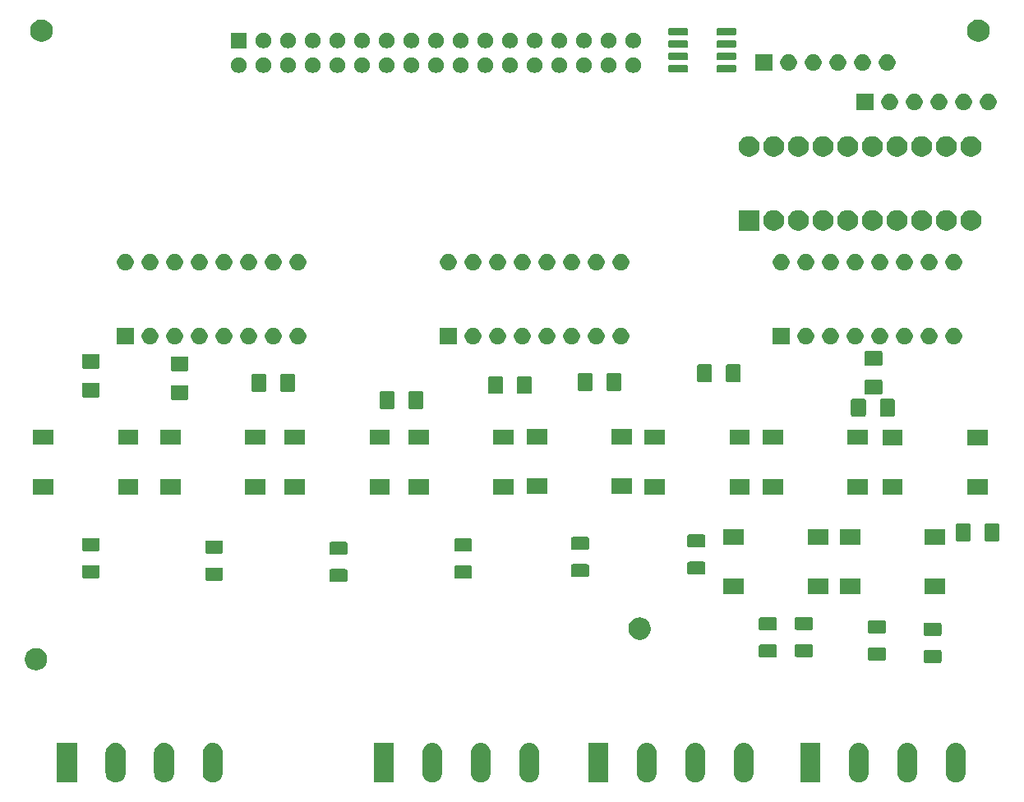
<source format=gbr>
%TF.GenerationSoftware,KiCad,Pcbnew,5.1.6-c6e7f7d~86~ubuntu18.04.1*%
%TF.CreationDate,2020-07-11T10:23:06+02:00*%
%TF.ProjectId,sboxnet-gbm,73626f78-6e65-4742-9d67-626d2e6b6963,rev?*%
%TF.SameCoordinates,Original*%
%TF.FileFunction,Soldermask,Bot*%
%TF.FilePolarity,Negative*%
%FSLAX46Y46*%
G04 Gerber Fmt 4.6, Leading zero omitted, Abs format (unit mm)*
G04 Created by KiCad (PCBNEW 5.1.6-c6e7f7d~86~ubuntu18.04.1) date 2020-07-11 10:23:06*
%MOMM*%
%LPD*%
G01*
G04 APERTURE LIST*
%ADD10C,0.100000*%
G04 APERTURE END LIST*
D10*
G36*
X142741271Y-107712063D02*
G01*
X142937500Y-107771589D01*
X143118346Y-107868253D01*
X143159637Y-107902140D01*
X143276860Y-107998340D01*
X143406948Y-108156855D01*
X143503610Y-108337697D01*
X143503611Y-108337699D01*
X143563137Y-108533928D01*
X143578200Y-108686868D01*
X143578200Y-110769132D01*
X143563137Y-110922072D01*
X143503611Y-111118301D01*
X143503610Y-111118303D01*
X143406948Y-111299145D01*
X143276860Y-111457660D01*
X143118345Y-111587748D01*
X142937503Y-111684410D01*
X142937501Y-111684411D01*
X142741272Y-111743937D01*
X142537200Y-111764036D01*
X142333129Y-111743937D01*
X142136900Y-111684411D01*
X142136898Y-111684410D01*
X141956056Y-111587748D01*
X141797541Y-111457660D01*
X141667453Y-111299145D01*
X141570791Y-111118303D01*
X141570790Y-111118301D01*
X141511264Y-110922072D01*
X141496201Y-110769132D01*
X141496200Y-108686869D01*
X141511263Y-108533929D01*
X141570789Y-108337700D01*
X141667453Y-108156854D01*
X141701340Y-108115563D01*
X141797540Y-107998340D01*
X141956055Y-107868252D01*
X142136897Y-107771590D01*
X142136899Y-107771589D01*
X142333128Y-107712063D01*
X142537200Y-107691964D01*
X142741271Y-107712063D01*
G37*
G36*
X147741271Y-107712063D02*
G01*
X147937500Y-107771589D01*
X148118346Y-107868253D01*
X148159637Y-107902140D01*
X148276860Y-107998340D01*
X148406948Y-108156855D01*
X148503610Y-108337697D01*
X148503611Y-108337699D01*
X148563137Y-108533928D01*
X148578200Y-108686868D01*
X148578200Y-110769132D01*
X148563137Y-110922072D01*
X148503611Y-111118301D01*
X148503610Y-111118303D01*
X148406948Y-111299145D01*
X148276860Y-111457660D01*
X148118345Y-111587748D01*
X147937503Y-111684410D01*
X147937501Y-111684411D01*
X147741272Y-111743937D01*
X147537200Y-111764036D01*
X147333129Y-111743937D01*
X147136900Y-111684411D01*
X147136898Y-111684410D01*
X146956056Y-111587748D01*
X146797541Y-111457660D01*
X146667453Y-111299145D01*
X146570791Y-111118303D01*
X146570790Y-111118301D01*
X146511264Y-110922072D01*
X146496201Y-110769132D01*
X146496200Y-108686869D01*
X146511263Y-108533929D01*
X146570789Y-108337700D01*
X146667453Y-108156854D01*
X146701340Y-108115563D01*
X146797540Y-107998340D01*
X146956055Y-107868252D01*
X147136897Y-107771590D01*
X147136899Y-107771589D01*
X147333128Y-107712063D01*
X147537200Y-107691964D01*
X147741271Y-107712063D01*
G37*
G36*
X137741271Y-107712063D02*
G01*
X137937500Y-107771589D01*
X138118346Y-107868253D01*
X138159637Y-107902140D01*
X138276860Y-107998340D01*
X138406948Y-108156855D01*
X138503610Y-108337697D01*
X138503611Y-108337699D01*
X138563137Y-108533928D01*
X138578200Y-108686868D01*
X138578200Y-110769132D01*
X138563137Y-110922072D01*
X138503611Y-111118301D01*
X138503610Y-111118303D01*
X138406948Y-111299145D01*
X138276860Y-111457660D01*
X138118345Y-111587748D01*
X137937503Y-111684410D01*
X137937501Y-111684411D01*
X137741272Y-111743937D01*
X137537200Y-111764036D01*
X137333129Y-111743937D01*
X137136900Y-111684411D01*
X137136898Y-111684410D01*
X136956056Y-111587748D01*
X136797541Y-111457660D01*
X136667453Y-111299145D01*
X136570791Y-111118303D01*
X136570790Y-111118301D01*
X136511264Y-110922072D01*
X136496201Y-110769132D01*
X136496200Y-108686869D01*
X136511263Y-108533929D01*
X136570789Y-108337700D01*
X136667453Y-108156854D01*
X136701340Y-108115563D01*
X136797540Y-107998340D01*
X136956055Y-107868252D01*
X137136897Y-107771590D01*
X137136899Y-107771589D01*
X137333128Y-107712063D01*
X137537200Y-107691964D01*
X137741271Y-107712063D01*
G37*
G36*
X120897271Y-107712063D02*
G01*
X121093500Y-107771589D01*
X121274346Y-107868253D01*
X121315637Y-107902140D01*
X121432860Y-107998340D01*
X121562948Y-108156855D01*
X121659610Y-108337697D01*
X121659611Y-108337699D01*
X121719137Y-108533928D01*
X121734200Y-108686868D01*
X121734200Y-110769132D01*
X121719137Y-110922072D01*
X121659611Y-111118301D01*
X121659610Y-111118303D01*
X121562948Y-111299145D01*
X121432860Y-111457660D01*
X121274345Y-111587748D01*
X121093503Y-111684410D01*
X121093501Y-111684411D01*
X120897272Y-111743937D01*
X120693200Y-111764036D01*
X120489129Y-111743937D01*
X120292900Y-111684411D01*
X120292898Y-111684410D01*
X120112056Y-111587748D01*
X119953541Y-111457660D01*
X119823453Y-111299145D01*
X119726791Y-111118303D01*
X119726790Y-111118301D01*
X119667264Y-110922072D01*
X119652201Y-110769132D01*
X119652200Y-108686869D01*
X119667263Y-108533929D01*
X119726789Y-108337700D01*
X119823453Y-108156854D01*
X119857340Y-108115563D01*
X119953540Y-107998340D01*
X120112055Y-107868252D01*
X120292897Y-107771590D01*
X120292899Y-107771589D01*
X120489128Y-107712063D01*
X120693200Y-107691964D01*
X120897271Y-107712063D01*
G37*
G36*
X125897271Y-107712063D02*
G01*
X126093500Y-107771589D01*
X126274346Y-107868253D01*
X126315637Y-107902140D01*
X126432860Y-107998340D01*
X126562948Y-108156855D01*
X126659610Y-108337697D01*
X126659611Y-108337699D01*
X126719137Y-108533928D01*
X126734200Y-108686868D01*
X126734200Y-110769132D01*
X126719137Y-110922072D01*
X126659611Y-111118301D01*
X126659610Y-111118303D01*
X126562948Y-111299145D01*
X126432860Y-111457660D01*
X126274345Y-111587748D01*
X126093503Y-111684410D01*
X126093501Y-111684411D01*
X125897272Y-111743937D01*
X125693200Y-111764036D01*
X125489129Y-111743937D01*
X125292900Y-111684411D01*
X125292898Y-111684410D01*
X125112056Y-111587748D01*
X124953541Y-111457660D01*
X124823453Y-111299145D01*
X124726791Y-111118303D01*
X124726790Y-111118301D01*
X124667264Y-110922072D01*
X124652201Y-110769132D01*
X124652200Y-108686869D01*
X124667263Y-108533929D01*
X124726789Y-108337700D01*
X124823453Y-108156854D01*
X124857340Y-108115563D01*
X124953540Y-107998340D01*
X125112055Y-107868252D01*
X125292897Y-107771590D01*
X125292899Y-107771589D01*
X125489128Y-107712063D01*
X125693200Y-107691964D01*
X125897271Y-107712063D01*
G37*
G36*
X115897271Y-107712063D02*
G01*
X116093500Y-107771589D01*
X116274346Y-107868253D01*
X116315637Y-107902140D01*
X116432860Y-107998340D01*
X116562948Y-108156855D01*
X116659610Y-108337697D01*
X116659611Y-108337699D01*
X116719137Y-108533928D01*
X116734200Y-108686868D01*
X116734200Y-110769132D01*
X116719137Y-110922072D01*
X116659611Y-111118301D01*
X116659610Y-111118303D01*
X116562948Y-111299145D01*
X116432860Y-111457660D01*
X116274345Y-111587748D01*
X116093503Y-111684410D01*
X116093501Y-111684411D01*
X115897272Y-111743937D01*
X115693200Y-111764036D01*
X115489129Y-111743937D01*
X115292900Y-111684411D01*
X115292898Y-111684410D01*
X115112056Y-111587748D01*
X114953541Y-111457660D01*
X114823453Y-111299145D01*
X114726791Y-111118303D01*
X114726790Y-111118301D01*
X114667264Y-110922072D01*
X114652201Y-110769132D01*
X114652200Y-108686869D01*
X114667263Y-108533929D01*
X114726789Y-108337700D01*
X114823453Y-108156854D01*
X114857340Y-108115563D01*
X114953540Y-107998340D01*
X115112055Y-107868252D01*
X115292897Y-107771590D01*
X115292899Y-107771589D01*
X115489128Y-107712063D01*
X115693200Y-107691964D01*
X115897271Y-107712063D01*
G37*
G36*
X98799271Y-107712063D02*
G01*
X98995500Y-107771589D01*
X99176346Y-107868253D01*
X99217637Y-107902140D01*
X99334860Y-107998340D01*
X99464948Y-108156855D01*
X99561610Y-108337697D01*
X99561611Y-108337699D01*
X99621137Y-108533928D01*
X99636200Y-108686868D01*
X99636200Y-110769132D01*
X99621137Y-110922072D01*
X99561611Y-111118301D01*
X99561610Y-111118303D01*
X99464948Y-111299145D01*
X99334860Y-111457660D01*
X99176345Y-111587748D01*
X98995503Y-111684410D01*
X98995501Y-111684411D01*
X98799272Y-111743937D01*
X98595200Y-111764036D01*
X98391129Y-111743937D01*
X98194900Y-111684411D01*
X98194898Y-111684410D01*
X98014056Y-111587748D01*
X97855541Y-111457660D01*
X97725453Y-111299145D01*
X97628791Y-111118303D01*
X97628790Y-111118301D01*
X97569264Y-110922072D01*
X97554201Y-110769132D01*
X97554200Y-108686869D01*
X97569263Y-108533929D01*
X97628789Y-108337700D01*
X97725453Y-108156854D01*
X97759340Y-108115563D01*
X97855540Y-107998340D01*
X98014055Y-107868252D01*
X98194897Y-107771590D01*
X98194899Y-107771589D01*
X98391128Y-107712063D01*
X98595200Y-107691964D01*
X98799271Y-107712063D01*
G37*
G36*
X103799271Y-107712063D02*
G01*
X103995500Y-107771589D01*
X104176346Y-107868253D01*
X104217637Y-107902140D01*
X104334860Y-107998340D01*
X104464948Y-108156855D01*
X104561610Y-108337697D01*
X104561611Y-108337699D01*
X104621137Y-108533928D01*
X104636200Y-108686868D01*
X104636200Y-110769132D01*
X104621137Y-110922072D01*
X104561611Y-111118301D01*
X104561610Y-111118303D01*
X104464948Y-111299145D01*
X104334860Y-111457660D01*
X104176345Y-111587748D01*
X103995503Y-111684410D01*
X103995501Y-111684411D01*
X103799272Y-111743937D01*
X103595200Y-111764036D01*
X103391129Y-111743937D01*
X103194900Y-111684411D01*
X103194898Y-111684410D01*
X103014056Y-111587748D01*
X102855541Y-111457660D01*
X102725453Y-111299145D01*
X102628791Y-111118303D01*
X102628790Y-111118301D01*
X102569264Y-110922072D01*
X102554201Y-110769132D01*
X102554200Y-108686869D01*
X102569263Y-108533929D01*
X102628789Y-108337700D01*
X102725453Y-108156854D01*
X102759340Y-108115563D01*
X102855540Y-107998340D01*
X103014055Y-107868252D01*
X103194897Y-107771590D01*
X103194899Y-107771589D01*
X103391128Y-107712063D01*
X103595200Y-107691964D01*
X103799271Y-107712063D01*
G37*
G36*
X93799271Y-107712063D02*
G01*
X93995500Y-107771589D01*
X94176346Y-107868253D01*
X94217637Y-107902140D01*
X94334860Y-107998340D01*
X94464948Y-108156855D01*
X94561610Y-108337697D01*
X94561611Y-108337699D01*
X94621137Y-108533928D01*
X94636200Y-108686868D01*
X94636200Y-110769132D01*
X94621137Y-110922072D01*
X94561611Y-111118301D01*
X94561610Y-111118303D01*
X94464948Y-111299145D01*
X94334860Y-111457660D01*
X94176345Y-111587748D01*
X93995503Y-111684410D01*
X93995501Y-111684411D01*
X93799272Y-111743937D01*
X93595200Y-111764036D01*
X93391129Y-111743937D01*
X93194900Y-111684411D01*
X93194898Y-111684410D01*
X93014056Y-111587748D01*
X92855541Y-111457660D01*
X92725453Y-111299145D01*
X92628791Y-111118303D01*
X92628790Y-111118301D01*
X92569264Y-110922072D01*
X92554201Y-110769132D01*
X92554200Y-108686869D01*
X92569263Y-108533929D01*
X92628789Y-108337700D01*
X92725453Y-108156854D01*
X92759340Y-108115563D01*
X92855540Y-107998340D01*
X93014055Y-107868252D01*
X93194897Y-107771590D01*
X93194899Y-107771589D01*
X93391128Y-107712063D01*
X93595200Y-107691964D01*
X93799271Y-107712063D01*
G37*
G36*
X66185671Y-107712063D02*
G01*
X66381900Y-107771589D01*
X66562746Y-107868253D01*
X66604037Y-107902140D01*
X66721260Y-107998340D01*
X66851348Y-108156855D01*
X66948010Y-108337697D01*
X66948011Y-108337699D01*
X67007537Y-108533928D01*
X67022600Y-108686868D01*
X67022600Y-110769132D01*
X67007537Y-110922072D01*
X66948011Y-111118301D01*
X66948010Y-111118303D01*
X66851348Y-111299145D01*
X66721260Y-111457660D01*
X66562745Y-111587748D01*
X66381903Y-111684410D01*
X66381901Y-111684411D01*
X66185672Y-111743937D01*
X65981600Y-111764036D01*
X65777529Y-111743937D01*
X65581300Y-111684411D01*
X65581298Y-111684410D01*
X65400456Y-111587748D01*
X65241941Y-111457660D01*
X65111853Y-111299145D01*
X65015191Y-111118303D01*
X65015190Y-111118301D01*
X64955664Y-110922072D01*
X64940601Y-110769132D01*
X64940600Y-108686869D01*
X64955663Y-108533929D01*
X65015189Y-108337700D01*
X65111853Y-108156854D01*
X65145740Y-108115563D01*
X65241940Y-107998340D01*
X65400455Y-107868252D01*
X65581297Y-107771590D01*
X65581299Y-107771589D01*
X65777528Y-107712063D01*
X65981600Y-107691964D01*
X66185671Y-107712063D01*
G37*
G36*
X61185671Y-107712063D02*
G01*
X61381900Y-107771589D01*
X61562746Y-107868253D01*
X61604037Y-107902140D01*
X61721260Y-107998340D01*
X61851348Y-108156855D01*
X61948010Y-108337697D01*
X61948011Y-108337699D01*
X62007537Y-108533928D01*
X62022600Y-108686868D01*
X62022600Y-110769132D01*
X62007537Y-110922072D01*
X61948011Y-111118301D01*
X61948010Y-111118303D01*
X61851348Y-111299145D01*
X61721260Y-111457660D01*
X61562745Y-111587748D01*
X61381903Y-111684410D01*
X61381901Y-111684411D01*
X61185672Y-111743937D01*
X60981600Y-111764036D01*
X60777529Y-111743937D01*
X60581300Y-111684411D01*
X60581298Y-111684410D01*
X60400456Y-111587748D01*
X60241941Y-111457660D01*
X60111853Y-111299145D01*
X60015191Y-111118303D01*
X60015190Y-111118301D01*
X59955664Y-110922072D01*
X59940601Y-110769132D01*
X59940600Y-108686869D01*
X59955663Y-108533929D01*
X60015189Y-108337700D01*
X60111853Y-108156854D01*
X60145740Y-108115563D01*
X60241940Y-107998340D01*
X60400455Y-107868252D01*
X60581297Y-107771590D01*
X60581299Y-107771589D01*
X60777528Y-107712063D01*
X60981600Y-107691964D01*
X61185671Y-107712063D01*
G37*
G36*
X71185671Y-107712063D02*
G01*
X71381900Y-107771589D01*
X71562746Y-107868253D01*
X71604037Y-107902140D01*
X71721260Y-107998340D01*
X71851348Y-108156855D01*
X71948010Y-108337697D01*
X71948011Y-108337699D01*
X72007537Y-108533928D01*
X72022600Y-108686868D01*
X72022600Y-110769132D01*
X72007537Y-110922072D01*
X71948011Y-111118301D01*
X71948010Y-111118303D01*
X71851348Y-111299145D01*
X71721260Y-111457660D01*
X71562745Y-111587748D01*
X71381903Y-111684410D01*
X71381901Y-111684411D01*
X71185672Y-111743937D01*
X70981600Y-111764036D01*
X70777529Y-111743937D01*
X70581300Y-111684411D01*
X70581298Y-111684410D01*
X70400456Y-111587748D01*
X70241941Y-111457660D01*
X70111853Y-111299145D01*
X70015191Y-111118303D01*
X70015190Y-111118301D01*
X69955664Y-110922072D01*
X69940601Y-110769132D01*
X69940600Y-108686869D01*
X69955663Y-108533929D01*
X70015189Y-108337700D01*
X70111853Y-108156854D01*
X70145740Y-108115563D01*
X70241940Y-107998340D01*
X70400455Y-107868252D01*
X70581297Y-107771590D01*
X70581299Y-107771589D01*
X70777528Y-107712063D01*
X70981600Y-107691964D01*
X71185671Y-107712063D01*
G37*
G36*
X111734200Y-111759000D02*
G01*
X109652200Y-111759000D01*
X109652200Y-107697000D01*
X111734200Y-107697000D01*
X111734200Y-111759000D01*
G37*
G36*
X133578200Y-111759000D02*
G01*
X131496200Y-111759000D01*
X131496200Y-107697000D01*
X133578200Y-107697000D01*
X133578200Y-111759000D01*
G37*
G36*
X89636200Y-111759000D02*
G01*
X87554200Y-111759000D01*
X87554200Y-107697000D01*
X89636200Y-107697000D01*
X89636200Y-111759000D01*
G37*
G36*
X57022600Y-111759000D02*
G01*
X54940600Y-111759000D01*
X54940600Y-107697000D01*
X57022600Y-107697000D01*
X57022600Y-111759000D01*
G37*
G36*
X53005749Y-97931116D02*
G01*
X53116934Y-97953232D01*
X53326403Y-98039997D01*
X53514920Y-98165960D01*
X53675240Y-98326280D01*
X53801203Y-98514797D01*
X53887968Y-98724266D01*
X53899043Y-98779944D01*
X53932200Y-98946635D01*
X53932200Y-99173365D01*
X53926653Y-99201253D01*
X53887968Y-99395734D01*
X53801203Y-99605203D01*
X53675240Y-99793720D01*
X53514920Y-99954040D01*
X53326403Y-100080003D01*
X53116934Y-100166768D01*
X53005749Y-100188884D01*
X52894565Y-100211000D01*
X52667835Y-100211000D01*
X52556651Y-100188884D01*
X52445466Y-100166768D01*
X52235997Y-100080003D01*
X52047480Y-99954040D01*
X51887160Y-99793720D01*
X51761197Y-99605203D01*
X51674432Y-99395734D01*
X51635747Y-99201253D01*
X51630200Y-99173365D01*
X51630200Y-98946635D01*
X51663357Y-98779944D01*
X51674432Y-98724266D01*
X51761197Y-98514797D01*
X51887160Y-98326280D01*
X52047480Y-98165960D01*
X52235997Y-98039997D01*
X52445466Y-97953232D01*
X52556651Y-97931116D01*
X52667835Y-97909000D01*
X52894565Y-97909000D01*
X53005749Y-97931116D01*
G37*
G36*
X145904204Y-98111947D02*
G01*
X145940744Y-98123032D01*
X145974421Y-98141033D01*
X146003941Y-98165259D01*
X146028167Y-98194779D01*
X146046168Y-98228456D01*
X146057253Y-98264996D01*
X146061600Y-98309138D01*
X146061600Y-99258062D01*
X146057253Y-99302204D01*
X146046168Y-99338744D01*
X146028167Y-99372421D01*
X146003941Y-99401941D01*
X145974421Y-99426167D01*
X145940744Y-99444168D01*
X145904204Y-99455253D01*
X145860062Y-99459600D01*
X144411138Y-99459600D01*
X144366996Y-99455253D01*
X144330456Y-99444168D01*
X144296779Y-99426167D01*
X144267259Y-99401941D01*
X144243033Y-99372421D01*
X144225032Y-99338744D01*
X144213947Y-99302204D01*
X144209600Y-99258062D01*
X144209600Y-98309138D01*
X144213947Y-98264996D01*
X144225032Y-98228456D01*
X144243033Y-98194779D01*
X144267259Y-98165259D01*
X144296779Y-98141033D01*
X144330456Y-98123032D01*
X144366996Y-98111947D01*
X144411138Y-98107600D01*
X145860062Y-98107600D01*
X145904204Y-98111947D01*
G37*
G36*
X140163804Y-97857947D02*
G01*
X140200344Y-97869032D01*
X140234021Y-97887033D01*
X140263541Y-97911259D01*
X140287767Y-97940779D01*
X140305768Y-97974456D01*
X140316853Y-98010996D01*
X140321200Y-98055138D01*
X140321200Y-99004062D01*
X140316853Y-99048204D01*
X140305768Y-99084744D01*
X140287767Y-99118421D01*
X140263541Y-99147941D01*
X140234021Y-99172167D01*
X140200344Y-99190168D01*
X140163804Y-99201253D01*
X140119662Y-99205600D01*
X138670738Y-99205600D01*
X138626596Y-99201253D01*
X138590056Y-99190168D01*
X138556379Y-99172167D01*
X138526859Y-99147941D01*
X138502633Y-99118421D01*
X138484632Y-99084744D01*
X138473547Y-99048204D01*
X138469200Y-99004062D01*
X138469200Y-98055138D01*
X138473547Y-98010996D01*
X138484632Y-97974456D01*
X138502633Y-97940779D01*
X138526859Y-97911259D01*
X138556379Y-97887033D01*
X138590056Y-97869032D01*
X138626596Y-97857947D01*
X138670738Y-97853600D01*
X140119662Y-97853600D01*
X140163804Y-97857947D01*
G37*
G36*
X128937004Y-97553147D02*
G01*
X128973544Y-97564232D01*
X129007221Y-97582233D01*
X129036741Y-97606459D01*
X129060967Y-97635979D01*
X129078968Y-97669656D01*
X129090053Y-97706196D01*
X129094400Y-97750338D01*
X129094400Y-98699262D01*
X129090053Y-98743404D01*
X129078968Y-98779944D01*
X129060967Y-98813621D01*
X129036741Y-98843141D01*
X129007221Y-98867367D01*
X128973544Y-98885368D01*
X128937004Y-98896453D01*
X128892862Y-98900800D01*
X127443938Y-98900800D01*
X127399796Y-98896453D01*
X127363256Y-98885368D01*
X127329579Y-98867367D01*
X127300059Y-98843141D01*
X127275833Y-98813621D01*
X127257832Y-98779944D01*
X127246747Y-98743404D01*
X127242400Y-98699262D01*
X127242400Y-97750338D01*
X127246747Y-97706196D01*
X127257832Y-97669656D01*
X127275833Y-97635979D01*
X127300059Y-97606459D01*
X127329579Y-97582233D01*
X127363256Y-97564232D01*
X127399796Y-97553147D01*
X127443938Y-97548800D01*
X128892862Y-97548800D01*
X128937004Y-97553147D01*
G37*
G36*
X132645404Y-97502347D02*
G01*
X132681944Y-97513432D01*
X132715621Y-97531433D01*
X132745141Y-97555659D01*
X132769367Y-97585179D01*
X132787368Y-97618856D01*
X132798453Y-97655396D01*
X132802800Y-97699538D01*
X132802800Y-98648462D01*
X132798453Y-98692604D01*
X132787368Y-98729144D01*
X132769367Y-98762821D01*
X132745141Y-98792341D01*
X132715621Y-98816567D01*
X132681944Y-98834568D01*
X132645404Y-98845653D01*
X132601262Y-98850000D01*
X131152338Y-98850000D01*
X131108196Y-98845653D01*
X131071656Y-98834568D01*
X131037979Y-98816567D01*
X131008459Y-98792341D01*
X130984233Y-98762821D01*
X130966232Y-98729144D01*
X130955147Y-98692604D01*
X130950800Y-98648462D01*
X130950800Y-97699538D01*
X130955147Y-97655396D01*
X130966232Y-97618856D01*
X130984233Y-97585179D01*
X131008459Y-97555659D01*
X131037979Y-97531433D01*
X131071656Y-97513432D01*
X131108196Y-97502347D01*
X131152338Y-97498000D01*
X132601262Y-97498000D01*
X132645404Y-97502347D01*
G37*
G36*
X115163241Y-94777198D02*
G01*
X115296134Y-94803632D01*
X115505603Y-94890397D01*
X115694120Y-95016360D01*
X115854440Y-95176680D01*
X115952229Y-95323032D01*
X115980404Y-95365199D01*
X116067168Y-95574667D01*
X116111400Y-95797035D01*
X116111400Y-96023765D01*
X116105141Y-96055229D01*
X116067168Y-96246134D01*
X116033920Y-96326402D01*
X115986058Y-96441952D01*
X115980403Y-96455603D01*
X115854440Y-96644120D01*
X115694120Y-96804440D01*
X115505603Y-96930403D01*
X115296134Y-97017168D01*
X115184949Y-97039284D01*
X115073765Y-97061400D01*
X114847035Y-97061400D01*
X114735851Y-97039284D01*
X114624666Y-97017168D01*
X114415197Y-96930403D01*
X114226680Y-96804440D01*
X114066360Y-96644120D01*
X113940397Y-96455603D01*
X113934743Y-96441952D01*
X113886880Y-96326402D01*
X113853632Y-96246134D01*
X113815659Y-96055229D01*
X113809400Y-96023765D01*
X113809400Y-95797035D01*
X113853632Y-95574667D01*
X113940396Y-95365199D01*
X113968571Y-95323032D01*
X114066360Y-95176680D01*
X114226680Y-95016360D01*
X114415197Y-94890397D01*
X114624666Y-94803632D01*
X114757559Y-94777198D01*
X114847035Y-94759400D01*
X115073765Y-94759400D01*
X115163241Y-94777198D01*
G37*
G36*
X145904204Y-95311947D02*
G01*
X145940744Y-95323032D01*
X145974421Y-95341033D01*
X146003941Y-95365259D01*
X146028167Y-95394779D01*
X146046168Y-95428456D01*
X146057253Y-95464996D01*
X146061600Y-95509138D01*
X146061600Y-96458062D01*
X146057253Y-96502204D01*
X146046168Y-96538744D01*
X146028167Y-96572421D01*
X146003941Y-96601941D01*
X145974421Y-96626167D01*
X145940744Y-96644168D01*
X145904204Y-96655253D01*
X145860062Y-96659600D01*
X144411138Y-96659600D01*
X144366996Y-96655253D01*
X144330456Y-96644168D01*
X144296779Y-96626167D01*
X144267259Y-96601941D01*
X144243033Y-96572421D01*
X144225032Y-96538744D01*
X144213947Y-96502204D01*
X144209600Y-96458062D01*
X144209600Y-95509138D01*
X144213947Y-95464996D01*
X144225032Y-95428456D01*
X144243033Y-95394779D01*
X144267259Y-95365259D01*
X144296779Y-95341033D01*
X144330456Y-95323032D01*
X144366996Y-95311947D01*
X144411138Y-95307600D01*
X145860062Y-95307600D01*
X145904204Y-95311947D01*
G37*
G36*
X140163804Y-95057947D02*
G01*
X140200344Y-95069032D01*
X140234021Y-95087033D01*
X140263541Y-95111259D01*
X140287767Y-95140779D01*
X140305768Y-95174456D01*
X140316853Y-95210996D01*
X140321200Y-95255138D01*
X140321200Y-96204062D01*
X140316853Y-96248204D01*
X140305768Y-96284744D01*
X140287767Y-96318421D01*
X140263541Y-96347941D01*
X140234021Y-96372167D01*
X140200344Y-96390168D01*
X140163804Y-96401253D01*
X140119662Y-96405600D01*
X138670738Y-96405600D01*
X138626596Y-96401253D01*
X138590056Y-96390168D01*
X138556379Y-96372167D01*
X138526859Y-96347941D01*
X138502633Y-96318421D01*
X138484632Y-96284744D01*
X138473547Y-96248204D01*
X138469200Y-96204062D01*
X138469200Y-95255138D01*
X138473547Y-95210996D01*
X138484632Y-95174456D01*
X138502633Y-95140779D01*
X138526859Y-95111259D01*
X138556379Y-95087033D01*
X138590056Y-95069032D01*
X138626596Y-95057947D01*
X138670738Y-95053600D01*
X140119662Y-95053600D01*
X140163804Y-95057947D01*
G37*
G36*
X128937004Y-94753147D02*
G01*
X128973544Y-94764232D01*
X129007221Y-94782233D01*
X129036741Y-94806459D01*
X129060967Y-94835979D01*
X129078968Y-94869656D01*
X129090053Y-94906196D01*
X129094400Y-94950338D01*
X129094400Y-95899262D01*
X129090053Y-95943404D01*
X129078968Y-95979944D01*
X129060967Y-96013621D01*
X129036741Y-96043141D01*
X129007221Y-96067367D01*
X128973544Y-96085368D01*
X128937004Y-96096453D01*
X128892862Y-96100800D01*
X127443938Y-96100800D01*
X127399796Y-96096453D01*
X127363256Y-96085368D01*
X127329579Y-96067367D01*
X127300059Y-96043141D01*
X127275833Y-96013621D01*
X127257832Y-95979944D01*
X127246747Y-95943404D01*
X127242400Y-95899262D01*
X127242400Y-94950338D01*
X127246747Y-94906196D01*
X127257832Y-94869656D01*
X127275833Y-94835979D01*
X127300059Y-94806459D01*
X127329579Y-94782233D01*
X127363256Y-94764232D01*
X127399796Y-94753147D01*
X127443938Y-94748800D01*
X128892862Y-94748800D01*
X128937004Y-94753147D01*
G37*
G36*
X132645404Y-94702347D02*
G01*
X132681944Y-94713432D01*
X132715621Y-94731433D01*
X132745141Y-94755659D01*
X132769367Y-94785179D01*
X132787368Y-94818856D01*
X132798453Y-94855396D01*
X132802800Y-94899538D01*
X132802800Y-95848462D01*
X132798453Y-95892604D01*
X132787368Y-95929144D01*
X132769367Y-95962821D01*
X132745141Y-95992341D01*
X132715621Y-96016567D01*
X132681944Y-96034568D01*
X132645404Y-96045653D01*
X132601262Y-96050000D01*
X131152338Y-96050000D01*
X131108196Y-96045653D01*
X131071656Y-96034568D01*
X131037979Y-96016567D01*
X131008459Y-95992341D01*
X130984233Y-95962821D01*
X130966232Y-95929144D01*
X130955147Y-95892604D01*
X130950800Y-95848462D01*
X130950800Y-94899538D01*
X130955147Y-94855396D01*
X130966232Y-94818856D01*
X130984233Y-94785179D01*
X131008459Y-94755659D01*
X131037979Y-94731433D01*
X131071656Y-94713432D01*
X131108196Y-94702347D01*
X131152338Y-94698000D01*
X132601262Y-94698000D01*
X132645404Y-94702347D01*
G37*
G36*
X137701800Y-92352600D02*
G01*
X135599800Y-92352600D01*
X135599800Y-90750600D01*
X137701800Y-90750600D01*
X137701800Y-92352600D01*
G37*
G36*
X134402200Y-92352600D02*
G01*
X132300200Y-92352600D01*
X132300200Y-90750600D01*
X134402200Y-90750600D01*
X134402200Y-92352600D01*
G37*
G36*
X146441800Y-92352600D02*
G01*
X144339800Y-92352600D01*
X144339800Y-90750600D01*
X146441800Y-90750600D01*
X146441800Y-92352600D01*
G37*
G36*
X125662200Y-92352600D02*
G01*
X123560200Y-92352600D01*
X123560200Y-90750600D01*
X125662200Y-90750600D01*
X125662200Y-92352600D01*
G37*
G36*
X84690204Y-89780747D02*
G01*
X84726744Y-89791832D01*
X84760421Y-89809833D01*
X84789941Y-89834059D01*
X84814167Y-89863579D01*
X84832168Y-89897256D01*
X84843253Y-89933796D01*
X84847600Y-89977938D01*
X84847600Y-90926862D01*
X84843253Y-90971004D01*
X84832168Y-91007544D01*
X84814167Y-91041221D01*
X84789941Y-91070741D01*
X84760421Y-91094967D01*
X84726744Y-91112968D01*
X84690204Y-91124053D01*
X84646062Y-91128400D01*
X83197138Y-91128400D01*
X83152996Y-91124053D01*
X83116456Y-91112968D01*
X83082779Y-91094967D01*
X83053259Y-91070741D01*
X83029033Y-91041221D01*
X83011032Y-91007544D01*
X82999947Y-90971004D01*
X82995600Y-90926862D01*
X82995600Y-89977938D01*
X82999947Y-89933796D01*
X83011032Y-89897256D01*
X83029033Y-89863579D01*
X83053259Y-89834059D01*
X83082779Y-89809833D01*
X83116456Y-89791832D01*
X83152996Y-89780747D01*
X83197138Y-89776400D01*
X84646062Y-89776400D01*
X84690204Y-89780747D01*
G37*
G36*
X71888604Y-89628347D02*
G01*
X71925144Y-89639432D01*
X71958821Y-89657433D01*
X71988341Y-89681659D01*
X72012567Y-89711179D01*
X72030568Y-89744856D01*
X72041653Y-89781396D01*
X72046000Y-89825538D01*
X72046000Y-90774462D01*
X72041653Y-90818604D01*
X72030568Y-90855144D01*
X72012567Y-90888821D01*
X71988341Y-90918341D01*
X71958821Y-90942567D01*
X71925144Y-90960568D01*
X71888604Y-90971653D01*
X71844462Y-90976000D01*
X70395538Y-90976000D01*
X70351396Y-90971653D01*
X70314856Y-90960568D01*
X70281179Y-90942567D01*
X70251659Y-90918341D01*
X70227433Y-90888821D01*
X70209432Y-90855144D01*
X70198347Y-90818604D01*
X70194000Y-90774462D01*
X70194000Y-89825538D01*
X70198347Y-89781396D01*
X70209432Y-89744856D01*
X70227433Y-89711179D01*
X70251659Y-89681659D01*
X70281179Y-89657433D01*
X70314856Y-89639432D01*
X70351396Y-89628347D01*
X70395538Y-89624000D01*
X71844462Y-89624000D01*
X71888604Y-89628347D01*
G37*
G36*
X97542604Y-89425147D02*
G01*
X97579144Y-89436232D01*
X97612821Y-89454233D01*
X97642341Y-89478459D01*
X97666567Y-89507979D01*
X97684568Y-89541656D01*
X97695653Y-89578196D01*
X97700000Y-89622338D01*
X97700000Y-90571262D01*
X97695653Y-90615404D01*
X97684568Y-90651944D01*
X97666567Y-90685621D01*
X97642341Y-90715141D01*
X97612821Y-90739367D01*
X97579144Y-90757368D01*
X97542604Y-90768453D01*
X97498462Y-90772800D01*
X96049538Y-90772800D01*
X96005396Y-90768453D01*
X95968856Y-90757368D01*
X95935179Y-90739367D01*
X95905659Y-90715141D01*
X95881433Y-90685621D01*
X95863432Y-90651944D01*
X95852347Y-90615404D01*
X95848000Y-90571262D01*
X95848000Y-89622338D01*
X95852347Y-89578196D01*
X95863432Y-89541656D01*
X95881433Y-89507979D01*
X95905659Y-89478459D01*
X95935179Y-89454233D01*
X95968856Y-89436232D01*
X96005396Y-89425147D01*
X96049538Y-89420800D01*
X97498462Y-89420800D01*
X97542604Y-89425147D01*
G37*
G36*
X59188604Y-89374347D02*
G01*
X59225144Y-89385432D01*
X59258821Y-89403433D01*
X59288341Y-89427659D01*
X59312567Y-89457179D01*
X59330568Y-89490856D01*
X59341653Y-89527396D01*
X59346000Y-89571538D01*
X59346000Y-90520462D01*
X59341653Y-90564604D01*
X59330568Y-90601144D01*
X59312567Y-90634821D01*
X59288341Y-90664341D01*
X59258821Y-90688567D01*
X59225144Y-90706568D01*
X59188604Y-90717653D01*
X59144462Y-90722000D01*
X57695538Y-90722000D01*
X57651396Y-90717653D01*
X57614856Y-90706568D01*
X57581179Y-90688567D01*
X57551659Y-90664341D01*
X57527433Y-90634821D01*
X57509432Y-90601144D01*
X57498347Y-90564604D01*
X57494000Y-90520462D01*
X57494000Y-89571538D01*
X57498347Y-89527396D01*
X57509432Y-89490856D01*
X57527433Y-89457179D01*
X57551659Y-89427659D01*
X57581179Y-89403433D01*
X57614856Y-89385432D01*
X57651396Y-89374347D01*
X57695538Y-89370000D01*
X59144462Y-89370000D01*
X59188604Y-89374347D01*
G37*
G36*
X109582204Y-89272747D02*
G01*
X109618744Y-89283832D01*
X109652421Y-89301833D01*
X109681941Y-89326059D01*
X109706167Y-89355579D01*
X109724168Y-89389256D01*
X109735253Y-89425796D01*
X109739600Y-89469938D01*
X109739600Y-90418862D01*
X109735253Y-90463004D01*
X109724168Y-90499544D01*
X109706167Y-90533221D01*
X109681941Y-90562741D01*
X109652421Y-90586967D01*
X109618744Y-90604968D01*
X109582204Y-90616053D01*
X109538062Y-90620400D01*
X108089138Y-90620400D01*
X108044996Y-90616053D01*
X108008456Y-90604968D01*
X107974779Y-90586967D01*
X107945259Y-90562741D01*
X107921033Y-90533221D01*
X107903032Y-90499544D01*
X107891947Y-90463004D01*
X107887600Y-90418862D01*
X107887600Y-89469938D01*
X107891947Y-89425796D01*
X107903032Y-89389256D01*
X107921033Y-89355579D01*
X107945259Y-89326059D01*
X107974779Y-89301833D01*
X108008456Y-89283832D01*
X108044996Y-89272747D01*
X108089138Y-89268400D01*
X109538062Y-89268400D01*
X109582204Y-89272747D01*
G37*
G36*
X121571004Y-89018747D02*
G01*
X121607544Y-89029832D01*
X121641221Y-89047833D01*
X121670741Y-89072059D01*
X121694967Y-89101579D01*
X121712968Y-89135256D01*
X121724053Y-89171796D01*
X121728400Y-89215938D01*
X121728400Y-90164862D01*
X121724053Y-90209004D01*
X121712968Y-90245544D01*
X121694967Y-90279221D01*
X121670741Y-90308741D01*
X121641221Y-90332967D01*
X121607544Y-90350968D01*
X121571004Y-90362053D01*
X121526862Y-90366400D01*
X120077938Y-90366400D01*
X120033796Y-90362053D01*
X119997256Y-90350968D01*
X119963579Y-90332967D01*
X119934059Y-90308741D01*
X119909833Y-90279221D01*
X119891832Y-90245544D01*
X119880747Y-90209004D01*
X119876400Y-90164862D01*
X119876400Y-89215938D01*
X119880747Y-89171796D01*
X119891832Y-89135256D01*
X119909833Y-89101579D01*
X119934059Y-89072059D01*
X119963579Y-89047833D01*
X119997256Y-89029832D01*
X120033796Y-89018747D01*
X120077938Y-89014400D01*
X121526862Y-89014400D01*
X121571004Y-89018747D01*
G37*
G36*
X84690204Y-86980747D02*
G01*
X84726744Y-86991832D01*
X84760421Y-87009833D01*
X84789941Y-87034059D01*
X84814167Y-87063579D01*
X84832168Y-87097256D01*
X84843253Y-87133796D01*
X84847600Y-87177938D01*
X84847600Y-88126862D01*
X84843253Y-88171004D01*
X84832168Y-88207544D01*
X84814167Y-88241221D01*
X84789941Y-88270741D01*
X84760421Y-88294967D01*
X84726744Y-88312968D01*
X84690204Y-88324053D01*
X84646062Y-88328400D01*
X83197138Y-88328400D01*
X83152996Y-88324053D01*
X83116456Y-88312968D01*
X83082779Y-88294967D01*
X83053259Y-88270741D01*
X83029033Y-88241221D01*
X83011032Y-88207544D01*
X82999947Y-88171004D01*
X82995600Y-88126862D01*
X82995600Y-87177938D01*
X82999947Y-87133796D01*
X83011032Y-87097256D01*
X83029033Y-87063579D01*
X83053259Y-87034059D01*
X83082779Y-87009833D01*
X83116456Y-86991832D01*
X83152996Y-86980747D01*
X83197138Y-86976400D01*
X84646062Y-86976400D01*
X84690204Y-86980747D01*
G37*
G36*
X71888604Y-86828347D02*
G01*
X71925144Y-86839432D01*
X71958821Y-86857433D01*
X71988341Y-86881659D01*
X72012567Y-86911179D01*
X72030568Y-86944856D01*
X72041653Y-86981396D01*
X72046000Y-87025538D01*
X72046000Y-87974462D01*
X72041653Y-88018604D01*
X72030568Y-88055144D01*
X72012567Y-88088821D01*
X71988341Y-88118341D01*
X71958821Y-88142567D01*
X71925144Y-88160568D01*
X71888604Y-88171653D01*
X71844462Y-88176000D01*
X70395538Y-88176000D01*
X70351396Y-88171653D01*
X70314856Y-88160568D01*
X70281179Y-88142567D01*
X70251659Y-88118341D01*
X70227433Y-88088821D01*
X70209432Y-88055144D01*
X70198347Y-88018604D01*
X70194000Y-87974462D01*
X70194000Y-87025538D01*
X70198347Y-86981396D01*
X70209432Y-86944856D01*
X70227433Y-86911179D01*
X70251659Y-86881659D01*
X70281179Y-86857433D01*
X70314856Y-86839432D01*
X70351396Y-86828347D01*
X70395538Y-86824000D01*
X71844462Y-86824000D01*
X71888604Y-86828347D01*
G37*
G36*
X97542604Y-86625147D02*
G01*
X97579144Y-86636232D01*
X97612821Y-86654233D01*
X97642341Y-86678459D01*
X97666567Y-86707979D01*
X97684568Y-86741656D01*
X97695653Y-86778196D01*
X97700000Y-86822338D01*
X97700000Y-87771262D01*
X97695653Y-87815404D01*
X97684568Y-87851944D01*
X97666567Y-87885621D01*
X97642341Y-87915141D01*
X97612821Y-87939367D01*
X97579144Y-87957368D01*
X97542604Y-87968453D01*
X97498462Y-87972800D01*
X96049538Y-87972800D01*
X96005396Y-87968453D01*
X95968856Y-87957368D01*
X95935179Y-87939367D01*
X95905659Y-87915141D01*
X95881433Y-87885621D01*
X95863432Y-87851944D01*
X95852347Y-87815404D01*
X95848000Y-87771262D01*
X95848000Y-86822338D01*
X95852347Y-86778196D01*
X95863432Y-86741656D01*
X95881433Y-86707979D01*
X95905659Y-86678459D01*
X95935179Y-86654233D01*
X95968856Y-86636232D01*
X96005396Y-86625147D01*
X96049538Y-86620800D01*
X97498462Y-86620800D01*
X97542604Y-86625147D01*
G37*
G36*
X59188604Y-86574347D02*
G01*
X59225144Y-86585432D01*
X59258821Y-86603433D01*
X59288341Y-86627659D01*
X59312567Y-86657179D01*
X59330568Y-86690856D01*
X59341653Y-86727396D01*
X59346000Y-86771538D01*
X59346000Y-87720462D01*
X59341653Y-87764604D01*
X59330568Y-87801144D01*
X59312567Y-87834821D01*
X59288341Y-87864341D01*
X59258821Y-87888567D01*
X59225144Y-87906568D01*
X59188604Y-87917653D01*
X59144462Y-87922000D01*
X57695538Y-87922000D01*
X57651396Y-87917653D01*
X57614856Y-87906568D01*
X57581179Y-87888567D01*
X57551659Y-87864341D01*
X57527433Y-87834821D01*
X57509432Y-87801144D01*
X57498347Y-87764604D01*
X57494000Y-87720462D01*
X57494000Y-86771538D01*
X57498347Y-86727396D01*
X57509432Y-86690856D01*
X57527433Y-86657179D01*
X57551659Y-86627659D01*
X57581179Y-86603433D01*
X57614856Y-86585432D01*
X57651396Y-86574347D01*
X57695538Y-86570000D01*
X59144462Y-86570000D01*
X59188604Y-86574347D01*
G37*
G36*
X109582204Y-86472747D02*
G01*
X109618744Y-86483832D01*
X109652421Y-86501833D01*
X109681941Y-86526059D01*
X109706167Y-86555579D01*
X109724168Y-86589256D01*
X109735253Y-86625796D01*
X109739600Y-86669938D01*
X109739600Y-87618862D01*
X109735253Y-87663004D01*
X109724168Y-87699544D01*
X109706167Y-87733221D01*
X109681941Y-87762741D01*
X109652421Y-87786967D01*
X109618744Y-87804968D01*
X109582204Y-87816053D01*
X109538062Y-87820400D01*
X108089138Y-87820400D01*
X108044996Y-87816053D01*
X108008456Y-87804968D01*
X107974779Y-87786967D01*
X107945259Y-87762741D01*
X107921033Y-87733221D01*
X107903032Y-87699544D01*
X107891947Y-87663004D01*
X107887600Y-87618862D01*
X107887600Y-86669938D01*
X107891947Y-86625796D01*
X107903032Y-86589256D01*
X107921033Y-86555579D01*
X107945259Y-86526059D01*
X107974779Y-86501833D01*
X108008456Y-86483832D01*
X108044996Y-86472747D01*
X108089138Y-86468400D01*
X109538062Y-86468400D01*
X109582204Y-86472747D01*
G37*
G36*
X121571004Y-86218747D02*
G01*
X121607544Y-86229832D01*
X121641221Y-86247833D01*
X121670741Y-86272059D01*
X121694967Y-86301579D01*
X121712968Y-86335256D01*
X121724053Y-86371796D01*
X121728400Y-86415938D01*
X121728400Y-87364862D01*
X121724053Y-87409004D01*
X121712968Y-87445544D01*
X121694967Y-87479221D01*
X121670741Y-87508741D01*
X121641221Y-87532967D01*
X121607544Y-87550968D01*
X121571004Y-87562053D01*
X121526862Y-87566400D01*
X120077938Y-87566400D01*
X120033796Y-87562053D01*
X119997256Y-87550968D01*
X119963579Y-87532967D01*
X119934059Y-87508741D01*
X119909833Y-87479221D01*
X119891832Y-87445544D01*
X119880747Y-87409004D01*
X119876400Y-87364862D01*
X119876400Y-86415938D01*
X119880747Y-86371796D01*
X119891832Y-86335256D01*
X119909833Y-86301579D01*
X119934059Y-86272059D01*
X119963579Y-86247833D01*
X119997256Y-86229832D01*
X120033796Y-86218747D01*
X120077938Y-86214400D01*
X121526862Y-86214400D01*
X121571004Y-86218747D01*
G37*
G36*
X137701800Y-87252600D02*
G01*
X135599800Y-87252600D01*
X135599800Y-85650600D01*
X137701800Y-85650600D01*
X137701800Y-87252600D01*
G37*
G36*
X134402200Y-87252600D02*
G01*
X132300200Y-87252600D01*
X132300200Y-85650600D01*
X134402200Y-85650600D01*
X134402200Y-87252600D01*
G37*
G36*
X146441800Y-87252600D02*
G01*
X144339800Y-87252600D01*
X144339800Y-85650600D01*
X146441800Y-85650600D01*
X146441800Y-87252600D01*
G37*
G36*
X125662200Y-87252600D02*
G01*
X123560200Y-87252600D01*
X123560200Y-85650600D01*
X125662200Y-85650600D01*
X125662200Y-87252600D01*
G37*
G36*
X148883962Y-85082581D02*
G01*
X148918881Y-85093174D01*
X148951063Y-85110376D01*
X148979273Y-85133527D01*
X149002424Y-85161737D01*
X149019626Y-85193919D01*
X149030219Y-85228838D01*
X149034400Y-85271295D01*
X149034400Y-86737505D01*
X149030219Y-86779962D01*
X149019626Y-86814881D01*
X149002424Y-86847063D01*
X148979273Y-86875273D01*
X148951063Y-86898424D01*
X148918881Y-86915626D01*
X148883962Y-86926219D01*
X148841505Y-86930400D01*
X147700295Y-86930400D01*
X147657838Y-86926219D01*
X147622919Y-86915626D01*
X147590737Y-86898424D01*
X147562527Y-86875273D01*
X147539376Y-86847063D01*
X147522174Y-86814881D01*
X147511581Y-86779962D01*
X147507400Y-86737505D01*
X147507400Y-85271295D01*
X147511581Y-85228838D01*
X147522174Y-85193919D01*
X147539376Y-85161737D01*
X147562527Y-85133527D01*
X147590737Y-85110376D01*
X147622919Y-85093174D01*
X147657838Y-85082581D01*
X147700295Y-85078400D01*
X148841505Y-85078400D01*
X148883962Y-85082581D01*
G37*
G36*
X151858962Y-85082581D02*
G01*
X151893881Y-85093174D01*
X151926063Y-85110376D01*
X151954273Y-85133527D01*
X151977424Y-85161737D01*
X151994626Y-85193919D01*
X152005219Y-85228838D01*
X152009400Y-85271295D01*
X152009400Y-86737505D01*
X152005219Y-86779962D01*
X151994626Y-86814881D01*
X151977424Y-86847063D01*
X151954273Y-86875273D01*
X151926063Y-86898424D01*
X151893881Y-86915626D01*
X151858962Y-86926219D01*
X151816505Y-86930400D01*
X150675295Y-86930400D01*
X150632838Y-86926219D01*
X150597919Y-86915626D01*
X150565737Y-86898424D01*
X150537527Y-86875273D01*
X150514376Y-86847063D01*
X150497174Y-86814881D01*
X150486581Y-86779962D01*
X150482400Y-86737505D01*
X150482400Y-85271295D01*
X150486581Y-85228838D01*
X150497174Y-85193919D01*
X150514376Y-85161737D01*
X150537527Y-85133527D01*
X150565737Y-85110376D01*
X150597919Y-85093174D01*
X150632838Y-85082581D01*
X150675295Y-85078400D01*
X151816505Y-85078400D01*
X151858962Y-85082581D01*
G37*
G36*
X150810600Y-82141800D02*
G01*
X148708600Y-82141800D01*
X148708600Y-80539800D01*
X150810600Y-80539800D01*
X150810600Y-82141800D01*
G37*
G36*
X142070600Y-82141800D02*
G01*
X139968600Y-82141800D01*
X139968600Y-80539800D01*
X142070600Y-80539800D01*
X142070600Y-82141800D01*
G37*
G36*
X117585000Y-82091000D02*
G01*
X115483000Y-82091000D01*
X115483000Y-80489000D01*
X117585000Y-80489000D01*
X117585000Y-82091000D01*
G37*
G36*
X138466200Y-82091000D02*
G01*
X136364200Y-82091000D01*
X136364200Y-80489000D01*
X138466200Y-80489000D01*
X138466200Y-82091000D01*
G37*
G36*
X129726200Y-82091000D02*
G01*
X127624200Y-82091000D01*
X127624200Y-80489000D01*
X129726200Y-80489000D01*
X129726200Y-82091000D01*
G37*
G36*
X63333000Y-82091000D02*
G01*
X61231000Y-82091000D01*
X61231000Y-80489000D01*
X63333000Y-80489000D01*
X63333000Y-82091000D01*
G37*
G36*
X54593000Y-82091000D02*
G01*
X52491000Y-82091000D01*
X52491000Y-80489000D01*
X54593000Y-80489000D01*
X54593000Y-82091000D01*
G37*
G36*
X67674000Y-82091000D02*
G01*
X65572000Y-82091000D01*
X65572000Y-80489000D01*
X67674000Y-80489000D01*
X67674000Y-82091000D01*
G37*
G36*
X126325000Y-82091000D02*
G01*
X124223000Y-82091000D01*
X124223000Y-80489000D01*
X126325000Y-80489000D01*
X126325000Y-82091000D01*
G37*
G36*
X101998001Y-82091000D02*
G01*
X99896001Y-82091000D01*
X99896001Y-80489000D01*
X101998001Y-80489000D01*
X101998001Y-82091000D01*
G37*
G36*
X93258001Y-82091000D02*
G01*
X91156001Y-82091000D01*
X91156001Y-80489000D01*
X93258001Y-80489000D01*
X93258001Y-82091000D01*
G37*
G36*
X76414000Y-82091000D02*
G01*
X74312000Y-82091000D01*
X74312000Y-80489000D01*
X76414000Y-80489000D01*
X76414000Y-82091000D01*
G37*
G36*
X89241000Y-82091000D02*
G01*
X87139000Y-82091000D01*
X87139000Y-80489000D01*
X89241000Y-80489000D01*
X89241000Y-82091000D01*
G37*
G36*
X80501000Y-82091000D02*
G01*
X78399000Y-82091000D01*
X78399000Y-80489000D01*
X80501000Y-80489000D01*
X80501000Y-82091000D01*
G37*
G36*
X114183800Y-82040200D02*
G01*
X112081800Y-82040200D01*
X112081800Y-80438200D01*
X114183800Y-80438200D01*
X114183800Y-82040200D01*
G37*
G36*
X105443800Y-82040200D02*
G01*
X103341800Y-82040200D01*
X103341800Y-80438200D01*
X105443800Y-80438200D01*
X105443800Y-82040200D01*
G37*
G36*
X150810600Y-77041800D02*
G01*
X148708600Y-77041800D01*
X148708600Y-75439800D01*
X150810600Y-75439800D01*
X150810600Y-77041800D01*
G37*
G36*
X142070600Y-77041800D02*
G01*
X139968600Y-77041800D01*
X139968600Y-75439800D01*
X142070600Y-75439800D01*
X142070600Y-77041800D01*
G37*
G36*
X63333000Y-76991000D02*
G01*
X61231000Y-76991000D01*
X61231000Y-75389000D01*
X63333000Y-75389000D01*
X63333000Y-76991000D01*
G37*
G36*
X117585000Y-76991000D02*
G01*
X115483000Y-76991000D01*
X115483000Y-75389000D01*
X117585000Y-75389000D01*
X117585000Y-76991000D01*
G37*
G36*
X101998001Y-76991000D02*
G01*
X99896001Y-76991000D01*
X99896001Y-75389000D01*
X101998001Y-75389000D01*
X101998001Y-76991000D01*
G37*
G36*
X126325000Y-76991000D02*
G01*
X124223000Y-76991000D01*
X124223000Y-75389000D01*
X126325000Y-75389000D01*
X126325000Y-76991000D01*
G37*
G36*
X80501000Y-76991000D02*
G01*
X78399000Y-76991000D01*
X78399000Y-75389000D01*
X80501000Y-75389000D01*
X80501000Y-76991000D01*
G37*
G36*
X89241000Y-76991000D02*
G01*
X87139000Y-76991000D01*
X87139000Y-75389000D01*
X89241000Y-75389000D01*
X89241000Y-76991000D01*
G37*
G36*
X67674000Y-76991000D02*
G01*
X65572000Y-76991000D01*
X65572000Y-75389000D01*
X67674000Y-75389000D01*
X67674000Y-76991000D01*
G37*
G36*
X76414000Y-76991000D02*
G01*
X74312000Y-76991000D01*
X74312000Y-75389000D01*
X76414000Y-75389000D01*
X76414000Y-76991000D01*
G37*
G36*
X54593000Y-76991000D02*
G01*
X52491000Y-76991000D01*
X52491000Y-75389000D01*
X54593000Y-75389000D01*
X54593000Y-76991000D01*
G37*
G36*
X93258001Y-76991000D02*
G01*
X91156001Y-76991000D01*
X91156001Y-75389000D01*
X93258001Y-75389000D01*
X93258001Y-76991000D01*
G37*
G36*
X129726200Y-76991000D02*
G01*
X127624200Y-76991000D01*
X127624200Y-75389000D01*
X129726200Y-75389000D01*
X129726200Y-76991000D01*
G37*
G36*
X138466200Y-76991000D02*
G01*
X136364200Y-76991000D01*
X136364200Y-75389000D01*
X138466200Y-75389000D01*
X138466200Y-76991000D01*
G37*
G36*
X114183800Y-76940200D02*
G01*
X112081800Y-76940200D01*
X112081800Y-75338200D01*
X114183800Y-75338200D01*
X114183800Y-76940200D01*
G37*
G36*
X105443800Y-76940200D02*
G01*
X103341800Y-76940200D01*
X103341800Y-75338200D01*
X105443800Y-75338200D01*
X105443800Y-76940200D01*
G37*
G36*
X138114362Y-72230181D02*
G01*
X138149281Y-72240774D01*
X138181463Y-72257976D01*
X138209673Y-72281127D01*
X138232824Y-72309337D01*
X138250026Y-72341519D01*
X138260619Y-72376438D01*
X138264800Y-72418895D01*
X138264800Y-73885105D01*
X138260619Y-73927562D01*
X138250026Y-73962481D01*
X138232824Y-73994663D01*
X138209673Y-74022873D01*
X138181463Y-74046024D01*
X138149281Y-74063226D01*
X138114362Y-74073819D01*
X138071905Y-74078000D01*
X136930695Y-74078000D01*
X136888238Y-74073819D01*
X136853319Y-74063226D01*
X136821137Y-74046024D01*
X136792927Y-74022873D01*
X136769776Y-73994663D01*
X136752574Y-73962481D01*
X136741981Y-73927562D01*
X136737800Y-73885105D01*
X136737800Y-72418895D01*
X136741981Y-72376438D01*
X136752574Y-72341519D01*
X136769776Y-72309337D01*
X136792927Y-72281127D01*
X136821137Y-72257976D01*
X136853319Y-72240774D01*
X136888238Y-72230181D01*
X136930695Y-72226000D01*
X138071905Y-72226000D01*
X138114362Y-72230181D01*
G37*
G36*
X141089362Y-72230181D02*
G01*
X141124281Y-72240774D01*
X141156463Y-72257976D01*
X141184673Y-72281127D01*
X141207824Y-72309337D01*
X141225026Y-72341519D01*
X141235619Y-72376438D01*
X141239800Y-72418895D01*
X141239800Y-73885105D01*
X141235619Y-73927562D01*
X141225026Y-73962481D01*
X141207824Y-73994663D01*
X141184673Y-74022873D01*
X141156463Y-74046024D01*
X141124281Y-74063226D01*
X141089362Y-74073819D01*
X141046905Y-74078000D01*
X139905695Y-74078000D01*
X139863238Y-74073819D01*
X139828319Y-74063226D01*
X139796137Y-74046024D01*
X139767927Y-74022873D01*
X139744776Y-73994663D01*
X139727574Y-73962481D01*
X139716981Y-73927562D01*
X139712800Y-73885105D01*
X139712800Y-72418895D01*
X139716981Y-72376438D01*
X139727574Y-72341519D01*
X139744776Y-72309337D01*
X139767927Y-72281127D01*
X139796137Y-72257976D01*
X139828319Y-72240774D01*
X139863238Y-72230181D01*
X139905695Y-72226000D01*
X141046905Y-72226000D01*
X141089362Y-72230181D01*
G37*
G36*
X89549562Y-71468181D02*
G01*
X89584481Y-71478774D01*
X89616663Y-71495976D01*
X89644873Y-71519127D01*
X89668024Y-71547337D01*
X89685226Y-71579519D01*
X89695819Y-71614438D01*
X89700000Y-71656895D01*
X89700000Y-73123105D01*
X89695819Y-73165562D01*
X89685226Y-73200481D01*
X89668024Y-73232663D01*
X89644873Y-73260873D01*
X89616663Y-73284024D01*
X89584481Y-73301226D01*
X89549562Y-73311819D01*
X89507105Y-73316000D01*
X88365895Y-73316000D01*
X88323438Y-73311819D01*
X88288519Y-73301226D01*
X88256337Y-73284024D01*
X88228127Y-73260873D01*
X88204976Y-73232663D01*
X88187774Y-73200481D01*
X88177181Y-73165562D01*
X88173000Y-73123105D01*
X88173000Y-71656895D01*
X88177181Y-71614438D01*
X88187774Y-71579519D01*
X88204976Y-71547337D01*
X88228127Y-71519127D01*
X88256337Y-71495976D01*
X88288519Y-71478774D01*
X88323438Y-71468181D01*
X88365895Y-71464000D01*
X89507105Y-71464000D01*
X89549562Y-71468181D01*
G37*
G36*
X92524562Y-71468181D02*
G01*
X92559481Y-71478774D01*
X92591663Y-71495976D01*
X92619873Y-71519127D01*
X92643024Y-71547337D01*
X92660226Y-71579519D01*
X92670819Y-71614438D01*
X92675000Y-71656895D01*
X92675000Y-73123105D01*
X92670819Y-73165562D01*
X92660226Y-73200481D01*
X92643024Y-73232663D01*
X92619873Y-73260873D01*
X92591663Y-73284024D01*
X92559481Y-73301226D01*
X92524562Y-73311819D01*
X92482105Y-73316000D01*
X91340895Y-73316000D01*
X91298438Y-73311819D01*
X91263519Y-73301226D01*
X91231337Y-73284024D01*
X91203127Y-73260873D01*
X91179976Y-73232663D01*
X91162774Y-73200481D01*
X91152181Y-73165562D01*
X91148000Y-73123105D01*
X91148000Y-71656895D01*
X91152181Y-71614438D01*
X91162774Y-71579519D01*
X91179976Y-71547337D01*
X91203127Y-71519127D01*
X91231337Y-71495976D01*
X91263519Y-71478774D01*
X91298438Y-71468181D01*
X91340895Y-71464000D01*
X92482105Y-71464000D01*
X92524562Y-71468181D01*
G37*
G36*
X68339562Y-70832181D02*
G01*
X68374481Y-70842774D01*
X68406663Y-70859976D01*
X68434873Y-70883127D01*
X68458024Y-70911337D01*
X68475226Y-70943519D01*
X68485819Y-70978438D01*
X68490000Y-71020895D01*
X68490000Y-72162105D01*
X68485819Y-72204562D01*
X68475226Y-72239481D01*
X68458024Y-72271663D01*
X68434873Y-72299873D01*
X68406663Y-72323024D01*
X68374481Y-72340226D01*
X68339562Y-72350819D01*
X68297105Y-72355000D01*
X66830895Y-72355000D01*
X66788438Y-72350819D01*
X66753519Y-72340226D01*
X66721337Y-72323024D01*
X66693127Y-72299873D01*
X66669976Y-72271663D01*
X66652774Y-72239481D01*
X66642181Y-72204562D01*
X66638000Y-72162105D01*
X66638000Y-71020895D01*
X66642181Y-70978438D01*
X66652774Y-70943519D01*
X66669976Y-70911337D01*
X66693127Y-70883127D01*
X66721337Y-70859976D01*
X66753519Y-70842774D01*
X66788438Y-70832181D01*
X66830895Y-70828000D01*
X68297105Y-70828000D01*
X68339562Y-70832181D01*
G37*
G36*
X59195562Y-70578181D02*
G01*
X59230481Y-70588774D01*
X59262663Y-70605976D01*
X59290873Y-70629127D01*
X59314024Y-70657337D01*
X59331226Y-70689519D01*
X59341819Y-70724438D01*
X59346000Y-70766895D01*
X59346000Y-71908105D01*
X59341819Y-71950562D01*
X59331226Y-71985481D01*
X59314024Y-72017663D01*
X59290873Y-72045873D01*
X59262663Y-72069024D01*
X59230481Y-72086226D01*
X59195562Y-72096819D01*
X59153105Y-72101000D01*
X57686895Y-72101000D01*
X57644438Y-72096819D01*
X57609519Y-72086226D01*
X57577337Y-72069024D01*
X57549127Y-72045873D01*
X57525976Y-72017663D01*
X57508774Y-71985481D01*
X57498181Y-71950562D01*
X57494000Y-71908105D01*
X57494000Y-70766895D01*
X57498181Y-70724438D01*
X57508774Y-70689519D01*
X57525976Y-70657337D01*
X57549127Y-70629127D01*
X57577337Y-70605976D01*
X57609519Y-70588774D01*
X57644438Y-70578181D01*
X57686895Y-70574000D01*
X59153105Y-70574000D01*
X59195562Y-70578181D01*
G37*
G36*
X139815162Y-70273381D02*
G01*
X139850081Y-70283974D01*
X139882263Y-70301176D01*
X139910473Y-70324327D01*
X139933624Y-70352537D01*
X139950826Y-70384719D01*
X139961419Y-70419638D01*
X139965600Y-70462095D01*
X139965600Y-71603305D01*
X139961419Y-71645762D01*
X139950826Y-71680681D01*
X139933624Y-71712863D01*
X139910473Y-71741073D01*
X139882263Y-71764224D01*
X139850081Y-71781426D01*
X139815162Y-71792019D01*
X139772705Y-71796200D01*
X138306495Y-71796200D01*
X138264038Y-71792019D01*
X138229119Y-71781426D01*
X138196937Y-71764224D01*
X138168727Y-71741073D01*
X138145576Y-71712863D01*
X138128374Y-71680681D01*
X138117781Y-71645762D01*
X138113600Y-71603305D01*
X138113600Y-70462095D01*
X138117781Y-70419638D01*
X138128374Y-70384719D01*
X138145576Y-70352537D01*
X138168727Y-70324327D01*
X138196937Y-70301176D01*
X138229119Y-70283974D01*
X138264038Y-70273381D01*
X138306495Y-70269200D01*
X139772705Y-70269200D01*
X139815162Y-70273381D01*
G37*
G36*
X100725562Y-69893381D02*
G01*
X100760481Y-69903974D01*
X100792663Y-69921176D01*
X100820873Y-69944327D01*
X100844024Y-69972537D01*
X100861226Y-70004719D01*
X100871819Y-70039638D01*
X100876000Y-70082095D01*
X100876000Y-71548305D01*
X100871819Y-71590762D01*
X100861226Y-71625681D01*
X100844024Y-71657863D01*
X100820873Y-71686073D01*
X100792663Y-71709224D01*
X100760481Y-71726426D01*
X100725562Y-71737019D01*
X100683105Y-71741200D01*
X99541895Y-71741200D01*
X99499438Y-71737019D01*
X99464519Y-71726426D01*
X99432337Y-71709224D01*
X99404127Y-71686073D01*
X99380976Y-71657863D01*
X99363774Y-71625681D01*
X99353181Y-71590762D01*
X99349000Y-71548305D01*
X99349000Y-70082095D01*
X99353181Y-70039638D01*
X99363774Y-70004719D01*
X99380976Y-69972537D01*
X99404127Y-69944327D01*
X99432337Y-69921176D01*
X99464519Y-69903974D01*
X99499438Y-69893381D01*
X99541895Y-69889200D01*
X100683105Y-69889200D01*
X100725562Y-69893381D01*
G37*
G36*
X103700562Y-69893381D02*
G01*
X103735481Y-69903974D01*
X103767663Y-69921176D01*
X103795873Y-69944327D01*
X103819024Y-69972537D01*
X103836226Y-70004719D01*
X103846819Y-70039638D01*
X103851000Y-70082095D01*
X103851000Y-71548305D01*
X103846819Y-71590762D01*
X103836226Y-71625681D01*
X103819024Y-71657863D01*
X103795873Y-71686073D01*
X103767663Y-71709224D01*
X103735481Y-71726426D01*
X103700562Y-71737019D01*
X103658105Y-71741200D01*
X102516895Y-71741200D01*
X102474438Y-71737019D01*
X102439519Y-71726426D01*
X102407337Y-71709224D01*
X102379127Y-71686073D01*
X102355976Y-71657863D01*
X102338774Y-71625681D01*
X102328181Y-71590762D01*
X102324000Y-71548305D01*
X102324000Y-70082095D01*
X102328181Y-70039638D01*
X102338774Y-70004719D01*
X102355976Y-69972537D01*
X102379127Y-69944327D01*
X102407337Y-69921176D01*
X102439519Y-69903974D01*
X102474438Y-69893381D01*
X102516895Y-69889200D01*
X103658105Y-69889200D01*
X103700562Y-69893381D01*
G37*
G36*
X79316562Y-69690181D02*
G01*
X79351481Y-69700774D01*
X79383663Y-69717976D01*
X79411873Y-69741127D01*
X79435024Y-69769337D01*
X79452226Y-69801519D01*
X79462819Y-69836438D01*
X79467000Y-69878895D01*
X79467000Y-71345105D01*
X79462819Y-71387562D01*
X79452226Y-71422481D01*
X79435024Y-71454663D01*
X79411873Y-71482873D01*
X79383663Y-71506024D01*
X79351481Y-71523226D01*
X79316562Y-71533819D01*
X79274105Y-71538000D01*
X78132895Y-71538000D01*
X78090438Y-71533819D01*
X78055519Y-71523226D01*
X78023337Y-71506024D01*
X77995127Y-71482873D01*
X77971976Y-71454663D01*
X77954774Y-71422481D01*
X77944181Y-71387562D01*
X77940000Y-71345105D01*
X77940000Y-69878895D01*
X77944181Y-69836438D01*
X77954774Y-69801519D01*
X77971976Y-69769337D01*
X77995127Y-69741127D01*
X78023337Y-69717976D01*
X78055519Y-69700774D01*
X78090438Y-69690181D01*
X78132895Y-69686000D01*
X79274105Y-69686000D01*
X79316562Y-69690181D01*
G37*
G36*
X76341562Y-69690181D02*
G01*
X76376481Y-69700774D01*
X76408663Y-69717976D01*
X76436873Y-69741127D01*
X76460024Y-69769337D01*
X76477226Y-69801519D01*
X76487819Y-69836438D01*
X76492000Y-69878895D01*
X76492000Y-71345105D01*
X76487819Y-71387562D01*
X76477226Y-71422481D01*
X76460024Y-71454663D01*
X76436873Y-71482873D01*
X76408663Y-71506024D01*
X76376481Y-71523226D01*
X76341562Y-71533819D01*
X76299105Y-71538000D01*
X75157895Y-71538000D01*
X75115438Y-71533819D01*
X75080519Y-71523226D01*
X75048337Y-71506024D01*
X75020127Y-71482873D01*
X74996976Y-71454663D01*
X74979774Y-71422481D01*
X74969181Y-71387562D01*
X74965000Y-71345105D01*
X74965000Y-69878895D01*
X74969181Y-69836438D01*
X74979774Y-69801519D01*
X74996976Y-69769337D01*
X75020127Y-69741127D01*
X75048337Y-69717976D01*
X75080519Y-69700774D01*
X75115438Y-69690181D01*
X75157895Y-69686000D01*
X76299105Y-69686000D01*
X76341562Y-69690181D01*
G37*
G36*
X109956862Y-69588581D02*
G01*
X109991781Y-69599174D01*
X110023963Y-69616376D01*
X110052173Y-69639527D01*
X110075324Y-69667737D01*
X110092526Y-69699919D01*
X110103119Y-69734838D01*
X110107300Y-69777295D01*
X110107300Y-71243505D01*
X110103119Y-71285962D01*
X110092526Y-71320881D01*
X110075324Y-71353063D01*
X110052173Y-71381273D01*
X110023963Y-71404424D01*
X109991781Y-71421626D01*
X109956862Y-71432219D01*
X109914405Y-71436400D01*
X108773195Y-71436400D01*
X108730738Y-71432219D01*
X108695819Y-71421626D01*
X108663637Y-71404424D01*
X108635427Y-71381273D01*
X108612276Y-71353063D01*
X108595074Y-71320881D01*
X108584481Y-71285962D01*
X108580300Y-71243505D01*
X108580300Y-69777295D01*
X108584481Y-69734838D01*
X108595074Y-69699919D01*
X108612276Y-69667737D01*
X108635427Y-69639527D01*
X108663637Y-69616376D01*
X108695819Y-69599174D01*
X108730738Y-69588581D01*
X108773195Y-69584400D01*
X109914405Y-69584400D01*
X109956862Y-69588581D01*
G37*
G36*
X112931862Y-69588581D02*
G01*
X112966781Y-69599174D01*
X112998963Y-69616376D01*
X113027173Y-69639527D01*
X113050324Y-69667737D01*
X113067526Y-69699919D01*
X113078119Y-69734838D01*
X113082300Y-69777295D01*
X113082300Y-71243505D01*
X113078119Y-71285962D01*
X113067526Y-71320881D01*
X113050324Y-71353063D01*
X113027173Y-71381273D01*
X112998963Y-71404424D01*
X112966781Y-71421626D01*
X112931862Y-71432219D01*
X112889405Y-71436400D01*
X111748195Y-71436400D01*
X111705738Y-71432219D01*
X111670819Y-71421626D01*
X111638637Y-71404424D01*
X111610427Y-71381273D01*
X111587276Y-71353063D01*
X111570074Y-71320881D01*
X111559481Y-71285962D01*
X111555300Y-71243505D01*
X111555300Y-69777295D01*
X111559481Y-69734838D01*
X111570074Y-69699919D01*
X111587276Y-69667737D01*
X111610427Y-69639527D01*
X111638637Y-69616376D01*
X111670819Y-69599174D01*
X111705738Y-69588581D01*
X111748195Y-69584400D01*
X112889405Y-69584400D01*
X112931862Y-69588581D01*
G37*
G36*
X125239762Y-68674181D02*
G01*
X125274681Y-68684774D01*
X125306863Y-68701976D01*
X125335073Y-68725127D01*
X125358224Y-68753337D01*
X125375426Y-68785519D01*
X125386019Y-68820438D01*
X125390200Y-68862895D01*
X125390200Y-70329105D01*
X125386019Y-70371562D01*
X125375426Y-70406481D01*
X125358224Y-70438663D01*
X125335073Y-70466873D01*
X125306863Y-70490024D01*
X125274681Y-70507226D01*
X125239762Y-70517819D01*
X125197305Y-70522000D01*
X124056095Y-70522000D01*
X124013638Y-70517819D01*
X123978719Y-70507226D01*
X123946537Y-70490024D01*
X123918327Y-70466873D01*
X123895176Y-70438663D01*
X123877974Y-70406481D01*
X123867381Y-70371562D01*
X123863200Y-70329105D01*
X123863200Y-68862895D01*
X123867381Y-68820438D01*
X123877974Y-68785519D01*
X123895176Y-68753337D01*
X123918327Y-68725127D01*
X123946537Y-68701976D01*
X123978719Y-68684774D01*
X124013638Y-68674181D01*
X124056095Y-68670000D01*
X125197305Y-68670000D01*
X125239762Y-68674181D01*
G37*
G36*
X122264762Y-68674181D02*
G01*
X122299681Y-68684774D01*
X122331863Y-68701976D01*
X122360073Y-68725127D01*
X122383224Y-68753337D01*
X122400426Y-68785519D01*
X122411019Y-68820438D01*
X122415200Y-68862895D01*
X122415200Y-70329105D01*
X122411019Y-70371562D01*
X122400426Y-70406481D01*
X122383224Y-70438663D01*
X122360073Y-70466873D01*
X122331863Y-70490024D01*
X122299681Y-70507226D01*
X122264762Y-70517819D01*
X122222305Y-70522000D01*
X121081095Y-70522000D01*
X121038638Y-70517819D01*
X121003719Y-70507226D01*
X120971537Y-70490024D01*
X120943327Y-70466873D01*
X120920176Y-70438663D01*
X120902974Y-70406481D01*
X120892381Y-70371562D01*
X120888200Y-70329105D01*
X120888200Y-68862895D01*
X120892381Y-68820438D01*
X120902974Y-68785519D01*
X120920176Y-68753337D01*
X120943327Y-68725127D01*
X120971537Y-68701976D01*
X121003719Y-68684774D01*
X121038638Y-68674181D01*
X121081095Y-68670000D01*
X122222305Y-68670000D01*
X122264762Y-68674181D01*
G37*
G36*
X68339562Y-67857181D02*
G01*
X68374481Y-67867774D01*
X68406663Y-67884976D01*
X68434873Y-67908127D01*
X68458024Y-67936337D01*
X68475226Y-67968519D01*
X68485819Y-68003438D01*
X68490000Y-68045895D01*
X68490000Y-69187105D01*
X68485819Y-69229562D01*
X68475226Y-69264481D01*
X68458024Y-69296663D01*
X68434873Y-69324873D01*
X68406663Y-69348024D01*
X68374481Y-69365226D01*
X68339562Y-69375819D01*
X68297105Y-69380000D01*
X66830895Y-69380000D01*
X66788438Y-69375819D01*
X66753519Y-69365226D01*
X66721337Y-69348024D01*
X66693127Y-69324873D01*
X66669976Y-69296663D01*
X66652774Y-69264481D01*
X66642181Y-69229562D01*
X66638000Y-69187105D01*
X66638000Y-68045895D01*
X66642181Y-68003438D01*
X66652774Y-67968519D01*
X66669976Y-67936337D01*
X66693127Y-67908127D01*
X66721337Y-67884976D01*
X66753519Y-67867774D01*
X66788438Y-67857181D01*
X66830895Y-67853000D01*
X68297105Y-67853000D01*
X68339562Y-67857181D01*
G37*
G36*
X59195562Y-67603181D02*
G01*
X59230481Y-67613774D01*
X59262663Y-67630976D01*
X59290873Y-67654127D01*
X59314024Y-67682337D01*
X59331226Y-67714519D01*
X59341819Y-67749438D01*
X59346000Y-67791895D01*
X59346000Y-68933105D01*
X59341819Y-68975562D01*
X59331226Y-69010481D01*
X59314024Y-69042663D01*
X59290873Y-69070873D01*
X59262663Y-69094024D01*
X59230481Y-69111226D01*
X59195562Y-69121819D01*
X59153105Y-69126000D01*
X57686895Y-69126000D01*
X57644438Y-69121819D01*
X57609519Y-69111226D01*
X57577337Y-69094024D01*
X57549127Y-69070873D01*
X57525976Y-69042663D01*
X57508774Y-69010481D01*
X57498181Y-68975562D01*
X57494000Y-68933105D01*
X57494000Y-67791895D01*
X57498181Y-67749438D01*
X57508774Y-67714519D01*
X57525976Y-67682337D01*
X57549127Y-67654127D01*
X57577337Y-67630976D01*
X57609519Y-67613774D01*
X57644438Y-67603181D01*
X57686895Y-67599000D01*
X59153105Y-67599000D01*
X59195562Y-67603181D01*
G37*
G36*
X139815162Y-67298381D02*
G01*
X139850081Y-67308974D01*
X139882263Y-67326176D01*
X139910473Y-67349327D01*
X139933624Y-67377537D01*
X139950826Y-67409719D01*
X139961419Y-67444638D01*
X139965600Y-67487095D01*
X139965600Y-68628305D01*
X139961419Y-68670762D01*
X139950826Y-68705681D01*
X139933624Y-68737863D01*
X139910473Y-68766073D01*
X139882263Y-68789224D01*
X139850081Y-68806426D01*
X139815162Y-68817019D01*
X139772705Y-68821200D01*
X138306495Y-68821200D01*
X138264038Y-68817019D01*
X138229119Y-68806426D01*
X138196937Y-68789224D01*
X138168727Y-68766073D01*
X138145576Y-68737863D01*
X138128374Y-68705681D01*
X138117781Y-68670762D01*
X138113600Y-68628305D01*
X138113600Y-67487095D01*
X138117781Y-67444638D01*
X138128374Y-67409719D01*
X138145576Y-67377537D01*
X138168727Y-67349327D01*
X138196937Y-67326176D01*
X138229119Y-67308974D01*
X138264038Y-67298381D01*
X138306495Y-67294200D01*
X139772705Y-67294200D01*
X139815162Y-67298381D01*
G37*
G36*
X74924228Y-64967703D02*
G01*
X75079100Y-65031853D01*
X75218481Y-65124985D01*
X75337015Y-65243519D01*
X75430147Y-65382900D01*
X75494297Y-65537772D01*
X75527000Y-65702184D01*
X75527000Y-65869816D01*
X75494297Y-66034228D01*
X75430147Y-66189100D01*
X75337015Y-66328481D01*
X75218481Y-66447015D01*
X75079100Y-66540147D01*
X74924228Y-66604297D01*
X74759816Y-66637000D01*
X74592184Y-66637000D01*
X74427772Y-66604297D01*
X74272900Y-66540147D01*
X74133519Y-66447015D01*
X74014985Y-66328481D01*
X73921853Y-66189100D01*
X73857703Y-66034228D01*
X73825000Y-65869816D01*
X73825000Y-65702184D01*
X73857703Y-65537772D01*
X73921853Y-65382900D01*
X74014985Y-65243519D01*
X74133519Y-65124985D01*
X74272900Y-65031853D01*
X74427772Y-64967703D01*
X74592184Y-64935000D01*
X74759816Y-64935000D01*
X74924228Y-64967703D01*
G37*
G36*
X67304228Y-64967703D02*
G01*
X67459100Y-65031853D01*
X67598481Y-65124985D01*
X67717015Y-65243519D01*
X67810147Y-65382900D01*
X67874297Y-65537772D01*
X67907000Y-65702184D01*
X67907000Y-65869816D01*
X67874297Y-66034228D01*
X67810147Y-66189100D01*
X67717015Y-66328481D01*
X67598481Y-66447015D01*
X67459100Y-66540147D01*
X67304228Y-66604297D01*
X67139816Y-66637000D01*
X66972184Y-66637000D01*
X66807772Y-66604297D01*
X66652900Y-66540147D01*
X66513519Y-66447015D01*
X66394985Y-66328481D01*
X66301853Y-66189100D01*
X66237703Y-66034228D01*
X66205000Y-65869816D01*
X66205000Y-65702184D01*
X66237703Y-65537772D01*
X66301853Y-65382900D01*
X66394985Y-65243519D01*
X66513519Y-65124985D01*
X66652900Y-65031853D01*
X66807772Y-64967703D01*
X66972184Y-64935000D01*
X67139816Y-64935000D01*
X67304228Y-64967703D01*
G37*
G36*
X105658228Y-64967703D02*
G01*
X105813100Y-65031853D01*
X105952481Y-65124985D01*
X106071015Y-65243519D01*
X106164147Y-65382900D01*
X106228297Y-65537772D01*
X106261000Y-65702184D01*
X106261000Y-65869816D01*
X106228297Y-66034228D01*
X106164147Y-66189100D01*
X106071015Y-66328481D01*
X105952481Y-66447015D01*
X105813100Y-66540147D01*
X105658228Y-66604297D01*
X105493816Y-66637000D01*
X105326184Y-66637000D01*
X105161772Y-66604297D01*
X105006900Y-66540147D01*
X104867519Y-66447015D01*
X104748985Y-66328481D01*
X104655853Y-66189100D01*
X104591703Y-66034228D01*
X104559000Y-65869816D01*
X104559000Y-65702184D01*
X104591703Y-65537772D01*
X104655853Y-65382900D01*
X104748985Y-65243519D01*
X104867519Y-65124985D01*
X105006900Y-65031853D01*
X105161772Y-64967703D01*
X105326184Y-64935000D01*
X105493816Y-64935000D01*
X105658228Y-64967703D01*
G37*
G36*
X103118228Y-64967703D02*
G01*
X103273100Y-65031853D01*
X103412481Y-65124985D01*
X103531015Y-65243519D01*
X103624147Y-65382900D01*
X103688297Y-65537772D01*
X103721000Y-65702184D01*
X103721000Y-65869816D01*
X103688297Y-66034228D01*
X103624147Y-66189100D01*
X103531015Y-66328481D01*
X103412481Y-66447015D01*
X103273100Y-66540147D01*
X103118228Y-66604297D01*
X102953816Y-66637000D01*
X102786184Y-66637000D01*
X102621772Y-66604297D01*
X102466900Y-66540147D01*
X102327519Y-66447015D01*
X102208985Y-66328481D01*
X102115853Y-66189100D01*
X102051703Y-66034228D01*
X102019000Y-65869816D01*
X102019000Y-65702184D01*
X102051703Y-65537772D01*
X102115853Y-65382900D01*
X102208985Y-65243519D01*
X102327519Y-65124985D01*
X102466900Y-65031853D01*
X102621772Y-64967703D01*
X102786184Y-64935000D01*
X102953816Y-64935000D01*
X103118228Y-64967703D01*
G37*
G36*
X100578228Y-64967703D02*
G01*
X100733100Y-65031853D01*
X100872481Y-65124985D01*
X100991015Y-65243519D01*
X101084147Y-65382900D01*
X101148297Y-65537772D01*
X101181000Y-65702184D01*
X101181000Y-65869816D01*
X101148297Y-66034228D01*
X101084147Y-66189100D01*
X100991015Y-66328481D01*
X100872481Y-66447015D01*
X100733100Y-66540147D01*
X100578228Y-66604297D01*
X100413816Y-66637000D01*
X100246184Y-66637000D01*
X100081772Y-66604297D01*
X99926900Y-66540147D01*
X99787519Y-66447015D01*
X99668985Y-66328481D01*
X99575853Y-66189100D01*
X99511703Y-66034228D01*
X99479000Y-65869816D01*
X99479000Y-65702184D01*
X99511703Y-65537772D01*
X99575853Y-65382900D01*
X99668985Y-65243519D01*
X99787519Y-65124985D01*
X99926900Y-65031853D01*
X100081772Y-64967703D01*
X100246184Y-64935000D01*
X100413816Y-64935000D01*
X100578228Y-64967703D01*
G37*
G36*
X69844228Y-64967703D02*
G01*
X69999100Y-65031853D01*
X70138481Y-65124985D01*
X70257015Y-65243519D01*
X70350147Y-65382900D01*
X70414297Y-65537772D01*
X70447000Y-65702184D01*
X70447000Y-65869816D01*
X70414297Y-66034228D01*
X70350147Y-66189100D01*
X70257015Y-66328481D01*
X70138481Y-66447015D01*
X69999100Y-66540147D01*
X69844228Y-66604297D01*
X69679816Y-66637000D01*
X69512184Y-66637000D01*
X69347772Y-66604297D01*
X69192900Y-66540147D01*
X69053519Y-66447015D01*
X68934985Y-66328481D01*
X68841853Y-66189100D01*
X68777703Y-66034228D01*
X68745000Y-65869816D01*
X68745000Y-65702184D01*
X68777703Y-65537772D01*
X68841853Y-65382900D01*
X68934985Y-65243519D01*
X69053519Y-65124985D01*
X69192900Y-65031853D01*
X69347772Y-64967703D01*
X69512184Y-64935000D01*
X69679816Y-64935000D01*
X69844228Y-64967703D01*
G37*
G36*
X98038228Y-64967703D02*
G01*
X98193100Y-65031853D01*
X98332481Y-65124985D01*
X98451015Y-65243519D01*
X98544147Y-65382900D01*
X98608297Y-65537772D01*
X98641000Y-65702184D01*
X98641000Y-65869816D01*
X98608297Y-66034228D01*
X98544147Y-66189100D01*
X98451015Y-66328481D01*
X98332481Y-66447015D01*
X98193100Y-66540147D01*
X98038228Y-66604297D01*
X97873816Y-66637000D01*
X97706184Y-66637000D01*
X97541772Y-66604297D01*
X97386900Y-66540147D01*
X97247519Y-66447015D01*
X97128985Y-66328481D01*
X97035853Y-66189100D01*
X96971703Y-66034228D01*
X96939000Y-65869816D01*
X96939000Y-65702184D01*
X96971703Y-65537772D01*
X97035853Y-65382900D01*
X97128985Y-65243519D01*
X97247519Y-65124985D01*
X97386900Y-65031853D01*
X97541772Y-64967703D01*
X97706184Y-64935000D01*
X97873816Y-64935000D01*
X98038228Y-64967703D01*
G37*
G36*
X96101000Y-66637000D02*
G01*
X94399000Y-66637000D01*
X94399000Y-64935000D01*
X96101000Y-64935000D01*
X96101000Y-66637000D01*
G37*
G36*
X80004228Y-64967703D02*
G01*
X80159100Y-65031853D01*
X80298481Y-65124985D01*
X80417015Y-65243519D01*
X80510147Y-65382900D01*
X80574297Y-65537772D01*
X80607000Y-65702184D01*
X80607000Y-65869816D01*
X80574297Y-66034228D01*
X80510147Y-66189100D01*
X80417015Y-66328481D01*
X80298481Y-66447015D01*
X80159100Y-66540147D01*
X80004228Y-66604297D01*
X79839816Y-66637000D01*
X79672184Y-66637000D01*
X79507772Y-66604297D01*
X79352900Y-66540147D01*
X79213519Y-66447015D01*
X79094985Y-66328481D01*
X79001853Y-66189100D01*
X78937703Y-66034228D01*
X78905000Y-65869816D01*
X78905000Y-65702184D01*
X78937703Y-65537772D01*
X79001853Y-65382900D01*
X79094985Y-65243519D01*
X79213519Y-65124985D01*
X79352900Y-65031853D01*
X79507772Y-64967703D01*
X79672184Y-64935000D01*
X79839816Y-64935000D01*
X80004228Y-64967703D01*
G37*
G36*
X72384228Y-64967703D02*
G01*
X72539100Y-65031853D01*
X72678481Y-65124985D01*
X72797015Y-65243519D01*
X72890147Y-65382900D01*
X72954297Y-65537772D01*
X72987000Y-65702184D01*
X72987000Y-65869816D01*
X72954297Y-66034228D01*
X72890147Y-66189100D01*
X72797015Y-66328481D01*
X72678481Y-66447015D01*
X72539100Y-66540147D01*
X72384228Y-66604297D01*
X72219816Y-66637000D01*
X72052184Y-66637000D01*
X71887772Y-66604297D01*
X71732900Y-66540147D01*
X71593519Y-66447015D01*
X71474985Y-66328481D01*
X71381853Y-66189100D01*
X71317703Y-66034228D01*
X71285000Y-65869816D01*
X71285000Y-65702184D01*
X71317703Y-65537772D01*
X71381853Y-65382900D01*
X71474985Y-65243519D01*
X71593519Y-65124985D01*
X71732900Y-65031853D01*
X71887772Y-64967703D01*
X72052184Y-64935000D01*
X72219816Y-64935000D01*
X72384228Y-64967703D01*
G37*
G36*
X145028228Y-64967703D02*
G01*
X145183100Y-65031853D01*
X145322481Y-65124985D01*
X145441015Y-65243519D01*
X145534147Y-65382900D01*
X145598297Y-65537772D01*
X145631000Y-65702184D01*
X145631000Y-65869816D01*
X145598297Y-66034228D01*
X145534147Y-66189100D01*
X145441015Y-66328481D01*
X145322481Y-66447015D01*
X145183100Y-66540147D01*
X145028228Y-66604297D01*
X144863816Y-66637000D01*
X144696184Y-66637000D01*
X144531772Y-66604297D01*
X144376900Y-66540147D01*
X144237519Y-66447015D01*
X144118985Y-66328481D01*
X144025853Y-66189100D01*
X143961703Y-66034228D01*
X143929000Y-65869816D01*
X143929000Y-65702184D01*
X143961703Y-65537772D01*
X144025853Y-65382900D01*
X144118985Y-65243519D01*
X144237519Y-65124985D01*
X144376900Y-65031853D01*
X144531772Y-64967703D01*
X144696184Y-64935000D01*
X144863816Y-64935000D01*
X145028228Y-64967703D01*
G37*
G36*
X108198228Y-64967703D02*
G01*
X108353100Y-65031853D01*
X108492481Y-65124985D01*
X108611015Y-65243519D01*
X108704147Y-65382900D01*
X108768297Y-65537772D01*
X108801000Y-65702184D01*
X108801000Y-65869816D01*
X108768297Y-66034228D01*
X108704147Y-66189100D01*
X108611015Y-66328481D01*
X108492481Y-66447015D01*
X108353100Y-66540147D01*
X108198228Y-66604297D01*
X108033816Y-66637000D01*
X107866184Y-66637000D01*
X107701772Y-66604297D01*
X107546900Y-66540147D01*
X107407519Y-66447015D01*
X107288985Y-66328481D01*
X107195853Y-66189100D01*
X107131703Y-66034228D01*
X107099000Y-65869816D01*
X107099000Y-65702184D01*
X107131703Y-65537772D01*
X107195853Y-65382900D01*
X107288985Y-65243519D01*
X107407519Y-65124985D01*
X107546900Y-65031853D01*
X107701772Y-64967703D01*
X107866184Y-64935000D01*
X108033816Y-64935000D01*
X108198228Y-64967703D01*
G37*
G36*
X130391000Y-66637000D02*
G01*
X128689000Y-66637000D01*
X128689000Y-64935000D01*
X130391000Y-64935000D01*
X130391000Y-66637000D01*
G37*
G36*
X113278228Y-64967703D02*
G01*
X113433100Y-65031853D01*
X113572481Y-65124985D01*
X113691015Y-65243519D01*
X113784147Y-65382900D01*
X113848297Y-65537772D01*
X113881000Y-65702184D01*
X113881000Y-65869816D01*
X113848297Y-66034228D01*
X113784147Y-66189100D01*
X113691015Y-66328481D01*
X113572481Y-66447015D01*
X113433100Y-66540147D01*
X113278228Y-66604297D01*
X113113816Y-66637000D01*
X112946184Y-66637000D01*
X112781772Y-66604297D01*
X112626900Y-66540147D01*
X112487519Y-66447015D01*
X112368985Y-66328481D01*
X112275853Y-66189100D01*
X112211703Y-66034228D01*
X112179000Y-65869816D01*
X112179000Y-65702184D01*
X112211703Y-65537772D01*
X112275853Y-65382900D01*
X112368985Y-65243519D01*
X112487519Y-65124985D01*
X112626900Y-65031853D01*
X112781772Y-64967703D01*
X112946184Y-64935000D01*
X113113816Y-64935000D01*
X113278228Y-64967703D01*
G37*
G36*
X110738228Y-64967703D02*
G01*
X110893100Y-65031853D01*
X111032481Y-65124985D01*
X111151015Y-65243519D01*
X111244147Y-65382900D01*
X111308297Y-65537772D01*
X111341000Y-65702184D01*
X111341000Y-65869816D01*
X111308297Y-66034228D01*
X111244147Y-66189100D01*
X111151015Y-66328481D01*
X111032481Y-66447015D01*
X110893100Y-66540147D01*
X110738228Y-66604297D01*
X110573816Y-66637000D01*
X110406184Y-66637000D01*
X110241772Y-66604297D01*
X110086900Y-66540147D01*
X109947519Y-66447015D01*
X109828985Y-66328481D01*
X109735853Y-66189100D01*
X109671703Y-66034228D01*
X109639000Y-65869816D01*
X109639000Y-65702184D01*
X109671703Y-65537772D01*
X109735853Y-65382900D01*
X109828985Y-65243519D01*
X109947519Y-65124985D01*
X110086900Y-65031853D01*
X110241772Y-64967703D01*
X110406184Y-64935000D01*
X110573816Y-64935000D01*
X110738228Y-64967703D01*
G37*
G36*
X77464228Y-64967703D02*
G01*
X77619100Y-65031853D01*
X77758481Y-65124985D01*
X77877015Y-65243519D01*
X77970147Y-65382900D01*
X78034297Y-65537772D01*
X78067000Y-65702184D01*
X78067000Y-65869816D01*
X78034297Y-66034228D01*
X77970147Y-66189100D01*
X77877015Y-66328481D01*
X77758481Y-66447015D01*
X77619100Y-66540147D01*
X77464228Y-66604297D01*
X77299816Y-66637000D01*
X77132184Y-66637000D01*
X76967772Y-66604297D01*
X76812900Y-66540147D01*
X76673519Y-66447015D01*
X76554985Y-66328481D01*
X76461853Y-66189100D01*
X76397703Y-66034228D01*
X76365000Y-65869816D01*
X76365000Y-65702184D01*
X76397703Y-65537772D01*
X76461853Y-65382900D01*
X76554985Y-65243519D01*
X76673519Y-65124985D01*
X76812900Y-65031853D01*
X76967772Y-64967703D01*
X77132184Y-64935000D01*
X77299816Y-64935000D01*
X77464228Y-64967703D01*
G37*
G36*
X142488228Y-64967703D02*
G01*
X142643100Y-65031853D01*
X142782481Y-65124985D01*
X142901015Y-65243519D01*
X142994147Y-65382900D01*
X143058297Y-65537772D01*
X143091000Y-65702184D01*
X143091000Y-65869816D01*
X143058297Y-66034228D01*
X142994147Y-66189100D01*
X142901015Y-66328481D01*
X142782481Y-66447015D01*
X142643100Y-66540147D01*
X142488228Y-66604297D01*
X142323816Y-66637000D01*
X142156184Y-66637000D01*
X141991772Y-66604297D01*
X141836900Y-66540147D01*
X141697519Y-66447015D01*
X141578985Y-66328481D01*
X141485853Y-66189100D01*
X141421703Y-66034228D01*
X141389000Y-65869816D01*
X141389000Y-65702184D01*
X141421703Y-65537772D01*
X141485853Y-65382900D01*
X141578985Y-65243519D01*
X141697519Y-65124985D01*
X141836900Y-65031853D01*
X141991772Y-64967703D01*
X142156184Y-64935000D01*
X142323816Y-64935000D01*
X142488228Y-64967703D01*
G37*
G36*
X139948228Y-64967703D02*
G01*
X140103100Y-65031853D01*
X140242481Y-65124985D01*
X140361015Y-65243519D01*
X140454147Y-65382900D01*
X140518297Y-65537772D01*
X140551000Y-65702184D01*
X140551000Y-65869816D01*
X140518297Y-66034228D01*
X140454147Y-66189100D01*
X140361015Y-66328481D01*
X140242481Y-66447015D01*
X140103100Y-66540147D01*
X139948228Y-66604297D01*
X139783816Y-66637000D01*
X139616184Y-66637000D01*
X139451772Y-66604297D01*
X139296900Y-66540147D01*
X139157519Y-66447015D01*
X139038985Y-66328481D01*
X138945853Y-66189100D01*
X138881703Y-66034228D01*
X138849000Y-65869816D01*
X138849000Y-65702184D01*
X138881703Y-65537772D01*
X138945853Y-65382900D01*
X139038985Y-65243519D01*
X139157519Y-65124985D01*
X139296900Y-65031853D01*
X139451772Y-64967703D01*
X139616184Y-64935000D01*
X139783816Y-64935000D01*
X139948228Y-64967703D01*
G37*
G36*
X62827000Y-66637000D02*
G01*
X61125000Y-66637000D01*
X61125000Y-64935000D01*
X62827000Y-64935000D01*
X62827000Y-66637000D01*
G37*
G36*
X147568228Y-64967703D02*
G01*
X147723100Y-65031853D01*
X147862481Y-65124985D01*
X147981015Y-65243519D01*
X148074147Y-65382900D01*
X148138297Y-65537772D01*
X148171000Y-65702184D01*
X148171000Y-65869816D01*
X148138297Y-66034228D01*
X148074147Y-66189100D01*
X147981015Y-66328481D01*
X147862481Y-66447015D01*
X147723100Y-66540147D01*
X147568228Y-66604297D01*
X147403816Y-66637000D01*
X147236184Y-66637000D01*
X147071772Y-66604297D01*
X146916900Y-66540147D01*
X146777519Y-66447015D01*
X146658985Y-66328481D01*
X146565853Y-66189100D01*
X146501703Y-66034228D01*
X146469000Y-65869816D01*
X146469000Y-65702184D01*
X146501703Y-65537772D01*
X146565853Y-65382900D01*
X146658985Y-65243519D01*
X146777519Y-65124985D01*
X146916900Y-65031853D01*
X147071772Y-64967703D01*
X147236184Y-64935000D01*
X147403816Y-64935000D01*
X147568228Y-64967703D01*
G37*
G36*
X134868228Y-64967703D02*
G01*
X135023100Y-65031853D01*
X135162481Y-65124985D01*
X135281015Y-65243519D01*
X135374147Y-65382900D01*
X135438297Y-65537772D01*
X135471000Y-65702184D01*
X135471000Y-65869816D01*
X135438297Y-66034228D01*
X135374147Y-66189100D01*
X135281015Y-66328481D01*
X135162481Y-66447015D01*
X135023100Y-66540147D01*
X134868228Y-66604297D01*
X134703816Y-66637000D01*
X134536184Y-66637000D01*
X134371772Y-66604297D01*
X134216900Y-66540147D01*
X134077519Y-66447015D01*
X133958985Y-66328481D01*
X133865853Y-66189100D01*
X133801703Y-66034228D01*
X133769000Y-65869816D01*
X133769000Y-65702184D01*
X133801703Y-65537772D01*
X133865853Y-65382900D01*
X133958985Y-65243519D01*
X134077519Y-65124985D01*
X134216900Y-65031853D01*
X134371772Y-64967703D01*
X134536184Y-64935000D01*
X134703816Y-64935000D01*
X134868228Y-64967703D01*
G37*
G36*
X64764228Y-64967703D02*
G01*
X64919100Y-65031853D01*
X65058481Y-65124985D01*
X65177015Y-65243519D01*
X65270147Y-65382900D01*
X65334297Y-65537772D01*
X65367000Y-65702184D01*
X65367000Y-65869816D01*
X65334297Y-66034228D01*
X65270147Y-66189100D01*
X65177015Y-66328481D01*
X65058481Y-66447015D01*
X64919100Y-66540147D01*
X64764228Y-66604297D01*
X64599816Y-66637000D01*
X64432184Y-66637000D01*
X64267772Y-66604297D01*
X64112900Y-66540147D01*
X63973519Y-66447015D01*
X63854985Y-66328481D01*
X63761853Y-66189100D01*
X63697703Y-66034228D01*
X63665000Y-65869816D01*
X63665000Y-65702184D01*
X63697703Y-65537772D01*
X63761853Y-65382900D01*
X63854985Y-65243519D01*
X63973519Y-65124985D01*
X64112900Y-65031853D01*
X64267772Y-64967703D01*
X64432184Y-64935000D01*
X64599816Y-64935000D01*
X64764228Y-64967703D01*
G37*
G36*
X132328228Y-64967703D02*
G01*
X132483100Y-65031853D01*
X132622481Y-65124985D01*
X132741015Y-65243519D01*
X132834147Y-65382900D01*
X132898297Y-65537772D01*
X132931000Y-65702184D01*
X132931000Y-65869816D01*
X132898297Y-66034228D01*
X132834147Y-66189100D01*
X132741015Y-66328481D01*
X132622481Y-66447015D01*
X132483100Y-66540147D01*
X132328228Y-66604297D01*
X132163816Y-66637000D01*
X131996184Y-66637000D01*
X131831772Y-66604297D01*
X131676900Y-66540147D01*
X131537519Y-66447015D01*
X131418985Y-66328481D01*
X131325853Y-66189100D01*
X131261703Y-66034228D01*
X131229000Y-65869816D01*
X131229000Y-65702184D01*
X131261703Y-65537772D01*
X131325853Y-65382900D01*
X131418985Y-65243519D01*
X131537519Y-65124985D01*
X131676900Y-65031853D01*
X131831772Y-64967703D01*
X131996184Y-64935000D01*
X132163816Y-64935000D01*
X132328228Y-64967703D01*
G37*
G36*
X137408228Y-64967703D02*
G01*
X137563100Y-65031853D01*
X137702481Y-65124985D01*
X137821015Y-65243519D01*
X137914147Y-65382900D01*
X137978297Y-65537772D01*
X138011000Y-65702184D01*
X138011000Y-65869816D01*
X137978297Y-66034228D01*
X137914147Y-66189100D01*
X137821015Y-66328481D01*
X137702481Y-66447015D01*
X137563100Y-66540147D01*
X137408228Y-66604297D01*
X137243816Y-66637000D01*
X137076184Y-66637000D01*
X136911772Y-66604297D01*
X136756900Y-66540147D01*
X136617519Y-66447015D01*
X136498985Y-66328481D01*
X136405853Y-66189100D01*
X136341703Y-66034228D01*
X136309000Y-65869816D01*
X136309000Y-65702184D01*
X136341703Y-65537772D01*
X136405853Y-65382900D01*
X136498985Y-65243519D01*
X136617519Y-65124985D01*
X136756900Y-65031853D01*
X136911772Y-64967703D01*
X137076184Y-64935000D01*
X137243816Y-64935000D01*
X137408228Y-64967703D01*
G37*
G36*
X108198228Y-57347703D02*
G01*
X108353100Y-57411853D01*
X108492481Y-57504985D01*
X108611015Y-57623519D01*
X108704147Y-57762900D01*
X108768297Y-57917772D01*
X108801000Y-58082184D01*
X108801000Y-58249816D01*
X108768297Y-58414228D01*
X108704147Y-58569100D01*
X108611015Y-58708481D01*
X108492481Y-58827015D01*
X108353100Y-58920147D01*
X108198228Y-58984297D01*
X108033816Y-59017000D01*
X107866184Y-59017000D01*
X107701772Y-58984297D01*
X107546900Y-58920147D01*
X107407519Y-58827015D01*
X107288985Y-58708481D01*
X107195853Y-58569100D01*
X107131703Y-58414228D01*
X107099000Y-58249816D01*
X107099000Y-58082184D01*
X107131703Y-57917772D01*
X107195853Y-57762900D01*
X107288985Y-57623519D01*
X107407519Y-57504985D01*
X107546900Y-57411853D01*
X107701772Y-57347703D01*
X107866184Y-57315000D01*
X108033816Y-57315000D01*
X108198228Y-57347703D01*
G37*
G36*
X129788228Y-57347703D02*
G01*
X129943100Y-57411853D01*
X130082481Y-57504985D01*
X130201015Y-57623519D01*
X130294147Y-57762900D01*
X130358297Y-57917772D01*
X130391000Y-58082184D01*
X130391000Y-58249816D01*
X130358297Y-58414228D01*
X130294147Y-58569100D01*
X130201015Y-58708481D01*
X130082481Y-58827015D01*
X129943100Y-58920147D01*
X129788228Y-58984297D01*
X129623816Y-59017000D01*
X129456184Y-59017000D01*
X129291772Y-58984297D01*
X129136900Y-58920147D01*
X128997519Y-58827015D01*
X128878985Y-58708481D01*
X128785853Y-58569100D01*
X128721703Y-58414228D01*
X128689000Y-58249816D01*
X128689000Y-58082184D01*
X128721703Y-57917772D01*
X128785853Y-57762900D01*
X128878985Y-57623519D01*
X128997519Y-57504985D01*
X129136900Y-57411853D01*
X129291772Y-57347703D01*
X129456184Y-57315000D01*
X129623816Y-57315000D01*
X129788228Y-57347703D01*
G37*
G36*
X132328228Y-57347703D02*
G01*
X132483100Y-57411853D01*
X132622481Y-57504985D01*
X132741015Y-57623519D01*
X132834147Y-57762900D01*
X132898297Y-57917772D01*
X132931000Y-58082184D01*
X132931000Y-58249816D01*
X132898297Y-58414228D01*
X132834147Y-58569100D01*
X132741015Y-58708481D01*
X132622481Y-58827015D01*
X132483100Y-58920147D01*
X132328228Y-58984297D01*
X132163816Y-59017000D01*
X131996184Y-59017000D01*
X131831772Y-58984297D01*
X131676900Y-58920147D01*
X131537519Y-58827015D01*
X131418985Y-58708481D01*
X131325853Y-58569100D01*
X131261703Y-58414228D01*
X131229000Y-58249816D01*
X131229000Y-58082184D01*
X131261703Y-57917772D01*
X131325853Y-57762900D01*
X131418985Y-57623519D01*
X131537519Y-57504985D01*
X131676900Y-57411853D01*
X131831772Y-57347703D01*
X131996184Y-57315000D01*
X132163816Y-57315000D01*
X132328228Y-57347703D01*
G37*
G36*
X134868228Y-57347703D02*
G01*
X135023100Y-57411853D01*
X135162481Y-57504985D01*
X135281015Y-57623519D01*
X135374147Y-57762900D01*
X135438297Y-57917772D01*
X135471000Y-58082184D01*
X135471000Y-58249816D01*
X135438297Y-58414228D01*
X135374147Y-58569100D01*
X135281015Y-58708481D01*
X135162481Y-58827015D01*
X135023100Y-58920147D01*
X134868228Y-58984297D01*
X134703816Y-59017000D01*
X134536184Y-59017000D01*
X134371772Y-58984297D01*
X134216900Y-58920147D01*
X134077519Y-58827015D01*
X133958985Y-58708481D01*
X133865853Y-58569100D01*
X133801703Y-58414228D01*
X133769000Y-58249816D01*
X133769000Y-58082184D01*
X133801703Y-57917772D01*
X133865853Y-57762900D01*
X133958985Y-57623519D01*
X134077519Y-57504985D01*
X134216900Y-57411853D01*
X134371772Y-57347703D01*
X134536184Y-57315000D01*
X134703816Y-57315000D01*
X134868228Y-57347703D01*
G37*
G36*
X137408228Y-57347703D02*
G01*
X137563100Y-57411853D01*
X137702481Y-57504985D01*
X137821015Y-57623519D01*
X137914147Y-57762900D01*
X137978297Y-57917772D01*
X138011000Y-58082184D01*
X138011000Y-58249816D01*
X137978297Y-58414228D01*
X137914147Y-58569100D01*
X137821015Y-58708481D01*
X137702481Y-58827015D01*
X137563100Y-58920147D01*
X137408228Y-58984297D01*
X137243816Y-59017000D01*
X137076184Y-59017000D01*
X136911772Y-58984297D01*
X136756900Y-58920147D01*
X136617519Y-58827015D01*
X136498985Y-58708481D01*
X136405853Y-58569100D01*
X136341703Y-58414228D01*
X136309000Y-58249816D01*
X136309000Y-58082184D01*
X136341703Y-57917772D01*
X136405853Y-57762900D01*
X136498985Y-57623519D01*
X136617519Y-57504985D01*
X136756900Y-57411853D01*
X136911772Y-57347703D01*
X137076184Y-57315000D01*
X137243816Y-57315000D01*
X137408228Y-57347703D01*
G37*
G36*
X142488228Y-57347703D02*
G01*
X142643100Y-57411853D01*
X142782481Y-57504985D01*
X142901015Y-57623519D01*
X142994147Y-57762900D01*
X143058297Y-57917772D01*
X143091000Y-58082184D01*
X143091000Y-58249816D01*
X143058297Y-58414228D01*
X142994147Y-58569100D01*
X142901015Y-58708481D01*
X142782481Y-58827015D01*
X142643100Y-58920147D01*
X142488228Y-58984297D01*
X142323816Y-59017000D01*
X142156184Y-59017000D01*
X141991772Y-58984297D01*
X141836900Y-58920147D01*
X141697519Y-58827015D01*
X141578985Y-58708481D01*
X141485853Y-58569100D01*
X141421703Y-58414228D01*
X141389000Y-58249816D01*
X141389000Y-58082184D01*
X141421703Y-57917772D01*
X141485853Y-57762900D01*
X141578985Y-57623519D01*
X141697519Y-57504985D01*
X141836900Y-57411853D01*
X141991772Y-57347703D01*
X142156184Y-57315000D01*
X142323816Y-57315000D01*
X142488228Y-57347703D01*
G37*
G36*
X145028228Y-57347703D02*
G01*
X145183100Y-57411853D01*
X145322481Y-57504985D01*
X145441015Y-57623519D01*
X145534147Y-57762900D01*
X145598297Y-57917772D01*
X145631000Y-58082184D01*
X145631000Y-58249816D01*
X145598297Y-58414228D01*
X145534147Y-58569100D01*
X145441015Y-58708481D01*
X145322481Y-58827015D01*
X145183100Y-58920147D01*
X145028228Y-58984297D01*
X144863816Y-59017000D01*
X144696184Y-59017000D01*
X144531772Y-58984297D01*
X144376900Y-58920147D01*
X144237519Y-58827015D01*
X144118985Y-58708481D01*
X144025853Y-58569100D01*
X143961703Y-58414228D01*
X143929000Y-58249816D01*
X143929000Y-58082184D01*
X143961703Y-57917772D01*
X144025853Y-57762900D01*
X144118985Y-57623519D01*
X144237519Y-57504985D01*
X144376900Y-57411853D01*
X144531772Y-57347703D01*
X144696184Y-57315000D01*
X144863816Y-57315000D01*
X145028228Y-57347703D01*
G37*
G36*
X147568228Y-57347703D02*
G01*
X147723100Y-57411853D01*
X147862481Y-57504985D01*
X147981015Y-57623519D01*
X148074147Y-57762900D01*
X148138297Y-57917772D01*
X148171000Y-58082184D01*
X148171000Y-58249816D01*
X148138297Y-58414228D01*
X148074147Y-58569100D01*
X147981015Y-58708481D01*
X147862481Y-58827015D01*
X147723100Y-58920147D01*
X147568228Y-58984297D01*
X147403816Y-59017000D01*
X147236184Y-59017000D01*
X147071772Y-58984297D01*
X146916900Y-58920147D01*
X146777519Y-58827015D01*
X146658985Y-58708481D01*
X146565853Y-58569100D01*
X146501703Y-58414228D01*
X146469000Y-58249816D01*
X146469000Y-58082184D01*
X146501703Y-57917772D01*
X146565853Y-57762900D01*
X146658985Y-57623519D01*
X146777519Y-57504985D01*
X146916900Y-57411853D01*
X147071772Y-57347703D01*
X147236184Y-57315000D01*
X147403816Y-57315000D01*
X147568228Y-57347703D01*
G37*
G36*
X95498228Y-57347703D02*
G01*
X95653100Y-57411853D01*
X95792481Y-57504985D01*
X95911015Y-57623519D01*
X96004147Y-57762900D01*
X96068297Y-57917772D01*
X96101000Y-58082184D01*
X96101000Y-58249816D01*
X96068297Y-58414228D01*
X96004147Y-58569100D01*
X95911015Y-58708481D01*
X95792481Y-58827015D01*
X95653100Y-58920147D01*
X95498228Y-58984297D01*
X95333816Y-59017000D01*
X95166184Y-59017000D01*
X95001772Y-58984297D01*
X94846900Y-58920147D01*
X94707519Y-58827015D01*
X94588985Y-58708481D01*
X94495853Y-58569100D01*
X94431703Y-58414228D01*
X94399000Y-58249816D01*
X94399000Y-58082184D01*
X94431703Y-57917772D01*
X94495853Y-57762900D01*
X94588985Y-57623519D01*
X94707519Y-57504985D01*
X94846900Y-57411853D01*
X95001772Y-57347703D01*
X95166184Y-57315000D01*
X95333816Y-57315000D01*
X95498228Y-57347703D01*
G37*
G36*
X98038228Y-57347703D02*
G01*
X98193100Y-57411853D01*
X98332481Y-57504985D01*
X98451015Y-57623519D01*
X98544147Y-57762900D01*
X98608297Y-57917772D01*
X98641000Y-58082184D01*
X98641000Y-58249816D01*
X98608297Y-58414228D01*
X98544147Y-58569100D01*
X98451015Y-58708481D01*
X98332481Y-58827015D01*
X98193100Y-58920147D01*
X98038228Y-58984297D01*
X97873816Y-59017000D01*
X97706184Y-59017000D01*
X97541772Y-58984297D01*
X97386900Y-58920147D01*
X97247519Y-58827015D01*
X97128985Y-58708481D01*
X97035853Y-58569100D01*
X96971703Y-58414228D01*
X96939000Y-58249816D01*
X96939000Y-58082184D01*
X96971703Y-57917772D01*
X97035853Y-57762900D01*
X97128985Y-57623519D01*
X97247519Y-57504985D01*
X97386900Y-57411853D01*
X97541772Y-57347703D01*
X97706184Y-57315000D01*
X97873816Y-57315000D01*
X98038228Y-57347703D01*
G37*
G36*
X100578228Y-57347703D02*
G01*
X100733100Y-57411853D01*
X100872481Y-57504985D01*
X100991015Y-57623519D01*
X101084147Y-57762900D01*
X101148297Y-57917772D01*
X101181000Y-58082184D01*
X101181000Y-58249816D01*
X101148297Y-58414228D01*
X101084147Y-58569100D01*
X100991015Y-58708481D01*
X100872481Y-58827015D01*
X100733100Y-58920147D01*
X100578228Y-58984297D01*
X100413816Y-59017000D01*
X100246184Y-59017000D01*
X100081772Y-58984297D01*
X99926900Y-58920147D01*
X99787519Y-58827015D01*
X99668985Y-58708481D01*
X99575853Y-58569100D01*
X99511703Y-58414228D01*
X99479000Y-58249816D01*
X99479000Y-58082184D01*
X99511703Y-57917772D01*
X99575853Y-57762900D01*
X99668985Y-57623519D01*
X99787519Y-57504985D01*
X99926900Y-57411853D01*
X100081772Y-57347703D01*
X100246184Y-57315000D01*
X100413816Y-57315000D01*
X100578228Y-57347703D01*
G37*
G36*
X139948228Y-57347703D02*
G01*
X140103100Y-57411853D01*
X140242481Y-57504985D01*
X140361015Y-57623519D01*
X140454147Y-57762900D01*
X140518297Y-57917772D01*
X140551000Y-58082184D01*
X140551000Y-58249816D01*
X140518297Y-58414228D01*
X140454147Y-58569100D01*
X140361015Y-58708481D01*
X140242481Y-58827015D01*
X140103100Y-58920147D01*
X139948228Y-58984297D01*
X139783816Y-59017000D01*
X139616184Y-59017000D01*
X139451772Y-58984297D01*
X139296900Y-58920147D01*
X139157519Y-58827015D01*
X139038985Y-58708481D01*
X138945853Y-58569100D01*
X138881703Y-58414228D01*
X138849000Y-58249816D01*
X138849000Y-58082184D01*
X138881703Y-57917772D01*
X138945853Y-57762900D01*
X139038985Y-57623519D01*
X139157519Y-57504985D01*
X139296900Y-57411853D01*
X139451772Y-57347703D01*
X139616184Y-57315000D01*
X139783816Y-57315000D01*
X139948228Y-57347703D01*
G37*
G36*
X67304228Y-57347703D02*
G01*
X67459100Y-57411853D01*
X67598481Y-57504985D01*
X67717015Y-57623519D01*
X67810147Y-57762900D01*
X67874297Y-57917772D01*
X67907000Y-58082184D01*
X67907000Y-58249816D01*
X67874297Y-58414228D01*
X67810147Y-58569100D01*
X67717015Y-58708481D01*
X67598481Y-58827015D01*
X67459100Y-58920147D01*
X67304228Y-58984297D01*
X67139816Y-59017000D01*
X66972184Y-59017000D01*
X66807772Y-58984297D01*
X66652900Y-58920147D01*
X66513519Y-58827015D01*
X66394985Y-58708481D01*
X66301853Y-58569100D01*
X66237703Y-58414228D01*
X66205000Y-58249816D01*
X66205000Y-58082184D01*
X66237703Y-57917772D01*
X66301853Y-57762900D01*
X66394985Y-57623519D01*
X66513519Y-57504985D01*
X66652900Y-57411853D01*
X66807772Y-57347703D01*
X66972184Y-57315000D01*
X67139816Y-57315000D01*
X67304228Y-57347703D01*
G37*
G36*
X110738228Y-57347703D02*
G01*
X110893100Y-57411853D01*
X111032481Y-57504985D01*
X111151015Y-57623519D01*
X111244147Y-57762900D01*
X111308297Y-57917772D01*
X111341000Y-58082184D01*
X111341000Y-58249816D01*
X111308297Y-58414228D01*
X111244147Y-58569100D01*
X111151015Y-58708481D01*
X111032481Y-58827015D01*
X110893100Y-58920147D01*
X110738228Y-58984297D01*
X110573816Y-59017000D01*
X110406184Y-59017000D01*
X110241772Y-58984297D01*
X110086900Y-58920147D01*
X109947519Y-58827015D01*
X109828985Y-58708481D01*
X109735853Y-58569100D01*
X109671703Y-58414228D01*
X109639000Y-58249816D01*
X109639000Y-58082184D01*
X109671703Y-57917772D01*
X109735853Y-57762900D01*
X109828985Y-57623519D01*
X109947519Y-57504985D01*
X110086900Y-57411853D01*
X110241772Y-57347703D01*
X110406184Y-57315000D01*
X110573816Y-57315000D01*
X110738228Y-57347703D01*
G37*
G36*
X64764228Y-57347703D02*
G01*
X64919100Y-57411853D01*
X65058481Y-57504985D01*
X65177015Y-57623519D01*
X65270147Y-57762900D01*
X65334297Y-57917772D01*
X65367000Y-58082184D01*
X65367000Y-58249816D01*
X65334297Y-58414228D01*
X65270147Y-58569100D01*
X65177015Y-58708481D01*
X65058481Y-58827015D01*
X64919100Y-58920147D01*
X64764228Y-58984297D01*
X64599816Y-59017000D01*
X64432184Y-59017000D01*
X64267772Y-58984297D01*
X64112900Y-58920147D01*
X63973519Y-58827015D01*
X63854985Y-58708481D01*
X63761853Y-58569100D01*
X63697703Y-58414228D01*
X63665000Y-58249816D01*
X63665000Y-58082184D01*
X63697703Y-57917772D01*
X63761853Y-57762900D01*
X63854985Y-57623519D01*
X63973519Y-57504985D01*
X64112900Y-57411853D01*
X64267772Y-57347703D01*
X64432184Y-57315000D01*
X64599816Y-57315000D01*
X64764228Y-57347703D01*
G37*
G36*
X69844228Y-57347703D02*
G01*
X69999100Y-57411853D01*
X70138481Y-57504985D01*
X70257015Y-57623519D01*
X70350147Y-57762900D01*
X70414297Y-57917772D01*
X70447000Y-58082184D01*
X70447000Y-58249816D01*
X70414297Y-58414228D01*
X70350147Y-58569100D01*
X70257015Y-58708481D01*
X70138481Y-58827015D01*
X69999100Y-58920147D01*
X69844228Y-58984297D01*
X69679816Y-59017000D01*
X69512184Y-59017000D01*
X69347772Y-58984297D01*
X69192900Y-58920147D01*
X69053519Y-58827015D01*
X68934985Y-58708481D01*
X68841853Y-58569100D01*
X68777703Y-58414228D01*
X68745000Y-58249816D01*
X68745000Y-58082184D01*
X68777703Y-57917772D01*
X68841853Y-57762900D01*
X68934985Y-57623519D01*
X69053519Y-57504985D01*
X69192900Y-57411853D01*
X69347772Y-57347703D01*
X69512184Y-57315000D01*
X69679816Y-57315000D01*
X69844228Y-57347703D01*
G37*
G36*
X62224228Y-57347703D02*
G01*
X62379100Y-57411853D01*
X62518481Y-57504985D01*
X62637015Y-57623519D01*
X62730147Y-57762900D01*
X62794297Y-57917772D01*
X62827000Y-58082184D01*
X62827000Y-58249816D01*
X62794297Y-58414228D01*
X62730147Y-58569100D01*
X62637015Y-58708481D01*
X62518481Y-58827015D01*
X62379100Y-58920147D01*
X62224228Y-58984297D01*
X62059816Y-59017000D01*
X61892184Y-59017000D01*
X61727772Y-58984297D01*
X61572900Y-58920147D01*
X61433519Y-58827015D01*
X61314985Y-58708481D01*
X61221853Y-58569100D01*
X61157703Y-58414228D01*
X61125000Y-58249816D01*
X61125000Y-58082184D01*
X61157703Y-57917772D01*
X61221853Y-57762900D01*
X61314985Y-57623519D01*
X61433519Y-57504985D01*
X61572900Y-57411853D01*
X61727772Y-57347703D01*
X61892184Y-57315000D01*
X62059816Y-57315000D01*
X62224228Y-57347703D01*
G37*
G36*
X105658228Y-57347703D02*
G01*
X105813100Y-57411853D01*
X105952481Y-57504985D01*
X106071015Y-57623519D01*
X106164147Y-57762900D01*
X106228297Y-57917772D01*
X106261000Y-58082184D01*
X106261000Y-58249816D01*
X106228297Y-58414228D01*
X106164147Y-58569100D01*
X106071015Y-58708481D01*
X105952481Y-58827015D01*
X105813100Y-58920147D01*
X105658228Y-58984297D01*
X105493816Y-59017000D01*
X105326184Y-59017000D01*
X105161772Y-58984297D01*
X105006900Y-58920147D01*
X104867519Y-58827015D01*
X104748985Y-58708481D01*
X104655853Y-58569100D01*
X104591703Y-58414228D01*
X104559000Y-58249816D01*
X104559000Y-58082184D01*
X104591703Y-57917772D01*
X104655853Y-57762900D01*
X104748985Y-57623519D01*
X104867519Y-57504985D01*
X105006900Y-57411853D01*
X105161772Y-57347703D01*
X105326184Y-57315000D01*
X105493816Y-57315000D01*
X105658228Y-57347703D01*
G37*
G36*
X113278228Y-57347703D02*
G01*
X113433100Y-57411853D01*
X113572481Y-57504985D01*
X113691015Y-57623519D01*
X113784147Y-57762900D01*
X113848297Y-57917772D01*
X113881000Y-58082184D01*
X113881000Y-58249816D01*
X113848297Y-58414228D01*
X113784147Y-58569100D01*
X113691015Y-58708481D01*
X113572481Y-58827015D01*
X113433100Y-58920147D01*
X113278228Y-58984297D01*
X113113816Y-59017000D01*
X112946184Y-59017000D01*
X112781772Y-58984297D01*
X112626900Y-58920147D01*
X112487519Y-58827015D01*
X112368985Y-58708481D01*
X112275853Y-58569100D01*
X112211703Y-58414228D01*
X112179000Y-58249816D01*
X112179000Y-58082184D01*
X112211703Y-57917772D01*
X112275853Y-57762900D01*
X112368985Y-57623519D01*
X112487519Y-57504985D01*
X112626900Y-57411853D01*
X112781772Y-57347703D01*
X112946184Y-57315000D01*
X113113816Y-57315000D01*
X113278228Y-57347703D01*
G37*
G36*
X72384228Y-57347703D02*
G01*
X72539100Y-57411853D01*
X72678481Y-57504985D01*
X72797015Y-57623519D01*
X72890147Y-57762900D01*
X72954297Y-57917772D01*
X72987000Y-58082184D01*
X72987000Y-58249816D01*
X72954297Y-58414228D01*
X72890147Y-58569100D01*
X72797015Y-58708481D01*
X72678481Y-58827015D01*
X72539100Y-58920147D01*
X72384228Y-58984297D01*
X72219816Y-59017000D01*
X72052184Y-59017000D01*
X71887772Y-58984297D01*
X71732900Y-58920147D01*
X71593519Y-58827015D01*
X71474985Y-58708481D01*
X71381853Y-58569100D01*
X71317703Y-58414228D01*
X71285000Y-58249816D01*
X71285000Y-58082184D01*
X71317703Y-57917772D01*
X71381853Y-57762900D01*
X71474985Y-57623519D01*
X71593519Y-57504985D01*
X71732900Y-57411853D01*
X71887772Y-57347703D01*
X72052184Y-57315000D01*
X72219816Y-57315000D01*
X72384228Y-57347703D01*
G37*
G36*
X74924228Y-57347703D02*
G01*
X75079100Y-57411853D01*
X75218481Y-57504985D01*
X75337015Y-57623519D01*
X75430147Y-57762900D01*
X75494297Y-57917772D01*
X75527000Y-58082184D01*
X75527000Y-58249816D01*
X75494297Y-58414228D01*
X75430147Y-58569100D01*
X75337015Y-58708481D01*
X75218481Y-58827015D01*
X75079100Y-58920147D01*
X74924228Y-58984297D01*
X74759816Y-59017000D01*
X74592184Y-59017000D01*
X74427772Y-58984297D01*
X74272900Y-58920147D01*
X74133519Y-58827015D01*
X74014985Y-58708481D01*
X73921853Y-58569100D01*
X73857703Y-58414228D01*
X73825000Y-58249816D01*
X73825000Y-58082184D01*
X73857703Y-57917772D01*
X73921853Y-57762900D01*
X74014985Y-57623519D01*
X74133519Y-57504985D01*
X74272900Y-57411853D01*
X74427772Y-57347703D01*
X74592184Y-57315000D01*
X74759816Y-57315000D01*
X74924228Y-57347703D01*
G37*
G36*
X77464228Y-57347703D02*
G01*
X77619100Y-57411853D01*
X77758481Y-57504985D01*
X77877015Y-57623519D01*
X77970147Y-57762900D01*
X78034297Y-57917772D01*
X78067000Y-58082184D01*
X78067000Y-58249816D01*
X78034297Y-58414228D01*
X77970147Y-58569100D01*
X77877015Y-58708481D01*
X77758481Y-58827015D01*
X77619100Y-58920147D01*
X77464228Y-58984297D01*
X77299816Y-59017000D01*
X77132184Y-59017000D01*
X76967772Y-58984297D01*
X76812900Y-58920147D01*
X76673519Y-58827015D01*
X76554985Y-58708481D01*
X76461853Y-58569100D01*
X76397703Y-58414228D01*
X76365000Y-58249816D01*
X76365000Y-58082184D01*
X76397703Y-57917772D01*
X76461853Y-57762900D01*
X76554985Y-57623519D01*
X76673519Y-57504985D01*
X76812900Y-57411853D01*
X76967772Y-57347703D01*
X77132184Y-57315000D01*
X77299816Y-57315000D01*
X77464228Y-57347703D01*
G37*
G36*
X80004228Y-57347703D02*
G01*
X80159100Y-57411853D01*
X80298481Y-57504985D01*
X80417015Y-57623519D01*
X80510147Y-57762900D01*
X80574297Y-57917772D01*
X80607000Y-58082184D01*
X80607000Y-58249816D01*
X80574297Y-58414228D01*
X80510147Y-58569100D01*
X80417015Y-58708481D01*
X80298481Y-58827015D01*
X80159100Y-58920147D01*
X80004228Y-58984297D01*
X79839816Y-59017000D01*
X79672184Y-59017000D01*
X79507772Y-58984297D01*
X79352900Y-58920147D01*
X79213519Y-58827015D01*
X79094985Y-58708481D01*
X79001853Y-58569100D01*
X78937703Y-58414228D01*
X78905000Y-58249816D01*
X78905000Y-58082184D01*
X78937703Y-57917772D01*
X79001853Y-57762900D01*
X79094985Y-57623519D01*
X79213519Y-57504985D01*
X79352900Y-57411853D01*
X79507772Y-57347703D01*
X79672184Y-57315000D01*
X79839816Y-57315000D01*
X80004228Y-57347703D01*
G37*
G36*
X103118228Y-57347703D02*
G01*
X103273100Y-57411853D01*
X103412481Y-57504985D01*
X103531015Y-57623519D01*
X103624147Y-57762900D01*
X103688297Y-57917772D01*
X103721000Y-58082184D01*
X103721000Y-58249816D01*
X103688297Y-58414228D01*
X103624147Y-58569100D01*
X103531015Y-58708481D01*
X103412481Y-58827015D01*
X103273100Y-58920147D01*
X103118228Y-58984297D01*
X102953816Y-59017000D01*
X102786184Y-59017000D01*
X102621772Y-58984297D01*
X102466900Y-58920147D01*
X102327519Y-58827015D01*
X102208985Y-58708481D01*
X102115853Y-58569100D01*
X102051703Y-58414228D01*
X102019000Y-58249816D01*
X102019000Y-58082184D01*
X102051703Y-57917772D01*
X102115853Y-57762900D01*
X102208985Y-57623519D01*
X102327519Y-57504985D01*
X102466900Y-57411853D01*
X102621772Y-57347703D01*
X102786184Y-57315000D01*
X102953816Y-57315000D01*
X103118228Y-57347703D01*
G37*
G36*
X134169231Y-52822003D02*
G01*
X134363412Y-52902436D01*
X134363414Y-52902437D01*
X134538173Y-53019207D01*
X134686793Y-53167827D01*
X134803563Y-53342586D01*
X134803564Y-53342588D01*
X134883997Y-53536769D01*
X134925000Y-53742908D01*
X134925000Y-53953092D01*
X134883997Y-54159231D01*
X134803564Y-54353412D01*
X134803563Y-54353414D01*
X134686793Y-54528173D01*
X134538173Y-54676793D01*
X134363414Y-54793563D01*
X134363413Y-54793564D01*
X134363412Y-54793564D01*
X134169231Y-54873997D01*
X133963092Y-54915000D01*
X133752908Y-54915000D01*
X133546769Y-54873997D01*
X133352588Y-54793564D01*
X133352587Y-54793564D01*
X133352586Y-54793563D01*
X133177827Y-54676793D01*
X133029207Y-54528173D01*
X132912437Y-54353414D01*
X132912436Y-54353412D01*
X132832003Y-54159231D01*
X132791000Y-53953092D01*
X132791000Y-53742908D01*
X132832003Y-53536769D01*
X132912436Y-53342588D01*
X132912437Y-53342586D01*
X133029207Y-53167827D01*
X133177827Y-53019207D01*
X133352586Y-52902437D01*
X133352588Y-52902436D01*
X133546769Y-52822003D01*
X133752908Y-52781000D01*
X133963092Y-52781000D01*
X134169231Y-52822003D01*
G37*
G36*
X136709231Y-52822003D02*
G01*
X136903412Y-52902436D01*
X136903414Y-52902437D01*
X137078173Y-53019207D01*
X137226793Y-53167827D01*
X137343563Y-53342586D01*
X137343564Y-53342588D01*
X137423997Y-53536769D01*
X137465000Y-53742908D01*
X137465000Y-53953092D01*
X137423997Y-54159231D01*
X137343564Y-54353412D01*
X137343563Y-54353414D01*
X137226793Y-54528173D01*
X137078173Y-54676793D01*
X136903414Y-54793563D01*
X136903413Y-54793564D01*
X136903412Y-54793564D01*
X136709231Y-54873997D01*
X136503092Y-54915000D01*
X136292908Y-54915000D01*
X136086769Y-54873997D01*
X135892588Y-54793564D01*
X135892587Y-54793564D01*
X135892586Y-54793563D01*
X135717827Y-54676793D01*
X135569207Y-54528173D01*
X135452437Y-54353414D01*
X135452436Y-54353412D01*
X135372003Y-54159231D01*
X135331000Y-53953092D01*
X135331000Y-53742908D01*
X135372003Y-53536769D01*
X135452436Y-53342588D01*
X135452437Y-53342586D01*
X135569207Y-53167827D01*
X135717827Y-53019207D01*
X135892586Y-52902437D01*
X135892588Y-52902436D01*
X136086769Y-52822003D01*
X136292908Y-52781000D01*
X136503092Y-52781000D01*
X136709231Y-52822003D01*
G37*
G36*
X139249231Y-52822003D02*
G01*
X139443412Y-52902436D01*
X139443414Y-52902437D01*
X139618173Y-53019207D01*
X139766793Y-53167827D01*
X139883563Y-53342586D01*
X139883564Y-53342588D01*
X139963997Y-53536769D01*
X140005000Y-53742908D01*
X140005000Y-53953092D01*
X139963997Y-54159231D01*
X139883564Y-54353412D01*
X139883563Y-54353414D01*
X139766793Y-54528173D01*
X139618173Y-54676793D01*
X139443414Y-54793563D01*
X139443413Y-54793564D01*
X139443412Y-54793564D01*
X139249231Y-54873997D01*
X139043092Y-54915000D01*
X138832908Y-54915000D01*
X138626769Y-54873997D01*
X138432588Y-54793564D01*
X138432587Y-54793564D01*
X138432586Y-54793563D01*
X138257827Y-54676793D01*
X138109207Y-54528173D01*
X137992437Y-54353414D01*
X137992436Y-54353412D01*
X137912003Y-54159231D01*
X137871000Y-53953092D01*
X137871000Y-53742908D01*
X137912003Y-53536769D01*
X137992436Y-53342588D01*
X137992437Y-53342586D01*
X138109207Y-53167827D01*
X138257827Y-53019207D01*
X138432586Y-52902437D01*
X138432588Y-52902436D01*
X138626769Y-52822003D01*
X138832908Y-52781000D01*
X139043092Y-52781000D01*
X139249231Y-52822003D01*
G37*
G36*
X141789231Y-52822003D02*
G01*
X141983412Y-52902436D01*
X141983414Y-52902437D01*
X142158173Y-53019207D01*
X142306793Y-53167827D01*
X142423563Y-53342586D01*
X142423564Y-53342588D01*
X142503997Y-53536769D01*
X142545000Y-53742908D01*
X142545000Y-53953092D01*
X142503997Y-54159231D01*
X142423564Y-54353412D01*
X142423563Y-54353414D01*
X142306793Y-54528173D01*
X142158173Y-54676793D01*
X141983414Y-54793563D01*
X141983413Y-54793564D01*
X141983412Y-54793564D01*
X141789231Y-54873997D01*
X141583092Y-54915000D01*
X141372908Y-54915000D01*
X141166769Y-54873997D01*
X140972588Y-54793564D01*
X140972587Y-54793564D01*
X140972586Y-54793563D01*
X140797827Y-54676793D01*
X140649207Y-54528173D01*
X140532437Y-54353414D01*
X140532436Y-54353412D01*
X140452003Y-54159231D01*
X140411000Y-53953092D01*
X140411000Y-53742908D01*
X140452003Y-53536769D01*
X140532436Y-53342588D01*
X140532437Y-53342586D01*
X140649207Y-53167827D01*
X140797827Y-53019207D01*
X140972586Y-52902437D01*
X140972588Y-52902436D01*
X141166769Y-52822003D01*
X141372908Y-52781000D01*
X141583092Y-52781000D01*
X141789231Y-52822003D01*
G37*
G36*
X144329231Y-52822003D02*
G01*
X144523412Y-52902436D01*
X144523414Y-52902437D01*
X144698173Y-53019207D01*
X144846793Y-53167827D01*
X144963563Y-53342586D01*
X144963564Y-53342588D01*
X145043997Y-53536769D01*
X145085000Y-53742908D01*
X145085000Y-53953092D01*
X145043997Y-54159231D01*
X144963564Y-54353412D01*
X144963563Y-54353414D01*
X144846793Y-54528173D01*
X144698173Y-54676793D01*
X144523414Y-54793563D01*
X144523413Y-54793564D01*
X144523412Y-54793564D01*
X144329231Y-54873997D01*
X144123092Y-54915000D01*
X143912908Y-54915000D01*
X143706769Y-54873997D01*
X143512588Y-54793564D01*
X143512587Y-54793564D01*
X143512586Y-54793563D01*
X143337827Y-54676793D01*
X143189207Y-54528173D01*
X143072437Y-54353414D01*
X143072436Y-54353412D01*
X142992003Y-54159231D01*
X142951000Y-53953092D01*
X142951000Y-53742908D01*
X142992003Y-53536769D01*
X143072436Y-53342588D01*
X143072437Y-53342586D01*
X143189207Y-53167827D01*
X143337827Y-53019207D01*
X143512586Y-52902437D01*
X143512588Y-52902436D01*
X143706769Y-52822003D01*
X143912908Y-52781000D01*
X144123092Y-52781000D01*
X144329231Y-52822003D01*
G37*
G36*
X149409231Y-52822003D02*
G01*
X149603412Y-52902436D01*
X149603414Y-52902437D01*
X149778173Y-53019207D01*
X149926793Y-53167827D01*
X150043563Y-53342586D01*
X150043564Y-53342588D01*
X150123997Y-53536769D01*
X150165000Y-53742908D01*
X150165000Y-53953092D01*
X150123997Y-54159231D01*
X150043564Y-54353412D01*
X150043563Y-54353414D01*
X149926793Y-54528173D01*
X149778173Y-54676793D01*
X149603414Y-54793563D01*
X149603413Y-54793564D01*
X149603412Y-54793564D01*
X149409231Y-54873997D01*
X149203092Y-54915000D01*
X148992908Y-54915000D01*
X148786769Y-54873997D01*
X148592588Y-54793564D01*
X148592587Y-54793564D01*
X148592586Y-54793563D01*
X148417827Y-54676793D01*
X148269207Y-54528173D01*
X148152437Y-54353414D01*
X148152436Y-54353412D01*
X148072003Y-54159231D01*
X148031000Y-53953092D01*
X148031000Y-53742908D01*
X148072003Y-53536769D01*
X148152436Y-53342588D01*
X148152437Y-53342586D01*
X148269207Y-53167827D01*
X148417827Y-53019207D01*
X148592586Y-52902437D01*
X148592588Y-52902436D01*
X148786769Y-52822003D01*
X148992908Y-52781000D01*
X149203092Y-52781000D01*
X149409231Y-52822003D01*
G37*
G36*
X127305000Y-54915000D02*
G01*
X125171000Y-54915000D01*
X125171000Y-52781000D01*
X127305000Y-52781000D01*
X127305000Y-54915000D01*
G37*
G36*
X129089231Y-52822003D02*
G01*
X129283412Y-52902436D01*
X129283414Y-52902437D01*
X129458173Y-53019207D01*
X129606793Y-53167827D01*
X129723563Y-53342586D01*
X129723564Y-53342588D01*
X129803997Y-53536769D01*
X129845000Y-53742908D01*
X129845000Y-53953092D01*
X129803997Y-54159231D01*
X129723564Y-54353412D01*
X129723563Y-54353414D01*
X129606793Y-54528173D01*
X129458173Y-54676793D01*
X129283414Y-54793563D01*
X129283413Y-54793564D01*
X129283412Y-54793564D01*
X129089231Y-54873997D01*
X128883092Y-54915000D01*
X128672908Y-54915000D01*
X128466769Y-54873997D01*
X128272588Y-54793564D01*
X128272587Y-54793564D01*
X128272586Y-54793563D01*
X128097827Y-54676793D01*
X127949207Y-54528173D01*
X127832437Y-54353414D01*
X127832436Y-54353412D01*
X127752003Y-54159231D01*
X127711000Y-53953092D01*
X127711000Y-53742908D01*
X127752003Y-53536769D01*
X127832436Y-53342588D01*
X127832437Y-53342586D01*
X127949207Y-53167827D01*
X128097827Y-53019207D01*
X128272586Y-52902437D01*
X128272588Y-52902436D01*
X128466769Y-52822003D01*
X128672908Y-52781000D01*
X128883092Y-52781000D01*
X129089231Y-52822003D01*
G37*
G36*
X146869231Y-52822003D02*
G01*
X147063412Y-52902436D01*
X147063414Y-52902437D01*
X147238173Y-53019207D01*
X147386793Y-53167827D01*
X147503563Y-53342586D01*
X147503564Y-53342588D01*
X147583997Y-53536769D01*
X147625000Y-53742908D01*
X147625000Y-53953092D01*
X147583997Y-54159231D01*
X147503564Y-54353412D01*
X147503563Y-54353414D01*
X147386793Y-54528173D01*
X147238173Y-54676793D01*
X147063414Y-54793563D01*
X147063413Y-54793564D01*
X147063412Y-54793564D01*
X146869231Y-54873997D01*
X146663092Y-54915000D01*
X146452908Y-54915000D01*
X146246769Y-54873997D01*
X146052588Y-54793564D01*
X146052587Y-54793564D01*
X146052586Y-54793563D01*
X145877827Y-54676793D01*
X145729207Y-54528173D01*
X145612437Y-54353414D01*
X145612436Y-54353412D01*
X145532003Y-54159231D01*
X145491000Y-53953092D01*
X145491000Y-53742908D01*
X145532003Y-53536769D01*
X145612436Y-53342588D01*
X145612437Y-53342586D01*
X145729207Y-53167827D01*
X145877827Y-53019207D01*
X146052586Y-52902437D01*
X146052588Y-52902436D01*
X146246769Y-52822003D01*
X146452908Y-52781000D01*
X146663092Y-52781000D01*
X146869231Y-52822003D01*
G37*
G36*
X131629231Y-52822003D02*
G01*
X131823412Y-52902436D01*
X131823414Y-52902437D01*
X131998173Y-53019207D01*
X132146793Y-53167827D01*
X132263563Y-53342586D01*
X132263564Y-53342588D01*
X132343997Y-53536769D01*
X132385000Y-53742908D01*
X132385000Y-53953092D01*
X132343997Y-54159231D01*
X132263564Y-54353412D01*
X132263563Y-54353414D01*
X132146793Y-54528173D01*
X131998173Y-54676793D01*
X131823414Y-54793563D01*
X131823413Y-54793564D01*
X131823412Y-54793564D01*
X131629231Y-54873997D01*
X131423092Y-54915000D01*
X131212908Y-54915000D01*
X131006769Y-54873997D01*
X130812588Y-54793564D01*
X130812587Y-54793564D01*
X130812586Y-54793563D01*
X130637827Y-54676793D01*
X130489207Y-54528173D01*
X130372437Y-54353414D01*
X130372436Y-54353412D01*
X130292003Y-54159231D01*
X130251000Y-53953092D01*
X130251000Y-53742908D01*
X130292003Y-53536769D01*
X130372436Y-53342588D01*
X130372437Y-53342586D01*
X130489207Y-53167827D01*
X130637827Y-53019207D01*
X130812586Y-52902437D01*
X130812588Y-52902436D01*
X131006769Y-52822003D01*
X131212908Y-52781000D01*
X131423092Y-52781000D01*
X131629231Y-52822003D01*
G37*
G36*
X129089231Y-45202003D02*
G01*
X129283412Y-45282436D01*
X129283414Y-45282437D01*
X129458173Y-45399207D01*
X129606793Y-45547827D01*
X129723563Y-45722586D01*
X129723564Y-45722588D01*
X129803997Y-45916769D01*
X129845000Y-46122908D01*
X129845000Y-46333092D01*
X129803997Y-46539231D01*
X129723564Y-46733412D01*
X129723563Y-46733414D01*
X129606793Y-46908173D01*
X129458173Y-47056793D01*
X129283414Y-47173563D01*
X129283413Y-47173564D01*
X129283412Y-47173564D01*
X129089231Y-47253997D01*
X128883092Y-47295000D01*
X128672908Y-47295000D01*
X128466769Y-47253997D01*
X128272588Y-47173564D01*
X128272587Y-47173564D01*
X128272586Y-47173563D01*
X128097827Y-47056793D01*
X127949207Y-46908173D01*
X127832437Y-46733414D01*
X127832436Y-46733412D01*
X127752003Y-46539231D01*
X127711000Y-46333092D01*
X127711000Y-46122908D01*
X127752003Y-45916769D01*
X127832436Y-45722588D01*
X127832437Y-45722586D01*
X127949207Y-45547827D01*
X128097827Y-45399207D01*
X128272586Y-45282437D01*
X128272588Y-45282436D01*
X128466769Y-45202003D01*
X128672908Y-45161000D01*
X128883092Y-45161000D01*
X129089231Y-45202003D01*
G37*
G36*
X146869231Y-45202003D02*
G01*
X147063412Y-45282436D01*
X147063414Y-45282437D01*
X147238173Y-45399207D01*
X147386793Y-45547827D01*
X147503563Y-45722586D01*
X147503564Y-45722588D01*
X147583997Y-45916769D01*
X147625000Y-46122908D01*
X147625000Y-46333092D01*
X147583997Y-46539231D01*
X147503564Y-46733412D01*
X147503563Y-46733414D01*
X147386793Y-46908173D01*
X147238173Y-47056793D01*
X147063414Y-47173563D01*
X147063413Y-47173564D01*
X147063412Y-47173564D01*
X146869231Y-47253997D01*
X146663092Y-47295000D01*
X146452908Y-47295000D01*
X146246769Y-47253997D01*
X146052588Y-47173564D01*
X146052587Y-47173564D01*
X146052586Y-47173563D01*
X145877827Y-47056793D01*
X145729207Y-46908173D01*
X145612437Y-46733414D01*
X145612436Y-46733412D01*
X145532003Y-46539231D01*
X145491000Y-46333092D01*
X145491000Y-46122908D01*
X145532003Y-45916769D01*
X145612436Y-45722588D01*
X145612437Y-45722586D01*
X145729207Y-45547827D01*
X145877827Y-45399207D01*
X146052586Y-45282437D01*
X146052588Y-45282436D01*
X146246769Y-45202003D01*
X146452908Y-45161000D01*
X146663092Y-45161000D01*
X146869231Y-45202003D01*
G37*
G36*
X139249231Y-45202003D02*
G01*
X139443412Y-45282436D01*
X139443414Y-45282437D01*
X139618173Y-45399207D01*
X139766793Y-45547827D01*
X139883563Y-45722586D01*
X139883564Y-45722588D01*
X139963997Y-45916769D01*
X140005000Y-46122908D01*
X140005000Y-46333092D01*
X139963997Y-46539231D01*
X139883564Y-46733412D01*
X139883563Y-46733414D01*
X139766793Y-46908173D01*
X139618173Y-47056793D01*
X139443414Y-47173563D01*
X139443413Y-47173564D01*
X139443412Y-47173564D01*
X139249231Y-47253997D01*
X139043092Y-47295000D01*
X138832908Y-47295000D01*
X138626769Y-47253997D01*
X138432588Y-47173564D01*
X138432587Y-47173564D01*
X138432586Y-47173563D01*
X138257827Y-47056793D01*
X138109207Y-46908173D01*
X137992437Y-46733414D01*
X137992436Y-46733412D01*
X137912003Y-46539231D01*
X137871000Y-46333092D01*
X137871000Y-46122908D01*
X137912003Y-45916769D01*
X137992436Y-45722588D01*
X137992437Y-45722586D01*
X138109207Y-45547827D01*
X138257827Y-45399207D01*
X138432586Y-45282437D01*
X138432588Y-45282436D01*
X138626769Y-45202003D01*
X138832908Y-45161000D01*
X139043092Y-45161000D01*
X139249231Y-45202003D01*
G37*
G36*
X136709231Y-45202003D02*
G01*
X136903412Y-45282436D01*
X136903414Y-45282437D01*
X137078173Y-45399207D01*
X137226793Y-45547827D01*
X137343563Y-45722586D01*
X137343564Y-45722588D01*
X137423997Y-45916769D01*
X137465000Y-46122908D01*
X137465000Y-46333092D01*
X137423997Y-46539231D01*
X137343564Y-46733412D01*
X137343563Y-46733414D01*
X137226793Y-46908173D01*
X137078173Y-47056793D01*
X136903414Y-47173563D01*
X136903413Y-47173564D01*
X136903412Y-47173564D01*
X136709231Y-47253997D01*
X136503092Y-47295000D01*
X136292908Y-47295000D01*
X136086769Y-47253997D01*
X135892588Y-47173564D01*
X135892587Y-47173564D01*
X135892586Y-47173563D01*
X135717827Y-47056793D01*
X135569207Y-46908173D01*
X135452437Y-46733414D01*
X135452436Y-46733412D01*
X135372003Y-46539231D01*
X135331000Y-46333092D01*
X135331000Y-46122908D01*
X135372003Y-45916769D01*
X135452436Y-45722588D01*
X135452437Y-45722586D01*
X135569207Y-45547827D01*
X135717827Y-45399207D01*
X135892586Y-45282437D01*
X135892588Y-45282436D01*
X136086769Y-45202003D01*
X136292908Y-45161000D01*
X136503092Y-45161000D01*
X136709231Y-45202003D01*
G37*
G36*
X134169231Y-45202003D02*
G01*
X134363412Y-45282436D01*
X134363414Y-45282437D01*
X134538173Y-45399207D01*
X134686793Y-45547827D01*
X134803563Y-45722586D01*
X134803564Y-45722588D01*
X134883997Y-45916769D01*
X134925000Y-46122908D01*
X134925000Y-46333092D01*
X134883997Y-46539231D01*
X134803564Y-46733412D01*
X134803563Y-46733414D01*
X134686793Y-46908173D01*
X134538173Y-47056793D01*
X134363414Y-47173563D01*
X134363413Y-47173564D01*
X134363412Y-47173564D01*
X134169231Y-47253997D01*
X133963092Y-47295000D01*
X133752908Y-47295000D01*
X133546769Y-47253997D01*
X133352588Y-47173564D01*
X133352587Y-47173564D01*
X133352586Y-47173563D01*
X133177827Y-47056793D01*
X133029207Y-46908173D01*
X132912437Y-46733414D01*
X132912436Y-46733412D01*
X132832003Y-46539231D01*
X132791000Y-46333092D01*
X132791000Y-46122908D01*
X132832003Y-45916769D01*
X132912436Y-45722588D01*
X132912437Y-45722586D01*
X133029207Y-45547827D01*
X133177827Y-45399207D01*
X133352586Y-45282437D01*
X133352588Y-45282436D01*
X133546769Y-45202003D01*
X133752908Y-45161000D01*
X133963092Y-45161000D01*
X134169231Y-45202003D01*
G37*
G36*
X131629231Y-45202003D02*
G01*
X131823412Y-45282436D01*
X131823414Y-45282437D01*
X131998173Y-45399207D01*
X132146793Y-45547827D01*
X132263563Y-45722586D01*
X132263564Y-45722588D01*
X132343997Y-45916769D01*
X132385000Y-46122908D01*
X132385000Y-46333092D01*
X132343997Y-46539231D01*
X132263564Y-46733412D01*
X132263563Y-46733414D01*
X132146793Y-46908173D01*
X131998173Y-47056793D01*
X131823414Y-47173563D01*
X131823413Y-47173564D01*
X131823412Y-47173564D01*
X131629231Y-47253997D01*
X131423092Y-47295000D01*
X131212908Y-47295000D01*
X131006769Y-47253997D01*
X130812588Y-47173564D01*
X130812587Y-47173564D01*
X130812586Y-47173563D01*
X130637827Y-47056793D01*
X130489207Y-46908173D01*
X130372437Y-46733414D01*
X130372436Y-46733412D01*
X130292003Y-46539231D01*
X130251000Y-46333092D01*
X130251000Y-46122908D01*
X130292003Y-45916769D01*
X130372436Y-45722588D01*
X130372437Y-45722586D01*
X130489207Y-45547827D01*
X130637827Y-45399207D01*
X130812586Y-45282437D01*
X130812588Y-45282436D01*
X131006769Y-45202003D01*
X131212908Y-45161000D01*
X131423092Y-45161000D01*
X131629231Y-45202003D01*
G37*
G36*
X126549231Y-45202003D02*
G01*
X126743412Y-45282436D01*
X126743414Y-45282437D01*
X126918173Y-45399207D01*
X127066793Y-45547827D01*
X127183563Y-45722586D01*
X127183564Y-45722588D01*
X127263997Y-45916769D01*
X127305000Y-46122908D01*
X127305000Y-46333092D01*
X127263997Y-46539231D01*
X127183564Y-46733412D01*
X127183563Y-46733414D01*
X127066793Y-46908173D01*
X126918173Y-47056793D01*
X126743414Y-47173563D01*
X126743413Y-47173564D01*
X126743412Y-47173564D01*
X126549231Y-47253997D01*
X126343092Y-47295000D01*
X126132908Y-47295000D01*
X125926769Y-47253997D01*
X125732588Y-47173564D01*
X125732587Y-47173564D01*
X125732586Y-47173563D01*
X125557827Y-47056793D01*
X125409207Y-46908173D01*
X125292437Y-46733414D01*
X125292436Y-46733412D01*
X125212003Y-46539231D01*
X125171000Y-46333092D01*
X125171000Y-46122908D01*
X125212003Y-45916769D01*
X125292436Y-45722588D01*
X125292437Y-45722586D01*
X125409207Y-45547827D01*
X125557827Y-45399207D01*
X125732586Y-45282437D01*
X125732588Y-45282436D01*
X125926769Y-45202003D01*
X126132908Y-45161000D01*
X126343092Y-45161000D01*
X126549231Y-45202003D01*
G37*
G36*
X141789231Y-45202003D02*
G01*
X141983412Y-45282436D01*
X141983414Y-45282437D01*
X142158173Y-45399207D01*
X142306793Y-45547827D01*
X142423563Y-45722586D01*
X142423564Y-45722588D01*
X142503997Y-45916769D01*
X142545000Y-46122908D01*
X142545000Y-46333092D01*
X142503997Y-46539231D01*
X142423564Y-46733412D01*
X142423563Y-46733414D01*
X142306793Y-46908173D01*
X142158173Y-47056793D01*
X141983414Y-47173563D01*
X141983413Y-47173564D01*
X141983412Y-47173564D01*
X141789231Y-47253997D01*
X141583092Y-47295000D01*
X141372908Y-47295000D01*
X141166769Y-47253997D01*
X140972588Y-47173564D01*
X140972587Y-47173564D01*
X140972586Y-47173563D01*
X140797827Y-47056793D01*
X140649207Y-46908173D01*
X140532437Y-46733414D01*
X140532436Y-46733412D01*
X140452003Y-46539231D01*
X140411000Y-46333092D01*
X140411000Y-46122908D01*
X140452003Y-45916769D01*
X140532436Y-45722588D01*
X140532437Y-45722586D01*
X140649207Y-45547827D01*
X140797827Y-45399207D01*
X140972586Y-45282437D01*
X140972588Y-45282436D01*
X141166769Y-45202003D01*
X141372908Y-45161000D01*
X141583092Y-45161000D01*
X141789231Y-45202003D01*
G37*
G36*
X144329231Y-45202003D02*
G01*
X144523412Y-45282436D01*
X144523414Y-45282437D01*
X144698173Y-45399207D01*
X144846793Y-45547827D01*
X144963563Y-45722586D01*
X144963564Y-45722588D01*
X145043997Y-45916769D01*
X145085000Y-46122908D01*
X145085000Y-46333092D01*
X145043997Y-46539231D01*
X144963564Y-46733412D01*
X144963563Y-46733414D01*
X144846793Y-46908173D01*
X144698173Y-47056793D01*
X144523414Y-47173563D01*
X144523413Y-47173564D01*
X144523412Y-47173564D01*
X144329231Y-47253997D01*
X144123092Y-47295000D01*
X143912908Y-47295000D01*
X143706769Y-47253997D01*
X143512588Y-47173564D01*
X143512587Y-47173564D01*
X143512586Y-47173563D01*
X143337827Y-47056793D01*
X143189207Y-46908173D01*
X143072437Y-46733414D01*
X143072436Y-46733412D01*
X142992003Y-46539231D01*
X142951000Y-46333092D01*
X142951000Y-46122908D01*
X142992003Y-45916769D01*
X143072436Y-45722588D01*
X143072437Y-45722586D01*
X143189207Y-45547827D01*
X143337827Y-45399207D01*
X143512586Y-45282437D01*
X143512588Y-45282436D01*
X143706769Y-45202003D01*
X143912908Y-45161000D01*
X144123092Y-45161000D01*
X144329231Y-45202003D01*
G37*
G36*
X149409231Y-45202003D02*
G01*
X149603412Y-45282436D01*
X149603414Y-45282437D01*
X149778173Y-45399207D01*
X149926793Y-45547827D01*
X150043563Y-45722586D01*
X150043564Y-45722588D01*
X150123997Y-45916769D01*
X150165000Y-46122908D01*
X150165000Y-46333092D01*
X150123997Y-46539231D01*
X150043564Y-46733412D01*
X150043563Y-46733414D01*
X149926793Y-46908173D01*
X149778173Y-47056793D01*
X149603414Y-47173563D01*
X149603413Y-47173564D01*
X149603412Y-47173564D01*
X149409231Y-47253997D01*
X149203092Y-47295000D01*
X148992908Y-47295000D01*
X148786769Y-47253997D01*
X148592588Y-47173564D01*
X148592587Y-47173564D01*
X148592586Y-47173563D01*
X148417827Y-47056793D01*
X148269207Y-46908173D01*
X148152437Y-46733414D01*
X148152436Y-46733412D01*
X148072003Y-46539231D01*
X148031000Y-46333092D01*
X148031000Y-46122908D01*
X148072003Y-45916769D01*
X148152436Y-45722588D01*
X148152437Y-45722586D01*
X148269207Y-45547827D01*
X148417827Y-45399207D01*
X148592586Y-45282437D01*
X148592588Y-45282436D01*
X148786769Y-45202003D01*
X148992908Y-45161000D01*
X149203092Y-45161000D01*
X149409231Y-45202003D01*
G37*
G36*
X140964228Y-40837703D02*
G01*
X141119100Y-40901853D01*
X141258481Y-40994985D01*
X141377015Y-41113519D01*
X141470147Y-41252900D01*
X141534297Y-41407772D01*
X141567000Y-41572184D01*
X141567000Y-41739816D01*
X141534297Y-41904228D01*
X141470147Y-42059100D01*
X141377015Y-42198481D01*
X141258481Y-42317015D01*
X141119100Y-42410147D01*
X140964228Y-42474297D01*
X140799816Y-42507000D01*
X140632184Y-42507000D01*
X140467772Y-42474297D01*
X140312900Y-42410147D01*
X140173519Y-42317015D01*
X140054985Y-42198481D01*
X139961853Y-42059100D01*
X139897703Y-41904228D01*
X139865000Y-41739816D01*
X139865000Y-41572184D01*
X139897703Y-41407772D01*
X139961853Y-41252900D01*
X140054985Y-41113519D01*
X140173519Y-40994985D01*
X140312900Y-40901853D01*
X140467772Y-40837703D01*
X140632184Y-40805000D01*
X140799816Y-40805000D01*
X140964228Y-40837703D01*
G37*
G36*
X151124228Y-40837703D02*
G01*
X151279100Y-40901853D01*
X151418481Y-40994985D01*
X151537015Y-41113519D01*
X151630147Y-41252900D01*
X151694297Y-41407772D01*
X151727000Y-41572184D01*
X151727000Y-41739816D01*
X151694297Y-41904228D01*
X151630147Y-42059100D01*
X151537015Y-42198481D01*
X151418481Y-42317015D01*
X151279100Y-42410147D01*
X151124228Y-42474297D01*
X150959816Y-42507000D01*
X150792184Y-42507000D01*
X150627772Y-42474297D01*
X150472900Y-42410147D01*
X150333519Y-42317015D01*
X150214985Y-42198481D01*
X150121853Y-42059100D01*
X150057703Y-41904228D01*
X150025000Y-41739816D01*
X150025000Y-41572184D01*
X150057703Y-41407772D01*
X150121853Y-41252900D01*
X150214985Y-41113519D01*
X150333519Y-40994985D01*
X150472900Y-40901853D01*
X150627772Y-40837703D01*
X150792184Y-40805000D01*
X150959816Y-40805000D01*
X151124228Y-40837703D01*
G37*
G36*
X148584228Y-40837703D02*
G01*
X148739100Y-40901853D01*
X148878481Y-40994985D01*
X148997015Y-41113519D01*
X149090147Y-41252900D01*
X149154297Y-41407772D01*
X149187000Y-41572184D01*
X149187000Y-41739816D01*
X149154297Y-41904228D01*
X149090147Y-42059100D01*
X148997015Y-42198481D01*
X148878481Y-42317015D01*
X148739100Y-42410147D01*
X148584228Y-42474297D01*
X148419816Y-42507000D01*
X148252184Y-42507000D01*
X148087772Y-42474297D01*
X147932900Y-42410147D01*
X147793519Y-42317015D01*
X147674985Y-42198481D01*
X147581853Y-42059100D01*
X147517703Y-41904228D01*
X147485000Y-41739816D01*
X147485000Y-41572184D01*
X147517703Y-41407772D01*
X147581853Y-41252900D01*
X147674985Y-41113519D01*
X147793519Y-40994985D01*
X147932900Y-40901853D01*
X148087772Y-40837703D01*
X148252184Y-40805000D01*
X148419816Y-40805000D01*
X148584228Y-40837703D01*
G37*
G36*
X143504228Y-40837703D02*
G01*
X143659100Y-40901853D01*
X143798481Y-40994985D01*
X143917015Y-41113519D01*
X144010147Y-41252900D01*
X144074297Y-41407772D01*
X144107000Y-41572184D01*
X144107000Y-41739816D01*
X144074297Y-41904228D01*
X144010147Y-42059100D01*
X143917015Y-42198481D01*
X143798481Y-42317015D01*
X143659100Y-42410147D01*
X143504228Y-42474297D01*
X143339816Y-42507000D01*
X143172184Y-42507000D01*
X143007772Y-42474297D01*
X142852900Y-42410147D01*
X142713519Y-42317015D01*
X142594985Y-42198481D01*
X142501853Y-42059100D01*
X142437703Y-41904228D01*
X142405000Y-41739816D01*
X142405000Y-41572184D01*
X142437703Y-41407772D01*
X142501853Y-41252900D01*
X142594985Y-41113519D01*
X142713519Y-40994985D01*
X142852900Y-40901853D01*
X143007772Y-40837703D01*
X143172184Y-40805000D01*
X143339816Y-40805000D01*
X143504228Y-40837703D01*
G37*
G36*
X139027000Y-42507000D02*
G01*
X137325000Y-42507000D01*
X137325000Y-40805000D01*
X139027000Y-40805000D01*
X139027000Y-42507000D01*
G37*
G36*
X146044228Y-40837703D02*
G01*
X146199100Y-40901853D01*
X146338481Y-40994985D01*
X146457015Y-41113519D01*
X146550147Y-41252900D01*
X146614297Y-41407772D01*
X146647000Y-41572184D01*
X146647000Y-41739816D01*
X146614297Y-41904228D01*
X146550147Y-42059100D01*
X146457015Y-42198481D01*
X146338481Y-42317015D01*
X146199100Y-42410147D01*
X146044228Y-42474297D01*
X145879816Y-42507000D01*
X145712184Y-42507000D01*
X145547772Y-42474297D01*
X145392900Y-42410147D01*
X145253519Y-42317015D01*
X145134985Y-42198481D01*
X145041853Y-42059100D01*
X144977703Y-41904228D01*
X144945000Y-41739816D01*
X144945000Y-41572184D01*
X144977703Y-41407772D01*
X145041853Y-41252900D01*
X145134985Y-41113519D01*
X145253519Y-40994985D01*
X145392900Y-40901853D01*
X145547772Y-40837703D01*
X145712184Y-40805000D01*
X145879816Y-40805000D01*
X146044228Y-40837703D01*
G37*
G36*
X73897142Y-37064242D02*
G01*
X74045101Y-37125529D01*
X74178255Y-37214499D01*
X74291501Y-37327745D01*
X74380471Y-37460899D01*
X74441758Y-37608858D01*
X74473000Y-37765925D01*
X74473000Y-37926075D01*
X74441758Y-38083142D01*
X74380471Y-38231101D01*
X74291501Y-38364255D01*
X74178255Y-38477501D01*
X74045101Y-38566471D01*
X73897142Y-38627758D01*
X73740075Y-38659000D01*
X73579925Y-38659000D01*
X73422858Y-38627758D01*
X73274899Y-38566471D01*
X73141745Y-38477501D01*
X73028499Y-38364255D01*
X72939529Y-38231101D01*
X72878242Y-38083142D01*
X72847000Y-37926075D01*
X72847000Y-37765925D01*
X72878242Y-37608858D01*
X72939529Y-37460899D01*
X73028499Y-37327745D01*
X73141745Y-37214499D01*
X73274899Y-37125529D01*
X73422858Y-37064242D01*
X73579925Y-37033000D01*
X73740075Y-37033000D01*
X73897142Y-37064242D01*
G37*
G36*
X114537142Y-37064242D02*
G01*
X114685101Y-37125529D01*
X114818255Y-37214499D01*
X114931501Y-37327745D01*
X115020471Y-37460899D01*
X115081758Y-37608858D01*
X115113000Y-37765925D01*
X115113000Y-37926075D01*
X115081758Y-38083142D01*
X115020471Y-38231101D01*
X114931501Y-38364255D01*
X114818255Y-38477501D01*
X114685101Y-38566471D01*
X114537142Y-38627758D01*
X114380075Y-38659000D01*
X114219925Y-38659000D01*
X114062858Y-38627758D01*
X113914899Y-38566471D01*
X113781745Y-38477501D01*
X113668499Y-38364255D01*
X113579529Y-38231101D01*
X113518242Y-38083142D01*
X113487000Y-37926075D01*
X113487000Y-37765925D01*
X113518242Y-37608858D01*
X113579529Y-37460899D01*
X113668499Y-37327745D01*
X113781745Y-37214499D01*
X113914899Y-37125529D01*
X114062858Y-37064242D01*
X114219925Y-37033000D01*
X114380075Y-37033000D01*
X114537142Y-37064242D01*
G37*
G36*
X86597142Y-37064242D02*
G01*
X86745101Y-37125529D01*
X86878255Y-37214499D01*
X86991501Y-37327745D01*
X87080471Y-37460899D01*
X87141758Y-37608858D01*
X87173000Y-37765925D01*
X87173000Y-37926075D01*
X87141758Y-38083142D01*
X87080471Y-38231101D01*
X86991501Y-38364255D01*
X86878255Y-38477501D01*
X86745101Y-38566471D01*
X86597142Y-38627758D01*
X86440075Y-38659000D01*
X86279925Y-38659000D01*
X86122858Y-38627758D01*
X85974899Y-38566471D01*
X85841745Y-38477501D01*
X85728499Y-38364255D01*
X85639529Y-38231101D01*
X85578242Y-38083142D01*
X85547000Y-37926075D01*
X85547000Y-37765925D01*
X85578242Y-37608858D01*
X85639529Y-37460899D01*
X85728499Y-37327745D01*
X85841745Y-37214499D01*
X85974899Y-37125529D01*
X86122858Y-37064242D01*
X86279925Y-37033000D01*
X86440075Y-37033000D01*
X86597142Y-37064242D01*
G37*
G36*
X91677142Y-37064242D02*
G01*
X91825101Y-37125529D01*
X91958255Y-37214499D01*
X92071501Y-37327745D01*
X92160471Y-37460899D01*
X92221758Y-37608858D01*
X92253000Y-37765925D01*
X92253000Y-37926075D01*
X92221758Y-38083142D01*
X92160471Y-38231101D01*
X92071501Y-38364255D01*
X91958255Y-38477501D01*
X91825101Y-38566471D01*
X91677142Y-38627758D01*
X91520075Y-38659000D01*
X91359925Y-38659000D01*
X91202858Y-38627758D01*
X91054899Y-38566471D01*
X90921745Y-38477501D01*
X90808499Y-38364255D01*
X90719529Y-38231101D01*
X90658242Y-38083142D01*
X90627000Y-37926075D01*
X90627000Y-37765925D01*
X90658242Y-37608858D01*
X90719529Y-37460899D01*
X90808499Y-37327745D01*
X90921745Y-37214499D01*
X91054899Y-37125529D01*
X91202858Y-37064242D01*
X91359925Y-37033000D01*
X91520075Y-37033000D01*
X91677142Y-37064242D01*
G37*
G36*
X94217142Y-37064242D02*
G01*
X94365101Y-37125529D01*
X94498255Y-37214499D01*
X94611501Y-37327745D01*
X94700471Y-37460899D01*
X94761758Y-37608858D01*
X94793000Y-37765925D01*
X94793000Y-37926075D01*
X94761758Y-38083142D01*
X94700471Y-38231101D01*
X94611501Y-38364255D01*
X94498255Y-38477501D01*
X94365101Y-38566471D01*
X94217142Y-38627758D01*
X94060075Y-38659000D01*
X93899925Y-38659000D01*
X93742858Y-38627758D01*
X93594899Y-38566471D01*
X93461745Y-38477501D01*
X93348499Y-38364255D01*
X93259529Y-38231101D01*
X93198242Y-38083142D01*
X93167000Y-37926075D01*
X93167000Y-37765925D01*
X93198242Y-37608858D01*
X93259529Y-37460899D01*
X93348499Y-37327745D01*
X93461745Y-37214499D01*
X93594899Y-37125529D01*
X93742858Y-37064242D01*
X93899925Y-37033000D01*
X94060075Y-37033000D01*
X94217142Y-37064242D01*
G37*
G36*
X96757142Y-37064242D02*
G01*
X96905101Y-37125529D01*
X97038255Y-37214499D01*
X97151501Y-37327745D01*
X97240471Y-37460899D01*
X97301758Y-37608858D01*
X97333000Y-37765925D01*
X97333000Y-37926075D01*
X97301758Y-38083142D01*
X97240471Y-38231101D01*
X97151501Y-38364255D01*
X97038255Y-38477501D01*
X96905101Y-38566471D01*
X96757142Y-38627758D01*
X96600075Y-38659000D01*
X96439925Y-38659000D01*
X96282858Y-38627758D01*
X96134899Y-38566471D01*
X96001745Y-38477501D01*
X95888499Y-38364255D01*
X95799529Y-38231101D01*
X95738242Y-38083142D01*
X95707000Y-37926075D01*
X95707000Y-37765925D01*
X95738242Y-37608858D01*
X95799529Y-37460899D01*
X95888499Y-37327745D01*
X96001745Y-37214499D01*
X96134899Y-37125529D01*
X96282858Y-37064242D01*
X96439925Y-37033000D01*
X96600075Y-37033000D01*
X96757142Y-37064242D01*
G37*
G36*
X99297142Y-37064242D02*
G01*
X99445101Y-37125529D01*
X99578255Y-37214499D01*
X99691501Y-37327745D01*
X99780471Y-37460899D01*
X99841758Y-37608858D01*
X99873000Y-37765925D01*
X99873000Y-37926075D01*
X99841758Y-38083142D01*
X99780471Y-38231101D01*
X99691501Y-38364255D01*
X99578255Y-38477501D01*
X99445101Y-38566471D01*
X99297142Y-38627758D01*
X99140075Y-38659000D01*
X98979925Y-38659000D01*
X98822858Y-38627758D01*
X98674899Y-38566471D01*
X98541745Y-38477501D01*
X98428499Y-38364255D01*
X98339529Y-38231101D01*
X98278242Y-38083142D01*
X98247000Y-37926075D01*
X98247000Y-37765925D01*
X98278242Y-37608858D01*
X98339529Y-37460899D01*
X98428499Y-37327745D01*
X98541745Y-37214499D01*
X98674899Y-37125529D01*
X98822858Y-37064242D01*
X98979925Y-37033000D01*
X99140075Y-37033000D01*
X99297142Y-37064242D01*
G37*
G36*
X89137142Y-37064242D02*
G01*
X89285101Y-37125529D01*
X89418255Y-37214499D01*
X89531501Y-37327745D01*
X89620471Y-37460899D01*
X89681758Y-37608858D01*
X89713000Y-37765925D01*
X89713000Y-37926075D01*
X89681758Y-38083142D01*
X89620471Y-38231101D01*
X89531501Y-38364255D01*
X89418255Y-38477501D01*
X89285101Y-38566471D01*
X89137142Y-38627758D01*
X88980075Y-38659000D01*
X88819925Y-38659000D01*
X88662858Y-38627758D01*
X88514899Y-38566471D01*
X88381745Y-38477501D01*
X88268499Y-38364255D01*
X88179529Y-38231101D01*
X88118242Y-38083142D01*
X88087000Y-37926075D01*
X88087000Y-37765925D01*
X88118242Y-37608858D01*
X88179529Y-37460899D01*
X88268499Y-37327745D01*
X88381745Y-37214499D01*
X88514899Y-37125529D01*
X88662858Y-37064242D01*
X88819925Y-37033000D01*
X88980075Y-37033000D01*
X89137142Y-37064242D01*
G37*
G36*
X104377142Y-37064242D02*
G01*
X104525101Y-37125529D01*
X104658255Y-37214499D01*
X104771501Y-37327745D01*
X104860471Y-37460899D01*
X104921758Y-37608858D01*
X104953000Y-37765925D01*
X104953000Y-37926075D01*
X104921758Y-38083142D01*
X104860471Y-38231101D01*
X104771501Y-38364255D01*
X104658255Y-38477501D01*
X104525101Y-38566471D01*
X104377142Y-38627758D01*
X104220075Y-38659000D01*
X104059925Y-38659000D01*
X103902858Y-38627758D01*
X103754899Y-38566471D01*
X103621745Y-38477501D01*
X103508499Y-38364255D01*
X103419529Y-38231101D01*
X103358242Y-38083142D01*
X103327000Y-37926075D01*
X103327000Y-37765925D01*
X103358242Y-37608858D01*
X103419529Y-37460899D01*
X103508499Y-37327745D01*
X103621745Y-37214499D01*
X103754899Y-37125529D01*
X103902858Y-37064242D01*
X104059925Y-37033000D01*
X104220075Y-37033000D01*
X104377142Y-37064242D01*
G37*
G36*
X76437142Y-37064242D02*
G01*
X76585101Y-37125529D01*
X76718255Y-37214499D01*
X76831501Y-37327745D01*
X76920471Y-37460899D01*
X76981758Y-37608858D01*
X77013000Y-37765925D01*
X77013000Y-37926075D01*
X76981758Y-38083142D01*
X76920471Y-38231101D01*
X76831501Y-38364255D01*
X76718255Y-38477501D01*
X76585101Y-38566471D01*
X76437142Y-38627758D01*
X76280075Y-38659000D01*
X76119925Y-38659000D01*
X75962858Y-38627758D01*
X75814899Y-38566471D01*
X75681745Y-38477501D01*
X75568499Y-38364255D01*
X75479529Y-38231101D01*
X75418242Y-38083142D01*
X75387000Y-37926075D01*
X75387000Y-37765925D01*
X75418242Y-37608858D01*
X75479529Y-37460899D01*
X75568499Y-37327745D01*
X75681745Y-37214499D01*
X75814899Y-37125529D01*
X75962858Y-37064242D01*
X76119925Y-37033000D01*
X76280075Y-37033000D01*
X76437142Y-37064242D01*
G37*
G36*
X106917142Y-37064242D02*
G01*
X107065101Y-37125529D01*
X107198255Y-37214499D01*
X107311501Y-37327745D01*
X107400471Y-37460899D01*
X107461758Y-37608858D01*
X107493000Y-37765925D01*
X107493000Y-37926075D01*
X107461758Y-38083142D01*
X107400471Y-38231101D01*
X107311501Y-38364255D01*
X107198255Y-38477501D01*
X107065101Y-38566471D01*
X106917142Y-38627758D01*
X106760075Y-38659000D01*
X106599925Y-38659000D01*
X106442858Y-38627758D01*
X106294899Y-38566471D01*
X106161745Y-38477501D01*
X106048499Y-38364255D01*
X105959529Y-38231101D01*
X105898242Y-38083142D01*
X105867000Y-37926075D01*
X105867000Y-37765925D01*
X105898242Y-37608858D01*
X105959529Y-37460899D01*
X106048499Y-37327745D01*
X106161745Y-37214499D01*
X106294899Y-37125529D01*
X106442858Y-37064242D01*
X106599925Y-37033000D01*
X106760075Y-37033000D01*
X106917142Y-37064242D01*
G37*
G36*
X78977142Y-37064242D02*
G01*
X79125101Y-37125529D01*
X79258255Y-37214499D01*
X79371501Y-37327745D01*
X79460471Y-37460899D01*
X79521758Y-37608858D01*
X79553000Y-37765925D01*
X79553000Y-37926075D01*
X79521758Y-38083142D01*
X79460471Y-38231101D01*
X79371501Y-38364255D01*
X79258255Y-38477501D01*
X79125101Y-38566471D01*
X78977142Y-38627758D01*
X78820075Y-38659000D01*
X78659925Y-38659000D01*
X78502858Y-38627758D01*
X78354899Y-38566471D01*
X78221745Y-38477501D01*
X78108499Y-38364255D01*
X78019529Y-38231101D01*
X77958242Y-38083142D01*
X77927000Y-37926075D01*
X77927000Y-37765925D01*
X77958242Y-37608858D01*
X78019529Y-37460899D01*
X78108499Y-37327745D01*
X78221745Y-37214499D01*
X78354899Y-37125529D01*
X78502858Y-37064242D01*
X78659925Y-37033000D01*
X78820075Y-37033000D01*
X78977142Y-37064242D01*
G37*
G36*
X109457142Y-37064242D02*
G01*
X109605101Y-37125529D01*
X109738255Y-37214499D01*
X109851501Y-37327745D01*
X109940471Y-37460899D01*
X110001758Y-37608858D01*
X110033000Y-37765925D01*
X110033000Y-37926075D01*
X110001758Y-38083142D01*
X109940471Y-38231101D01*
X109851501Y-38364255D01*
X109738255Y-38477501D01*
X109605101Y-38566471D01*
X109457142Y-38627758D01*
X109300075Y-38659000D01*
X109139925Y-38659000D01*
X108982858Y-38627758D01*
X108834899Y-38566471D01*
X108701745Y-38477501D01*
X108588499Y-38364255D01*
X108499529Y-38231101D01*
X108438242Y-38083142D01*
X108407000Y-37926075D01*
X108407000Y-37765925D01*
X108438242Y-37608858D01*
X108499529Y-37460899D01*
X108588499Y-37327745D01*
X108701745Y-37214499D01*
X108834899Y-37125529D01*
X108982858Y-37064242D01*
X109139925Y-37033000D01*
X109300075Y-37033000D01*
X109457142Y-37064242D01*
G37*
G36*
X81517142Y-37064242D02*
G01*
X81665101Y-37125529D01*
X81798255Y-37214499D01*
X81911501Y-37327745D01*
X82000471Y-37460899D01*
X82061758Y-37608858D01*
X82093000Y-37765925D01*
X82093000Y-37926075D01*
X82061758Y-38083142D01*
X82000471Y-38231101D01*
X81911501Y-38364255D01*
X81798255Y-38477501D01*
X81665101Y-38566471D01*
X81517142Y-38627758D01*
X81360075Y-38659000D01*
X81199925Y-38659000D01*
X81042858Y-38627758D01*
X80894899Y-38566471D01*
X80761745Y-38477501D01*
X80648499Y-38364255D01*
X80559529Y-38231101D01*
X80498242Y-38083142D01*
X80467000Y-37926075D01*
X80467000Y-37765925D01*
X80498242Y-37608858D01*
X80559529Y-37460899D01*
X80648499Y-37327745D01*
X80761745Y-37214499D01*
X80894899Y-37125529D01*
X81042858Y-37064242D01*
X81199925Y-37033000D01*
X81360075Y-37033000D01*
X81517142Y-37064242D01*
G37*
G36*
X111997142Y-37064242D02*
G01*
X112145101Y-37125529D01*
X112278255Y-37214499D01*
X112391501Y-37327745D01*
X112480471Y-37460899D01*
X112541758Y-37608858D01*
X112573000Y-37765925D01*
X112573000Y-37926075D01*
X112541758Y-38083142D01*
X112480471Y-38231101D01*
X112391501Y-38364255D01*
X112278255Y-38477501D01*
X112145101Y-38566471D01*
X111997142Y-38627758D01*
X111840075Y-38659000D01*
X111679925Y-38659000D01*
X111522858Y-38627758D01*
X111374899Y-38566471D01*
X111241745Y-38477501D01*
X111128499Y-38364255D01*
X111039529Y-38231101D01*
X110978242Y-38083142D01*
X110947000Y-37926075D01*
X110947000Y-37765925D01*
X110978242Y-37608858D01*
X111039529Y-37460899D01*
X111128499Y-37327745D01*
X111241745Y-37214499D01*
X111374899Y-37125529D01*
X111522858Y-37064242D01*
X111679925Y-37033000D01*
X111840075Y-37033000D01*
X111997142Y-37064242D01*
G37*
G36*
X84057142Y-37064242D02*
G01*
X84205101Y-37125529D01*
X84338255Y-37214499D01*
X84451501Y-37327745D01*
X84540471Y-37460899D01*
X84601758Y-37608858D01*
X84633000Y-37765925D01*
X84633000Y-37926075D01*
X84601758Y-38083142D01*
X84540471Y-38231101D01*
X84451501Y-38364255D01*
X84338255Y-38477501D01*
X84205101Y-38566471D01*
X84057142Y-38627758D01*
X83900075Y-38659000D01*
X83739925Y-38659000D01*
X83582858Y-38627758D01*
X83434899Y-38566471D01*
X83301745Y-38477501D01*
X83188499Y-38364255D01*
X83099529Y-38231101D01*
X83038242Y-38083142D01*
X83007000Y-37926075D01*
X83007000Y-37765925D01*
X83038242Y-37608858D01*
X83099529Y-37460899D01*
X83188499Y-37327745D01*
X83301745Y-37214499D01*
X83434899Y-37125529D01*
X83582858Y-37064242D01*
X83739925Y-37033000D01*
X83900075Y-37033000D01*
X84057142Y-37064242D01*
G37*
G36*
X101837142Y-37064242D02*
G01*
X101985101Y-37125529D01*
X102118255Y-37214499D01*
X102231501Y-37327745D01*
X102320471Y-37460899D01*
X102381758Y-37608858D01*
X102413000Y-37765925D01*
X102413000Y-37926075D01*
X102381758Y-38083142D01*
X102320471Y-38231101D01*
X102231501Y-38364255D01*
X102118255Y-38477501D01*
X101985101Y-38566471D01*
X101837142Y-38627758D01*
X101680075Y-38659000D01*
X101519925Y-38659000D01*
X101362858Y-38627758D01*
X101214899Y-38566471D01*
X101081745Y-38477501D01*
X100968499Y-38364255D01*
X100879529Y-38231101D01*
X100818242Y-38083142D01*
X100787000Y-37926075D01*
X100787000Y-37765925D01*
X100818242Y-37608858D01*
X100879529Y-37460899D01*
X100968499Y-37327745D01*
X101081745Y-37214499D01*
X101214899Y-37125529D01*
X101362858Y-37064242D01*
X101519925Y-37033000D01*
X101680075Y-37033000D01*
X101837142Y-37064242D01*
G37*
G36*
X124821928Y-37878764D02*
G01*
X124843009Y-37885160D01*
X124862445Y-37895548D01*
X124879476Y-37909524D01*
X124893452Y-37926555D01*
X124903840Y-37945991D01*
X124910236Y-37967072D01*
X124913000Y-37995140D01*
X124913000Y-38458860D01*
X124910236Y-38486928D01*
X124903840Y-38508009D01*
X124893452Y-38527445D01*
X124879476Y-38544476D01*
X124862445Y-38558452D01*
X124843009Y-38568840D01*
X124821928Y-38575236D01*
X124793860Y-38578000D01*
X122980140Y-38578000D01*
X122952072Y-38575236D01*
X122930991Y-38568840D01*
X122911555Y-38558452D01*
X122894524Y-38544476D01*
X122880548Y-38527445D01*
X122870160Y-38508009D01*
X122863764Y-38486928D01*
X122861000Y-38458860D01*
X122861000Y-37995140D01*
X122863764Y-37967072D01*
X122870160Y-37945991D01*
X122880548Y-37926555D01*
X122894524Y-37909524D01*
X122911555Y-37895548D01*
X122930991Y-37885160D01*
X122952072Y-37878764D01*
X122980140Y-37876000D01*
X124793860Y-37876000D01*
X124821928Y-37878764D01*
G37*
G36*
X119871928Y-37878764D02*
G01*
X119893009Y-37885160D01*
X119912445Y-37895548D01*
X119929476Y-37909524D01*
X119943452Y-37926555D01*
X119953840Y-37945991D01*
X119960236Y-37967072D01*
X119963000Y-37995140D01*
X119963000Y-38458860D01*
X119960236Y-38486928D01*
X119953840Y-38508009D01*
X119943452Y-38527445D01*
X119929476Y-38544476D01*
X119912445Y-38558452D01*
X119893009Y-38568840D01*
X119871928Y-38575236D01*
X119843860Y-38578000D01*
X118030140Y-38578000D01*
X118002072Y-38575236D01*
X117980991Y-38568840D01*
X117961555Y-38558452D01*
X117944524Y-38544476D01*
X117930548Y-38527445D01*
X117920160Y-38508009D01*
X117913764Y-38486928D01*
X117911000Y-38458860D01*
X117911000Y-37995140D01*
X117913764Y-37967072D01*
X117920160Y-37945991D01*
X117930548Y-37926555D01*
X117944524Y-37909524D01*
X117961555Y-37895548D01*
X117980991Y-37885160D01*
X118002072Y-37878764D01*
X118030140Y-37876000D01*
X119843860Y-37876000D01*
X119871928Y-37878764D01*
G37*
G36*
X130550228Y-36773703D02*
G01*
X130705100Y-36837853D01*
X130844481Y-36930985D01*
X130963015Y-37049519D01*
X131056147Y-37188900D01*
X131120297Y-37343772D01*
X131153000Y-37508184D01*
X131153000Y-37675816D01*
X131120297Y-37840228D01*
X131056147Y-37995100D01*
X130963015Y-38134481D01*
X130844481Y-38253015D01*
X130705100Y-38346147D01*
X130550228Y-38410297D01*
X130385816Y-38443000D01*
X130218184Y-38443000D01*
X130053772Y-38410297D01*
X129898900Y-38346147D01*
X129759519Y-38253015D01*
X129640985Y-38134481D01*
X129547853Y-37995100D01*
X129483703Y-37840228D01*
X129451000Y-37675816D01*
X129451000Y-37508184D01*
X129483703Y-37343772D01*
X129547853Y-37188900D01*
X129640985Y-37049519D01*
X129759519Y-36930985D01*
X129898900Y-36837853D01*
X130053772Y-36773703D01*
X130218184Y-36741000D01*
X130385816Y-36741000D01*
X130550228Y-36773703D01*
G37*
G36*
X128613000Y-38443000D02*
G01*
X126911000Y-38443000D01*
X126911000Y-36741000D01*
X128613000Y-36741000D01*
X128613000Y-38443000D01*
G37*
G36*
X135630228Y-36773703D02*
G01*
X135785100Y-36837853D01*
X135924481Y-36930985D01*
X136043015Y-37049519D01*
X136136147Y-37188900D01*
X136200297Y-37343772D01*
X136233000Y-37508184D01*
X136233000Y-37675816D01*
X136200297Y-37840228D01*
X136136147Y-37995100D01*
X136043015Y-38134481D01*
X135924481Y-38253015D01*
X135785100Y-38346147D01*
X135630228Y-38410297D01*
X135465816Y-38443000D01*
X135298184Y-38443000D01*
X135133772Y-38410297D01*
X134978900Y-38346147D01*
X134839519Y-38253015D01*
X134720985Y-38134481D01*
X134627853Y-37995100D01*
X134563703Y-37840228D01*
X134531000Y-37675816D01*
X134531000Y-37508184D01*
X134563703Y-37343772D01*
X134627853Y-37188900D01*
X134720985Y-37049519D01*
X134839519Y-36930985D01*
X134978900Y-36837853D01*
X135133772Y-36773703D01*
X135298184Y-36741000D01*
X135465816Y-36741000D01*
X135630228Y-36773703D01*
G37*
G36*
X140710228Y-36773703D02*
G01*
X140865100Y-36837853D01*
X141004481Y-36930985D01*
X141123015Y-37049519D01*
X141216147Y-37188900D01*
X141280297Y-37343772D01*
X141313000Y-37508184D01*
X141313000Y-37675816D01*
X141280297Y-37840228D01*
X141216147Y-37995100D01*
X141123015Y-38134481D01*
X141004481Y-38253015D01*
X140865100Y-38346147D01*
X140710228Y-38410297D01*
X140545816Y-38443000D01*
X140378184Y-38443000D01*
X140213772Y-38410297D01*
X140058900Y-38346147D01*
X139919519Y-38253015D01*
X139800985Y-38134481D01*
X139707853Y-37995100D01*
X139643703Y-37840228D01*
X139611000Y-37675816D01*
X139611000Y-37508184D01*
X139643703Y-37343772D01*
X139707853Y-37188900D01*
X139800985Y-37049519D01*
X139919519Y-36930985D01*
X140058900Y-36837853D01*
X140213772Y-36773703D01*
X140378184Y-36741000D01*
X140545816Y-36741000D01*
X140710228Y-36773703D01*
G37*
G36*
X133090228Y-36773703D02*
G01*
X133245100Y-36837853D01*
X133384481Y-36930985D01*
X133503015Y-37049519D01*
X133596147Y-37188900D01*
X133660297Y-37343772D01*
X133693000Y-37508184D01*
X133693000Y-37675816D01*
X133660297Y-37840228D01*
X133596147Y-37995100D01*
X133503015Y-38134481D01*
X133384481Y-38253015D01*
X133245100Y-38346147D01*
X133090228Y-38410297D01*
X132925816Y-38443000D01*
X132758184Y-38443000D01*
X132593772Y-38410297D01*
X132438900Y-38346147D01*
X132299519Y-38253015D01*
X132180985Y-38134481D01*
X132087853Y-37995100D01*
X132023703Y-37840228D01*
X131991000Y-37675816D01*
X131991000Y-37508184D01*
X132023703Y-37343772D01*
X132087853Y-37188900D01*
X132180985Y-37049519D01*
X132299519Y-36930985D01*
X132438900Y-36837853D01*
X132593772Y-36773703D01*
X132758184Y-36741000D01*
X132925816Y-36741000D01*
X133090228Y-36773703D01*
G37*
G36*
X138170228Y-36773703D02*
G01*
X138325100Y-36837853D01*
X138464481Y-36930985D01*
X138583015Y-37049519D01*
X138676147Y-37188900D01*
X138740297Y-37343772D01*
X138773000Y-37508184D01*
X138773000Y-37675816D01*
X138740297Y-37840228D01*
X138676147Y-37995100D01*
X138583015Y-38134481D01*
X138464481Y-38253015D01*
X138325100Y-38346147D01*
X138170228Y-38410297D01*
X138005816Y-38443000D01*
X137838184Y-38443000D01*
X137673772Y-38410297D01*
X137518900Y-38346147D01*
X137379519Y-38253015D01*
X137260985Y-38134481D01*
X137167853Y-37995100D01*
X137103703Y-37840228D01*
X137071000Y-37675816D01*
X137071000Y-37508184D01*
X137103703Y-37343772D01*
X137167853Y-37188900D01*
X137260985Y-37049519D01*
X137379519Y-36930985D01*
X137518900Y-36837853D01*
X137673772Y-36773703D01*
X137838184Y-36741000D01*
X138005816Y-36741000D01*
X138170228Y-36773703D01*
G37*
G36*
X124821928Y-36608764D02*
G01*
X124843009Y-36615160D01*
X124862445Y-36625548D01*
X124879476Y-36639524D01*
X124893452Y-36656555D01*
X124903840Y-36675991D01*
X124910236Y-36697072D01*
X124913000Y-36725140D01*
X124913000Y-37188860D01*
X124910236Y-37216928D01*
X124903840Y-37238009D01*
X124893452Y-37257445D01*
X124879476Y-37274476D01*
X124862445Y-37288452D01*
X124843009Y-37298840D01*
X124821928Y-37305236D01*
X124793860Y-37308000D01*
X122980140Y-37308000D01*
X122952072Y-37305236D01*
X122930991Y-37298840D01*
X122911555Y-37288452D01*
X122894524Y-37274476D01*
X122880548Y-37257445D01*
X122870160Y-37238009D01*
X122863764Y-37216928D01*
X122861000Y-37188860D01*
X122861000Y-36725140D01*
X122863764Y-36697072D01*
X122870160Y-36675991D01*
X122880548Y-36656555D01*
X122894524Y-36639524D01*
X122911555Y-36625548D01*
X122930991Y-36615160D01*
X122952072Y-36608764D01*
X122980140Y-36606000D01*
X124793860Y-36606000D01*
X124821928Y-36608764D01*
G37*
G36*
X119871928Y-36608764D02*
G01*
X119893009Y-36615160D01*
X119912445Y-36625548D01*
X119929476Y-36639524D01*
X119943452Y-36656555D01*
X119953840Y-36675991D01*
X119960236Y-36697072D01*
X119963000Y-36725140D01*
X119963000Y-37188860D01*
X119960236Y-37216928D01*
X119953840Y-37238009D01*
X119943452Y-37257445D01*
X119929476Y-37274476D01*
X119912445Y-37288452D01*
X119893009Y-37298840D01*
X119871928Y-37305236D01*
X119843860Y-37308000D01*
X118030140Y-37308000D01*
X118002072Y-37305236D01*
X117980991Y-37298840D01*
X117961555Y-37288452D01*
X117944524Y-37274476D01*
X117930548Y-37257445D01*
X117920160Y-37238009D01*
X117913764Y-37216928D01*
X117911000Y-37188860D01*
X117911000Y-36725140D01*
X117913764Y-36697072D01*
X117920160Y-36675991D01*
X117930548Y-36656555D01*
X117944524Y-36639524D01*
X117961555Y-36625548D01*
X117980991Y-36615160D01*
X118002072Y-36608764D01*
X118030140Y-36606000D01*
X119843860Y-36606000D01*
X119871928Y-36608764D01*
G37*
G36*
X89137142Y-34524242D02*
G01*
X89285101Y-34585529D01*
X89418255Y-34674499D01*
X89531501Y-34787745D01*
X89620471Y-34920899D01*
X89681758Y-35068858D01*
X89713000Y-35225925D01*
X89713000Y-35386075D01*
X89681758Y-35543142D01*
X89620471Y-35691101D01*
X89531501Y-35824255D01*
X89418255Y-35937501D01*
X89285101Y-36026471D01*
X89137142Y-36087758D01*
X88980075Y-36119000D01*
X88819925Y-36119000D01*
X88662858Y-36087758D01*
X88514899Y-36026471D01*
X88381745Y-35937501D01*
X88268499Y-35824255D01*
X88179529Y-35691101D01*
X88118242Y-35543142D01*
X88087000Y-35386075D01*
X88087000Y-35225925D01*
X88118242Y-35068858D01*
X88179529Y-34920899D01*
X88268499Y-34787745D01*
X88381745Y-34674499D01*
X88514899Y-34585529D01*
X88662858Y-34524242D01*
X88819925Y-34493000D01*
X88980075Y-34493000D01*
X89137142Y-34524242D01*
G37*
G36*
X106917142Y-34524242D02*
G01*
X107065101Y-34585529D01*
X107198255Y-34674499D01*
X107311501Y-34787745D01*
X107400471Y-34920899D01*
X107461758Y-35068858D01*
X107493000Y-35225925D01*
X107493000Y-35386075D01*
X107461758Y-35543142D01*
X107400471Y-35691101D01*
X107311501Y-35824255D01*
X107198255Y-35937501D01*
X107065101Y-36026471D01*
X106917142Y-36087758D01*
X106760075Y-36119000D01*
X106599925Y-36119000D01*
X106442858Y-36087758D01*
X106294899Y-36026471D01*
X106161745Y-35937501D01*
X106048499Y-35824255D01*
X105959529Y-35691101D01*
X105898242Y-35543142D01*
X105867000Y-35386075D01*
X105867000Y-35225925D01*
X105898242Y-35068858D01*
X105959529Y-34920899D01*
X106048499Y-34787745D01*
X106161745Y-34674499D01*
X106294899Y-34585529D01*
X106442858Y-34524242D01*
X106599925Y-34493000D01*
X106760075Y-34493000D01*
X106917142Y-34524242D01*
G37*
G36*
X104377142Y-34524242D02*
G01*
X104525101Y-34585529D01*
X104658255Y-34674499D01*
X104771501Y-34787745D01*
X104860471Y-34920899D01*
X104921758Y-35068858D01*
X104953000Y-35225925D01*
X104953000Y-35386075D01*
X104921758Y-35543142D01*
X104860471Y-35691101D01*
X104771501Y-35824255D01*
X104658255Y-35937501D01*
X104525101Y-36026471D01*
X104377142Y-36087758D01*
X104220075Y-36119000D01*
X104059925Y-36119000D01*
X103902858Y-36087758D01*
X103754899Y-36026471D01*
X103621745Y-35937501D01*
X103508499Y-35824255D01*
X103419529Y-35691101D01*
X103358242Y-35543142D01*
X103327000Y-35386075D01*
X103327000Y-35225925D01*
X103358242Y-35068858D01*
X103419529Y-34920899D01*
X103508499Y-34787745D01*
X103621745Y-34674499D01*
X103754899Y-34585529D01*
X103902858Y-34524242D01*
X104059925Y-34493000D01*
X104220075Y-34493000D01*
X104377142Y-34524242D01*
G37*
G36*
X101837142Y-34524242D02*
G01*
X101985101Y-34585529D01*
X102118255Y-34674499D01*
X102231501Y-34787745D01*
X102320471Y-34920899D01*
X102381758Y-35068858D01*
X102413000Y-35225925D01*
X102413000Y-35386075D01*
X102381758Y-35543142D01*
X102320471Y-35691101D01*
X102231501Y-35824255D01*
X102118255Y-35937501D01*
X101985101Y-36026471D01*
X101837142Y-36087758D01*
X101680075Y-36119000D01*
X101519925Y-36119000D01*
X101362858Y-36087758D01*
X101214899Y-36026471D01*
X101081745Y-35937501D01*
X100968499Y-35824255D01*
X100879529Y-35691101D01*
X100818242Y-35543142D01*
X100787000Y-35386075D01*
X100787000Y-35225925D01*
X100818242Y-35068858D01*
X100879529Y-34920899D01*
X100968499Y-34787745D01*
X101081745Y-34674499D01*
X101214899Y-34585529D01*
X101362858Y-34524242D01*
X101519925Y-34493000D01*
X101680075Y-34493000D01*
X101837142Y-34524242D01*
G37*
G36*
X99297142Y-34524242D02*
G01*
X99445101Y-34585529D01*
X99578255Y-34674499D01*
X99691501Y-34787745D01*
X99780471Y-34920899D01*
X99841758Y-35068858D01*
X99873000Y-35225925D01*
X99873000Y-35386075D01*
X99841758Y-35543142D01*
X99780471Y-35691101D01*
X99691501Y-35824255D01*
X99578255Y-35937501D01*
X99445101Y-36026471D01*
X99297142Y-36087758D01*
X99140075Y-36119000D01*
X98979925Y-36119000D01*
X98822858Y-36087758D01*
X98674899Y-36026471D01*
X98541745Y-35937501D01*
X98428499Y-35824255D01*
X98339529Y-35691101D01*
X98278242Y-35543142D01*
X98247000Y-35386075D01*
X98247000Y-35225925D01*
X98278242Y-35068858D01*
X98339529Y-34920899D01*
X98428499Y-34787745D01*
X98541745Y-34674499D01*
X98674899Y-34585529D01*
X98822858Y-34524242D01*
X98979925Y-34493000D01*
X99140075Y-34493000D01*
X99297142Y-34524242D01*
G37*
G36*
X96757142Y-34524242D02*
G01*
X96905101Y-34585529D01*
X97038255Y-34674499D01*
X97151501Y-34787745D01*
X97240471Y-34920899D01*
X97301758Y-35068858D01*
X97333000Y-35225925D01*
X97333000Y-35386075D01*
X97301758Y-35543142D01*
X97240471Y-35691101D01*
X97151501Y-35824255D01*
X97038255Y-35937501D01*
X96905101Y-36026471D01*
X96757142Y-36087758D01*
X96600075Y-36119000D01*
X96439925Y-36119000D01*
X96282858Y-36087758D01*
X96134899Y-36026471D01*
X96001745Y-35937501D01*
X95888499Y-35824255D01*
X95799529Y-35691101D01*
X95738242Y-35543142D01*
X95707000Y-35386075D01*
X95707000Y-35225925D01*
X95738242Y-35068858D01*
X95799529Y-34920899D01*
X95888499Y-34787745D01*
X96001745Y-34674499D01*
X96134899Y-34585529D01*
X96282858Y-34524242D01*
X96439925Y-34493000D01*
X96600075Y-34493000D01*
X96757142Y-34524242D01*
G37*
G36*
X109457142Y-34524242D02*
G01*
X109605101Y-34585529D01*
X109738255Y-34674499D01*
X109851501Y-34787745D01*
X109940471Y-34920899D01*
X110001758Y-35068858D01*
X110033000Y-35225925D01*
X110033000Y-35386075D01*
X110001758Y-35543142D01*
X109940471Y-35691101D01*
X109851501Y-35824255D01*
X109738255Y-35937501D01*
X109605101Y-36026471D01*
X109457142Y-36087758D01*
X109300075Y-36119000D01*
X109139925Y-36119000D01*
X108982858Y-36087758D01*
X108834899Y-36026471D01*
X108701745Y-35937501D01*
X108588499Y-35824255D01*
X108499529Y-35691101D01*
X108438242Y-35543142D01*
X108407000Y-35386075D01*
X108407000Y-35225925D01*
X108438242Y-35068858D01*
X108499529Y-34920899D01*
X108588499Y-34787745D01*
X108701745Y-34674499D01*
X108834899Y-34585529D01*
X108982858Y-34524242D01*
X109139925Y-34493000D01*
X109300075Y-34493000D01*
X109457142Y-34524242D01*
G37*
G36*
X91677142Y-34524242D02*
G01*
X91825101Y-34585529D01*
X91958255Y-34674499D01*
X92071501Y-34787745D01*
X92160471Y-34920899D01*
X92221758Y-35068858D01*
X92253000Y-35225925D01*
X92253000Y-35386075D01*
X92221758Y-35543142D01*
X92160471Y-35691101D01*
X92071501Y-35824255D01*
X91958255Y-35937501D01*
X91825101Y-36026471D01*
X91677142Y-36087758D01*
X91520075Y-36119000D01*
X91359925Y-36119000D01*
X91202858Y-36087758D01*
X91054899Y-36026471D01*
X90921745Y-35937501D01*
X90808499Y-35824255D01*
X90719529Y-35691101D01*
X90658242Y-35543142D01*
X90627000Y-35386075D01*
X90627000Y-35225925D01*
X90658242Y-35068858D01*
X90719529Y-34920899D01*
X90808499Y-34787745D01*
X90921745Y-34674499D01*
X91054899Y-34585529D01*
X91202858Y-34524242D01*
X91359925Y-34493000D01*
X91520075Y-34493000D01*
X91677142Y-34524242D01*
G37*
G36*
X86597142Y-34524242D02*
G01*
X86745101Y-34585529D01*
X86878255Y-34674499D01*
X86991501Y-34787745D01*
X87080471Y-34920899D01*
X87141758Y-35068858D01*
X87173000Y-35225925D01*
X87173000Y-35386075D01*
X87141758Y-35543142D01*
X87080471Y-35691101D01*
X86991501Y-35824255D01*
X86878255Y-35937501D01*
X86745101Y-36026471D01*
X86597142Y-36087758D01*
X86440075Y-36119000D01*
X86279925Y-36119000D01*
X86122858Y-36087758D01*
X85974899Y-36026471D01*
X85841745Y-35937501D01*
X85728499Y-35824255D01*
X85639529Y-35691101D01*
X85578242Y-35543142D01*
X85547000Y-35386075D01*
X85547000Y-35225925D01*
X85578242Y-35068858D01*
X85639529Y-34920899D01*
X85728499Y-34787745D01*
X85841745Y-34674499D01*
X85974899Y-34585529D01*
X86122858Y-34524242D01*
X86279925Y-34493000D01*
X86440075Y-34493000D01*
X86597142Y-34524242D01*
G37*
G36*
X84057142Y-34524242D02*
G01*
X84205101Y-34585529D01*
X84338255Y-34674499D01*
X84451501Y-34787745D01*
X84540471Y-34920899D01*
X84601758Y-35068858D01*
X84633000Y-35225925D01*
X84633000Y-35386075D01*
X84601758Y-35543142D01*
X84540471Y-35691101D01*
X84451501Y-35824255D01*
X84338255Y-35937501D01*
X84205101Y-36026471D01*
X84057142Y-36087758D01*
X83900075Y-36119000D01*
X83739925Y-36119000D01*
X83582858Y-36087758D01*
X83434899Y-36026471D01*
X83301745Y-35937501D01*
X83188499Y-35824255D01*
X83099529Y-35691101D01*
X83038242Y-35543142D01*
X83007000Y-35386075D01*
X83007000Y-35225925D01*
X83038242Y-35068858D01*
X83099529Y-34920899D01*
X83188499Y-34787745D01*
X83301745Y-34674499D01*
X83434899Y-34585529D01*
X83582858Y-34524242D01*
X83739925Y-34493000D01*
X83900075Y-34493000D01*
X84057142Y-34524242D01*
G37*
G36*
X81517142Y-34524242D02*
G01*
X81665101Y-34585529D01*
X81798255Y-34674499D01*
X81911501Y-34787745D01*
X82000471Y-34920899D01*
X82061758Y-35068858D01*
X82093000Y-35225925D01*
X82093000Y-35386075D01*
X82061758Y-35543142D01*
X82000471Y-35691101D01*
X81911501Y-35824255D01*
X81798255Y-35937501D01*
X81665101Y-36026471D01*
X81517142Y-36087758D01*
X81360075Y-36119000D01*
X81199925Y-36119000D01*
X81042858Y-36087758D01*
X80894899Y-36026471D01*
X80761745Y-35937501D01*
X80648499Y-35824255D01*
X80559529Y-35691101D01*
X80498242Y-35543142D01*
X80467000Y-35386075D01*
X80467000Y-35225925D01*
X80498242Y-35068858D01*
X80559529Y-34920899D01*
X80648499Y-34787745D01*
X80761745Y-34674499D01*
X80894899Y-34585529D01*
X81042858Y-34524242D01*
X81199925Y-34493000D01*
X81360075Y-34493000D01*
X81517142Y-34524242D01*
G37*
G36*
X76437142Y-34524242D02*
G01*
X76585101Y-34585529D01*
X76718255Y-34674499D01*
X76831501Y-34787745D01*
X76920471Y-34920899D01*
X76981758Y-35068858D01*
X77013000Y-35225925D01*
X77013000Y-35386075D01*
X76981758Y-35543142D01*
X76920471Y-35691101D01*
X76831501Y-35824255D01*
X76718255Y-35937501D01*
X76585101Y-36026471D01*
X76437142Y-36087758D01*
X76280075Y-36119000D01*
X76119925Y-36119000D01*
X75962858Y-36087758D01*
X75814899Y-36026471D01*
X75681745Y-35937501D01*
X75568499Y-35824255D01*
X75479529Y-35691101D01*
X75418242Y-35543142D01*
X75387000Y-35386075D01*
X75387000Y-35225925D01*
X75418242Y-35068858D01*
X75479529Y-34920899D01*
X75568499Y-34787745D01*
X75681745Y-34674499D01*
X75814899Y-34585529D01*
X75962858Y-34524242D01*
X76119925Y-34493000D01*
X76280075Y-34493000D01*
X76437142Y-34524242D01*
G37*
G36*
X74473000Y-36119000D02*
G01*
X72847000Y-36119000D01*
X72847000Y-34493000D01*
X74473000Y-34493000D01*
X74473000Y-36119000D01*
G37*
G36*
X111997142Y-34524242D02*
G01*
X112145101Y-34585529D01*
X112278255Y-34674499D01*
X112391501Y-34787745D01*
X112480471Y-34920899D01*
X112541758Y-35068858D01*
X112573000Y-35225925D01*
X112573000Y-35386075D01*
X112541758Y-35543142D01*
X112480471Y-35691101D01*
X112391501Y-35824255D01*
X112278255Y-35937501D01*
X112145101Y-36026471D01*
X111997142Y-36087758D01*
X111840075Y-36119000D01*
X111679925Y-36119000D01*
X111522858Y-36087758D01*
X111374899Y-36026471D01*
X111241745Y-35937501D01*
X111128499Y-35824255D01*
X111039529Y-35691101D01*
X110978242Y-35543142D01*
X110947000Y-35386075D01*
X110947000Y-35225925D01*
X110978242Y-35068858D01*
X111039529Y-34920899D01*
X111128499Y-34787745D01*
X111241745Y-34674499D01*
X111374899Y-34585529D01*
X111522858Y-34524242D01*
X111679925Y-34493000D01*
X111840075Y-34493000D01*
X111997142Y-34524242D01*
G37*
G36*
X94217142Y-34524242D02*
G01*
X94365101Y-34585529D01*
X94498255Y-34674499D01*
X94611501Y-34787745D01*
X94700471Y-34920899D01*
X94761758Y-35068858D01*
X94793000Y-35225925D01*
X94793000Y-35386075D01*
X94761758Y-35543142D01*
X94700471Y-35691101D01*
X94611501Y-35824255D01*
X94498255Y-35937501D01*
X94365101Y-36026471D01*
X94217142Y-36087758D01*
X94060075Y-36119000D01*
X93899925Y-36119000D01*
X93742858Y-36087758D01*
X93594899Y-36026471D01*
X93461745Y-35937501D01*
X93348499Y-35824255D01*
X93259529Y-35691101D01*
X93198242Y-35543142D01*
X93167000Y-35386075D01*
X93167000Y-35225925D01*
X93198242Y-35068858D01*
X93259529Y-34920899D01*
X93348499Y-34787745D01*
X93461745Y-34674499D01*
X93594899Y-34585529D01*
X93742858Y-34524242D01*
X93899925Y-34493000D01*
X94060075Y-34493000D01*
X94217142Y-34524242D01*
G37*
G36*
X114537142Y-34524242D02*
G01*
X114685101Y-34585529D01*
X114818255Y-34674499D01*
X114931501Y-34787745D01*
X115020471Y-34920899D01*
X115081758Y-35068858D01*
X115113000Y-35225925D01*
X115113000Y-35386075D01*
X115081758Y-35543142D01*
X115020471Y-35691101D01*
X114931501Y-35824255D01*
X114818255Y-35937501D01*
X114685101Y-36026471D01*
X114537142Y-36087758D01*
X114380075Y-36119000D01*
X114219925Y-36119000D01*
X114062858Y-36087758D01*
X113914899Y-36026471D01*
X113781745Y-35937501D01*
X113668499Y-35824255D01*
X113579529Y-35691101D01*
X113518242Y-35543142D01*
X113487000Y-35386075D01*
X113487000Y-35225925D01*
X113518242Y-35068858D01*
X113579529Y-34920899D01*
X113668499Y-34787745D01*
X113781745Y-34674499D01*
X113914899Y-34585529D01*
X114062858Y-34524242D01*
X114219925Y-34493000D01*
X114380075Y-34493000D01*
X114537142Y-34524242D01*
G37*
G36*
X78977142Y-34524242D02*
G01*
X79125101Y-34585529D01*
X79258255Y-34674499D01*
X79371501Y-34787745D01*
X79460471Y-34920899D01*
X79521758Y-35068858D01*
X79553000Y-35225925D01*
X79553000Y-35386075D01*
X79521758Y-35543142D01*
X79460471Y-35691101D01*
X79371501Y-35824255D01*
X79258255Y-35937501D01*
X79125101Y-36026471D01*
X78977142Y-36087758D01*
X78820075Y-36119000D01*
X78659925Y-36119000D01*
X78502858Y-36087758D01*
X78354899Y-36026471D01*
X78221745Y-35937501D01*
X78108499Y-35824255D01*
X78019529Y-35691101D01*
X77958242Y-35543142D01*
X77927000Y-35386075D01*
X77927000Y-35225925D01*
X77958242Y-35068858D01*
X78019529Y-34920899D01*
X78108499Y-34787745D01*
X78221745Y-34674499D01*
X78354899Y-34585529D01*
X78502858Y-34524242D01*
X78659925Y-34493000D01*
X78820075Y-34493000D01*
X78977142Y-34524242D01*
G37*
G36*
X124821928Y-35338764D02*
G01*
X124843009Y-35345160D01*
X124862445Y-35355548D01*
X124879476Y-35369524D01*
X124893452Y-35386555D01*
X124903840Y-35405991D01*
X124910236Y-35427072D01*
X124913000Y-35455140D01*
X124913000Y-35918860D01*
X124910236Y-35946928D01*
X124903840Y-35968009D01*
X124893452Y-35987445D01*
X124879476Y-36004476D01*
X124862445Y-36018452D01*
X124843009Y-36028840D01*
X124821928Y-36035236D01*
X124793860Y-36038000D01*
X122980140Y-36038000D01*
X122952072Y-36035236D01*
X122930991Y-36028840D01*
X122911555Y-36018452D01*
X122894524Y-36004476D01*
X122880548Y-35987445D01*
X122870160Y-35968009D01*
X122863764Y-35946928D01*
X122861000Y-35918860D01*
X122861000Y-35455140D01*
X122863764Y-35427072D01*
X122870160Y-35405991D01*
X122880548Y-35386555D01*
X122894524Y-35369524D01*
X122911555Y-35355548D01*
X122930991Y-35345160D01*
X122952072Y-35338764D01*
X122980140Y-35336000D01*
X124793860Y-35336000D01*
X124821928Y-35338764D01*
G37*
G36*
X119871928Y-35338764D02*
G01*
X119893009Y-35345160D01*
X119912445Y-35355548D01*
X119929476Y-35369524D01*
X119943452Y-35386555D01*
X119953840Y-35405991D01*
X119960236Y-35427072D01*
X119963000Y-35455140D01*
X119963000Y-35918860D01*
X119960236Y-35946928D01*
X119953840Y-35968009D01*
X119943452Y-35987445D01*
X119929476Y-36004476D01*
X119912445Y-36018452D01*
X119893009Y-36028840D01*
X119871928Y-36035236D01*
X119843860Y-36038000D01*
X118030140Y-36038000D01*
X118002072Y-36035236D01*
X117980991Y-36028840D01*
X117961555Y-36018452D01*
X117944524Y-36004476D01*
X117930548Y-35987445D01*
X117920160Y-35968009D01*
X117913764Y-35946928D01*
X117911000Y-35918860D01*
X117911000Y-35455140D01*
X117913764Y-35427072D01*
X117920160Y-35405991D01*
X117930548Y-35386555D01*
X117944524Y-35369524D01*
X117961555Y-35355548D01*
X117980991Y-35345160D01*
X118002072Y-35338764D01*
X118030140Y-35336000D01*
X119843860Y-35336000D01*
X119871928Y-35338764D01*
G37*
G36*
X53564549Y-33161116D02*
G01*
X53675734Y-33183232D01*
X53885203Y-33269997D01*
X54073720Y-33395960D01*
X54234040Y-33556280D01*
X54360003Y-33744797D01*
X54360004Y-33744799D01*
X54446768Y-33954267D01*
X54487109Y-34157072D01*
X54491000Y-34176636D01*
X54491000Y-34403364D01*
X54446768Y-34625734D01*
X54360003Y-34835203D01*
X54234040Y-35023720D01*
X54073720Y-35184040D01*
X53885203Y-35310003D01*
X53675734Y-35396768D01*
X53564549Y-35418884D01*
X53453365Y-35441000D01*
X53226635Y-35441000D01*
X53115451Y-35418884D01*
X53004266Y-35396768D01*
X52794797Y-35310003D01*
X52606280Y-35184040D01*
X52445960Y-35023720D01*
X52319997Y-34835203D01*
X52233232Y-34625734D01*
X52189000Y-34403364D01*
X52189000Y-34176636D01*
X52192892Y-34157072D01*
X52233232Y-33954267D01*
X52319996Y-33744799D01*
X52319997Y-33744797D01*
X52445960Y-33556280D01*
X52606280Y-33395960D01*
X52794797Y-33269997D01*
X53004266Y-33183232D01*
X53115451Y-33161116D01*
X53226635Y-33139000D01*
X53453365Y-33139000D01*
X53564549Y-33161116D01*
G37*
G36*
X150084549Y-33161116D02*
G01*
X150195734Y-33183232D01*
X150405203Y-33269997D01*
X150593720Y-33395960D01*
X150754040Y-33556280D01*
X150880003Y-33744797D01*
X150880004Y-33744799D01*
X150966768Y-33954267D01*
X151007109Y-34157072D01*
X151011000Y-34176636D01*
X151011000Y-34403364D01*
X150966768Y-34625734D01*
X150880003Y-34835203D01*
X150754040Y-35023720D01*
X150593720Y-35184040D01*
X150405203Y-35310003D01*
X150195734Y-35396768D01*
X150084549Y-35418884D01*
X149973365Y-35441000D01*
X149746635Y-35441000D01*
X149635451Y-35418884D01*
X149524266Y-35396768D01*
X149314797Y-35310003D01*
X149126280Y-35184040D01*
X148965960Y-35023720D01*
X148839997Y-34835203D01*
X148753232Y-34625734D01*
X148709000Y-34403364D01*
X148709000Y-34176636D01*
X148712892Y-34157072D01*
X148753232Y-33954267D01*
X148839996Y-33744799D01*
X148839997Y-33744797D01*
X148965960Y-33556280D01*
X149126280Y-33395960D01*
X149314797Y-33269997D01*
X149524266Y-33183232D01*
X149635451Y-33161116D01*
X149746635Y-33139000D01*
X149973365Y-33139000D01*
X150084549Y-33161116D01*
G37*
G36*
X119871928Y-34068764D02*
G01*
X119893009Y-34075160D01*
X119912445Y-34085548D01*
X119929476Y-34099524D01*
X119943452Y-34116555D01*
X119953840Y-34135991D01*
X119960236Y-34157072D01*
X119963000Y-34185140D01*
X119963000Y-34648860D01*
X119960236Y-34676928D01*
X119953840Y-34698009D01*
X119943452Y-34717445D01*
X119929476Y-34734476D01*
X119912445Y-34748452D01*
X119893009Y-34758840D01*
X119871928Y-34765236D01*
X119843860Y-34768000D01*
X118030140Y-34768000D01*
X118002072Y-34765236D01*
X117980991Y-34758840D01*
X117961555Y-34748452D01*
X117944524Y-34734476D01*
X117930548Y-34717445D01*
X117920160Y-34698009D01*
X117913764Y-34676928D01*
X117911000Y-34648860D01*
X117911000Y-34185140D01*
X117913764Y-34157072D01*
X117920160Y-34135991D01*
X117930548Y-34116555D01*
X117944524Y-34099524D01*
X117961555Y-34085548D01*
X117980991Y-34075160D01*
X118002072Y-34068764D01*
X118030140Y-34066000D01*
X119843860Y-34066000D01*
X119871928Y-34068764D01*
G37*
G36*
X124821928Y-34068764D02*
G01*
X124843009Y-34075160D01*
X124862445Y-34085548D01*
X124879476Y-34099524D01*
X124893452Y-34116555D01*
X124903840Y-34135991D01*
X124910236Y-34157072D01*
X124913000Y-34185140D01*
X124913000Y-34648860D01*
X124910236Y-34676928D01*
X124903840Y-34698009D01*
X124893452Y-34717445D01*
X124879476Y-34734476D01*
X124862445Y-34748452D01*
X124843009Y-34758840D01*
X124821928Y-34765236D01*
X124793860Y-34768000D01*
X122980140Y-34768000D01*
X122952072Y-34765236D01*
X122930991Y-34758840D01*
X122911555Y-34748452D01*
X122894524Y-34734476D01*
X122880548Y-34717445D01*
X122870160Y-34698009D01*
X122863764Y-34676928D01*
X122861000Y-34648860D01*
X122861000Y-34185140D01*
X122863764Y-34157072D01*
X122870160Y-34135991D01*
X122880548Y-34116555D01*
X122894524Y-34099524D01*
X122911555Y-34085548D01*
X122930991Y-34075160D01*
X122952072Y-34068764D01*
X122980140Y-34066000D01*
X124793860Y-34066000D01*
X124821928Y-34068764D01*
G37*
M02*

</source>
